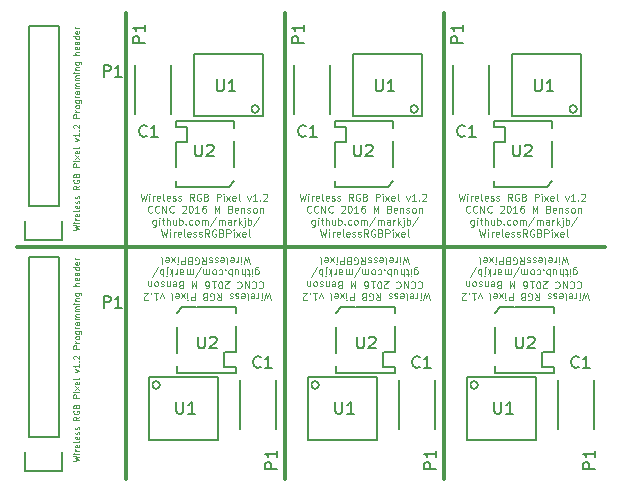
<source format=gto>
G04 #@! TF.FileFunction,Legend,Top*
%FSLAX46Y46*%
G04 Gerber Fmt 4.6, Leading zero omitted, Abs format (unit mm)*
G04 Created by KiCad (PCBNEW 4.0.4+e1-6308~48~ubuntu16.04.1-stable) date Mon Nov 28 22:29:59 2016*
%MOMM*%
%LPD*%
G01*
G04 APERTURE LIST*
%ADD10C,0.100000*%
%ADD11C,0.300000*%
%ADD12C,0.150000*%
G04 APERTURE END LIST*
D10*
X145960429Y-131138571D02*
X145817572Y-130538571D01*
X145703286Y-130967143D01*
X145589000Y-130538571D01*
X145446143Y-131138571D01*
X145217572Y-130538571D02*
X145217572Y-130938571D01*
X145217572Y-131138571D02*
X145246143Y-131110000D01*
X145217572Y-131081429D01*
X145189000Y-131110000D01*
X145217572Y-131138571D01*
X145217572Y-131081429D01*
X144931858Y-130538571D02*
X144931858Y-130938571D01*
X144931858Y-130824286D02*
X144903286Y-130881429D01*
X144874715Y-130910000D01*
X144817572Y-130938571D01*
X144760429Y-130938571D01*
X144331857Y-130567143D02*
X144389000Y-130538571D01*
X144503286Y-130538571D01*
X144560429Y-130567143D01*
X144589000Y-130624286D01*
X144589000Y-130852857D01*
X144560429Y-130910000D01*
X144503286Y-130938571D01*
X144389000Y-130938571D01*
X144331857Y-130910000D01*
X144303286Y-130852857D01*
X144303286Y-130795714D01*
X144589000Y-130738571D01*
X143960429Y-130538571D02*
X144017571Y-130567143D01*
X144046143Y-130624286D01*
X144046143Y-131138571D01*
X143503285Y-130567143D02*
X143560428Y-130538571D01*
X143674714Y-130538571D01*
X143731857Y-130567143D01*
X143760428Y-130624286D01*
X143760428Y-130852857D01*
X143731857Y-130910000D01*
X143674714Y-130938571D01*
X143560428Y-130938571D01*
X143503285Y-130910000D01*
X143474714Y-130852857D01*
X143474714Y-130795714D01*
X143760428Y-130738571D01*
X143246142Y-130567143D02*
X143188999Y-130538571D01*
X143074714Y-130538571D01*
X143017571Y-130567143D01*
X142988999Y-130624286D01*
X142988999Y-130652857D01*
X143017571Y-130710000D01*
X143074714Y-130738571D01*
X143160428Y-130738571D01*
X143217571Y-130767143D01*
X143246142Y-130824286D01*
X143246142Y-130852857D01*
X143217571Y-130910000D01*
X143160428Y-130938571D01*
X143074714Y-130938571D01*
X143017571Y-130910000D01*
X142760428Y-130567143D02*
X142703285Y-130538571D01*
X142589000Y-130538571D01*
X142531857Y-130567143D01*
X142503285Y-130624286D01*
X142503285Y-130652857D01*
X142531857Y-130710000D01*
X142589000Y-130738571D01*
X142674714Y-130738571D01*
X142731857Y-130767143D01*
X142760428Y-130824286D01*
X142760428Y-130852857D01*
X142731857Y-130910000D01*
X142674714Y-130938571D01*
X142589000Y-130938571D01*
X142531857Y-130910000D01*
X141446143Y-130538571D02*
X141646143Y-130824286D01*
X141789000Y-130538571D02*
X141789000Y-131138571D01*
X141560428Y-131138571D01*
X141503286Y-131110000D01*
X141474714Y-131081429D01*
X141446143Y-131024286D01*
X141446143Y-130938571D01*
X141474714Y-130881429D01*
X141503286Y-130852857D01*
X141560428Y-130824286D01*
X141789000Y-130824286D01*
X140874714Y-131110000D02*
X140931857Y-131138571D01*
X141017571Y-131138571D01*
X141103286Y-131110000D01*
X141160428Y-131052857D01*
X141189000Y-130995714D01*
X141217571Y-130881429D01*
X141217571Y-130795714D01*
X141189000Y-130681429D01*
X141160428Y-130624286D01*
X141103286Y-130567143D01*
X141017571Y-130538571D01*
X140960428Y-130538571D01*
X140874714Y-130567143D01*
X140846143Y-130595714D01*
X140846143Y-130795714D01*
X140960428Y-130795714D01*
X140389000Y-130852857D02*
X140303286Y-130824286D01*
X140274714Y-130795714D01*
X140246143Y-130738571D01*
X140246143Y-130652857D01*
X140274714Y-130595714D01*
X140303286Y-130567143D01*
X140360428Y-130538571D01*
X140589000Y-130538571D01*
X140589000Y-131138571D01*
X140389000Y-131138571D01*
X140331857Y-131110000D01*
X140303286Y-131081429D01*
X140274714Y-131024286D01*
X140274714Y-130967143D01*
X140303286Y-130910000D01*
X140331857Y-130881429D01*
X140389000Y-130852857D01*
X140589000Y-130852857D01*
X139531857Y-130538571D02*
X139531857Y-131138571D01*
X139303285Y-131138571D01*
X139246143Y-131110000D01*
X139217571Y-131081429D01*
X139189000Y-131024286D01*
X139189000Y-130938571D01*
X139217571Y-130881429D01*
X139246143Y-130852857D01*
X139303285Y-130824286D01*
X139531857Y-130824286D01*
X138931857Y-130538571D02*
X138931857Y-130938571D01*
X138931857Y-131138571D02*
X138960428Y-131110000D01*
X138931857Y-131081429D01*
X138903285Y-131110000D01*
X138931857Y-131138571D01*
X138931857Y-131081429D01*
X138703286Y-130538571D02*
X138389000Y-130938571D01*
X138703286Y-130938571D02*
X138389000Y-130538571D01*
X137931857Y-130567143D02*
X137989000Y-130538571D01*
X138103286Y-130538571D01*
X138160429Y-130567143D01*
X138189000Y-130624286D01*
X138189000Y-130852857D01*
X138160429Y-130910000D01*
X138103286Y-130938571D01*
X137989000Y-130938571D01*
X137931857Y-130910000D01*
X137903286Y-130852857D01*
X137903286Y-130795714D01*
X138189000Y-130738571D01*
X137560429Y-130538571D02*
X137617571Y-130567143D01*
X137646143Y-130624286D01*
X137646143Y-131138571D01*
X136931857Y-130938571D02*
X136789000Y-130538571D01*
X136646142Y-130938571D01*
X136103285Y-130538571D02*
X136446142Y-130538571D01*
X136274714Y-130538571D02*
X136274714Y-131138571D01*
X136331857Y-131052857D01*
X136388999Y-130995714D01*
X136446142Y-130967143D01*
X135846142Y-130595714D02*
X135817570Y-130567143D01*
X135846142Y-130538571D01*
X135874713Y-130567143D01*
X135846142Y-130595714D01*
X135846142Y-130538571D01*
X135588999Y-131081429D02*
X135560428Y-131110000D01*
X135503285Y-131138571D01*
X135360428Y-131138571D01*
X135303285Y-131110000D01*
X135274714Y-131081429D01*
X135246142Y-131024286D01*
X135246142Y-130967143D01*
X135274714Y-130881429D01*
X135617571Y-130538571D01*
X135246142Y-130538571D01*
X144976286Y-129579714D02*
X145004857Y-129551143D01*
X145090571Y-129522571D01*
X145147714Y-129522571D01*
X145233429Y-129551143D01*
X145290571Y-129608286D01*
X145319143Y-129665429D01*
X145347714Y-129779714D01*
X145347714Y-129865429D01*
X145319143Y-129979714D01*
X145290571Y-130036857D01*
X145233429Y-130094000D01*
X145147714Y-130122571D01*
X145090571Y-130122571D01*
X145004857Y-130094000D01*
X144976286Y-130065429D01*
X144376286Y-129579714D02*
X144404857Y-129551143D01*
X144490571Y-129522571D01*
X144547714Y-129522571D01*
X144633429Y-129551143D01*
X144690571Y-129608286D01*
X144719143Y-129665429D01*
X144747714Y-129779714D01*
X144747714Y-129865429D01*
X144719143Y-129979714D01*
X144690571Y-130036857D01*
X144633429Y-130094000D01*
X144547714Y-130122571D01*
X144490571Y-130122571D01*
X144404857Y-130094000D01*
X144376286Y-130065429D01*
X144119143Y-129522571D02*
X144119143Y-130122571D01*
X143776286Y-129522571D01*
X143776286Y-130122571D01*
X143147715Y-129579714D02*
X143176286Y-129551143D01*
X143262000Y-129522571D01*
X143319143Y-129522571D01*
X143404858Y-129551143D01*
X143462000Y-129608286D01*
X143490572Y-129665429D01*
X143519143Y-129779714D01*
X143519143Y-129865429D01*
X143490572Y-129979714D01*
X143462000Y-130036857D01*
X143404858Y-130094000D01*
X143319143Y-130122571D01*
X143262000Y-130122571D01*
X143176286Y-130094000D01*
X143147715Y-130065429D01*
X142462000Y-130065429D02*
X142433429Y-130094000D01*
X142376286Y-130122571D01*
X142233429Y-130122571D01*
X142176286Y-130094000D01*
X142147715Y-130065429D01*
X142119143Y-130008286D01*
X142119143Y-129951143D01*
X142147715Y-129865429D01*
X142490572Y-129522571D01*
X142119143Y-129522571D01*
X141747714Y-130122571D02*
X141690571Y-130122571D01*
X141633428Y-130094000D01*
X141604857Y-130065429D01*
X141576286Y-130008286D01*
X141547714Y-129894000D01*
X141547714Y-129751143D01*
X141576286Y-129636857D01*
X141604857Y-129579714D01*
X141633428Y-129551143D01*
X141690571Y-129522571D01*
X141747714Y-129522571D01*
X141804857Y-129551143D01*
X141833428Y-129579714D01*
X141862000Y-129636857D01*
X141890571Y-129751143D01*
X141890571Y-129894000D01*
X141862000Y-130008286D01*
X141833428Y-130065429D01*
X141804857Y-130094000D01*
X141747714Y-130122571D01*
X140976285Y-129522571D02*
X141319142Y-129522571D01*
X141147714Y-129522571D02*
X141147714Y-130122571D01*
X141204857Y-130036857D01*
X141261999Y-129979714D01*
X141319142Y-129951143D01*
X140461999Y-130122571D02*
X140576285Y-130122571D01*
X140633428Y-130094000D01*
X140661999Y-130065429D01*
X140719142Y-129979714D01*
X140747713Y-129865429D01*
X140747713Y-129636857D01*
X140719142Y-129579714D01*
X140690570Y-129551143D01*
X140633428Y-129522571D01*
X140519142Y-129522571D01*
X140461999Y-129551143D01*
X140433428Y-129579714D01*
X140404856Y-129636857D01*
X140404856Y-129779714D01*
X140433428Y-129836857D01*
X140461999Y-129865429D01*
X140519142Y-129894000D01*
X140633428Y-129894000D01*
X140690570Y-129865429D01*
X140719142Y-129836857D01*
X140747713Y-129779714D01*
X139690570Y-129522571D02*
X139690570Y-130122571D01*
X139490570Y-129694000D01*
X139290570Y-130122571D01*
X139290570Y-129522571D01*
X138347713Y-129836857D02*
X138261999Y-129808286D01*
X138233427Y-129779714D01*
X138204856Y-129722571D01*
X138204856Y-129636857D01*
X138233427Y-129579714D01*
X138261999Y-129551143D01*
X138319141Y-129522571D01*
X138547713Y-129522571D01*
X138547713Y-130122571D01*
X138347713Y-130122571D01*
X138290570Y-130094000D01*
X138261999Y-130065429D01*
X138233427Y-130008286D01*
X138233427Y-129951143D01*
X138261999Y-129894000D01*
X138290570Y-129865429D01*
X138347713Y-129836857D01*
X138547713Y-129836857D01*
X137719141Y-129551143D02*
X137776284Y-129522571D01*
X137890570Y-129522571D01*
X137947713Y-129551143D01*
X137976284Y-129608286D01*
X137976284Y-129836857D01*
X137947713Y-129894000D01*
X137890570Y-129922571D01*
X137776284Y-129922571D01*
X137719141Y-129894000D01*
X137690570Y-129836857D01*
X137690570Y-129779714D01*
X137976284Y-129722571D01*
X137433427Y-129922571D02*
X137433427Y-129522571D01*
X137433427Y-129865429D02*
X137404855Y-129894000D01*
X137347713Y-129922571D01*
X137261998Y-129922571D01*
X137204855Y-129894000D01*
X137176284Y-129836857D01*
X137176284Y-129522571D01*
X136919141Y-129551143D02*
X136861998Y-129522571D01*
X136747713Y-129522571D01*
X136690570Y-129551143D01*
X136661998Y-129608286D01*
X136661998Y-129636857D01*
X136690570Y-129694000D01*
X136747713Y-129722571D01*
X136833427Y-129722571D01*
X136890570Y-129751143D01*
X136919141Y-129808286D01*
X136919141Y-129836857D01*
X136890570Y-129894000D01*
X136833427Y-129922571D01*
X136747713Y-129922571D01*
X136690570Y-129894000D01*
X136319142Y-129522571D02*
X136376284Y-129551143D01*
X136404856Y-129579714D01*
X136433427Y-129636857D01*
X136433427Y-129808286D01*
X136404856Y-129865429D01*
X136376284Y-129894000D01*
X136319142Y-129922571D01*
X136233427Y-129922571D01*
X136176284Y-129894000D01*
X136147713Y-129865429D01*
X136119142Y-129808286D01*
X136119142Y-129636857D01*
X136147713Y-129579714D01*
X136176284Y-129551143D01*
X136233427Y-129522571D01*
X136319142Y-129522571D01*
X135861999Y-129922571D02*
X135861999Y-129522571D01*
X135861999Y-129865429D02*
X135833427Y-129894000D01*
X135776285Y-129922571D01*
X135690570Y-129922571D01*
X135633427Y-129894000D01*
X135604856Y-129836857D01*
X135604856Y-129522571D01*
X144676284Y-128898571D02*
X144676284Y-128412857D01*
X144704855Y-128355714D01*
X144733427Y-128327143D01*
X144790570Y-128298571D01*
X144876284Y-128298571D01*
X144933427Y-128327143D01*
X144676284Y-128527143D02*
X144733427Y-128498571D01*
X144847713Y-128498571D01*
X144904855Y-128527143D01*
X144933427Y-128555714D01*
X144961998Y-128612857D01*
X144961998Y-128784286D01*
X144933427Y-128841429D01*
X144904855Y-128870000D01*
X144847713Y-128898571D01*
X144733427Y-128898571D01*
X144676284Y-128870000D01*
X144390570Y-128498571D02*
X144390570Y-128898571D01*
X144390570Y-129098571D02*
X144419141Y-129070000D01*
X144390570Y-129041429D01*
X144361998Y-129070000D01*
X144390570Y-129098571D01*
X144390570Y-129041429D01*
X144190570Y-128898571D02*
X143961999Y-128898571D01*
X144104856Y-129098571D02*
X144104856Y-128584286D01*
X144076284Y-128527143D01*
X144019142Y-128498571D01*
X143961999Y-128498571D01*
X143761999Y-128498571D02*
X143761999Y-129098571D01*
X143504856Y-128498571D02*
X143504856Y-128812857D01*
X143533427Y-128870000D01*
X143590570Y-128898571D01*
X143676285Y-128898571D01*
X143733427Y-128870000D01*
X143761999Y-128841429D01*
X142961999Y-128898571D02*
X142961999Y-128498571D01*
X143219142Y-128898571D02*
X143219142Y-128584286D01*
X143190570Y-128527143D01*
X143133428Y-128498571D01*
X143047713Y-128498571D01*
X142990570Y-128527143D01*
X142961999Y-128555714D01*
X142676285Y-128498571D02*
X142676285Y-129098571D01*
X142676285Y-128870000D02*
X142619142Y-128898571D01*
X142504856Y-128898571D01*
X142447713Y-128870000D01*
X142419142Y-128841429D01*
X142390571Y-128784286D01*
X142390571Y-128612857D01*
X142419142Y-128555714D01*
X142447713Y-128527143D01*
X142504856Y-128498571D01*
X142619142Y-128498571D01*
X142676285Y-128527143D01*
X142133428Y-128555714D02*
X142104856Y-128527143D01*
X142133428Y-128498571D01*
X142161999Y-128527143D01*
X142133428Y-128555714D01*
X142133428Y-128498571D01*
X141590571Y-128527143D02*
X141647714Y-128498571D01*
X141762000Y-128498571D01*
X141819142Y-128527143D01*
X141847714Y-128555714D01*
X141876285Y-128612857D01*
X141876285Y-128784286D01*
X141847714Y-128841429D01*
X141819142Y-128870000D01*
X141762000Y-128898571D01*
X141647714Y-128898571D01*
X141590571Y-128870000D01*
X141247714Y-128498571D02*
X141304856Y-128527143D01*
X141333428Y-128555714D01*
X141361999Y-128612857D01*
X141361999Y-128784286D01*
X141333428Y-128841429D01*
X141304856Y-128870000D01*
X141247714Y-128898571D01*
X141161999Y-128898571D01*
X141104856Y-128870000D01*
X141076285Y-128841429D01*
X141047714Y-128784286D01*
X141047714Y-128612857D01*
X141076285Y-128555714D01*
X141104856Y-128527143D01*
X141161999Y-128498571D01*
X141247714Y-128498571D01*
X140790571Y-128498571D02*
X140790571Y-128898571D01*
X140790571Y-128841429D02*
X140761999Y-128870000D01*
X140704857Y-128898571D01*
X140619142Y-128898571D01*
X140561999Y-128870000D01*
X140533428Y-128812857D01*
X140533428Y-128498571D01*
X140533428Y-128812857D02*
X140504857Y-128870000D01*
X140447714Y-128898571D01*
X140361999Y-128898571D01*
X140304857Y-128870000D01*
X140276285Y-128812857D01*
X140276285Y-128498571D01*
X139561999Y-129127143D02*
X140076285Y-128355714D01*
X139362000Y-128498571D02*
X139362000Y-128898571D01*
X139362000Y-128841429D02*
X139333428Y-128870000D01*
X139276286Y-128898571D01*
X139190571Y-128898571D01*
X139133428Y-128870000D01*
X139104857Y-128812857D01*
X139104857Y-128498571D01*
X139104857Y-128812857D02*
X139076286Y-128870000D01*
X139019143Y-128898571D01*
X138933428Y-128898571D01*
X138876286Y-128870000D01*
X138847714Y-128812857D01*
X138847714Y-128498571D01*
X138304857Y-128498571D02*
X138304857Y-128812857D01*
X138333428Y-128870000D01*
X138390571Y-128898571D01*
X138504857Y-128898571D01*
X138562000Y-128870000D01*
X138304857Y-128527143D02*
X138362000Y-128498571D01*
X138504857Y-128498571D01*
X138562000Y-128527143D01*
X138590571Y-128584286D01*
X138590571Y-128641429D01*
X138562000Y-128698571D01*
X138504857Y-128727143D01*
X138362000Y-128727143D01*
X138304857Y-128755714D01*
X138019143Y-128498571D02*
X138019143Y-128898571D01*
X138019143Y-128784286D02*
X137990571Y-128841429D01*
X137962000Y-128870000D01*
X137904857Y-128898571D01*
X137847714Y-128898571D01*
X137647714Y-128498571D02*
X137647714Y-129098571D01*
X137590571Y-128727143D02*
X137419142Y-128498571D01*
X137419142Y-128898571D02*
X137647714Y-128670000D01*
X137162000Y-128898571D02*
X137162000Y-128384286D01*
X137190571Y-128327143D01*
X137247714Y-128298571D01*
X137276286Y-128298571D01*
X137162000Y-129098571D02*
X137190571Y-129070000D01*
X137162000Y-129041429D01*
X137133428Y-129070000D01*
X137162000Y-129098571D01*
X137162000Y-129041429D01*
X136876286Y-128498571D02*
X136876286Y-129098571D01*
X136876286Y-128870000D02*
X136819143Y-128898571D01*
X136704857Y-128898571D01*
X136647714Y-128870000D01*
X136619143Y-128841429D01*
X136590572Y-128784286D01*
X136590572Y-128612857D01*
X136619143Y-128555714D01*
X136647714Y-128527143D01*
X136704857Y-128498571D01*
X136819143Y-128498571D01*
X136876286Y-128527143D01*
X135904857Y-129127143D02*
X136419143Y-128355714D01*
X144204857Y-128098571D02*
X144062000Y-127498571D01*
X143947714Y-127927143D01*
X143833428Y-127498571D01*
X143690571Y-128098571D01*
X143462000Y-127498571D02*
X143462000Y-127898571D01*
X143462000Y-128098571D02*
X143490571Y-128070000D01*
X143462000Y-128041429D01*
X143433428Y-128070000D01*
X143462000Y-128098571D01*
X143462000Y-128041429D01*
X143176286Y-127498571D02*
X143176286Y-127898571D01*
X143176286Y-127784286D02*
X143147714Y-127841429D01*
X143119143Y-127870000D01*
X143062000Y-127898571D01*
X143004857Y-127898571D01*
X142576285Y-127527143D02*
X142633428Y-127498571D01*
X142747714Y-127498571D01*
X142804857Y-127527143D01*
X142833428Y-127584286D01*
X142833428Y-127812857D01*
X142804857Y-127870000D01*
X142747714Y-127898571D01*
X142633428Y-127898571D01*
X142576285Y-127870000D01*
X142547714Y-127812857D01*
X142547714Y-127755714D01*
X142833428Y-127698571D01*
X142204857Y-127498571D02*
X142261999Y-127527143D01*
X142290571Y-127584286D01*
X142290571Y-128098571D01*
X141747713Y-127527143D02*
X141804856Y-127498571D01*
X141919142Y-127498571D01*
X141976285Y-127527143D01*
X142004856Y-127584286D01*
X142004856Y-127812857D01*
X141976285Y-127870000D01*
X141919142Y-127898571D01*
X141804856Y-127898571D01*
X141747713Y-127870000D01*
X141719142Y-127812857D01*
X141719142Y-127755714D01*
X142004856Y-127698571D01*
X141490570Y-127527143D02*
X141433427Y-127498571D01*
X141319142Y-127498571D01*
X141261999Y-127527143D01*
X141233427Y-127584286D01*
X141233427Y-127612857D01*
X141261999Y-127670000D01*
X141319142Y-127698571D01*
X141404856Y-127698571D01*
X141461999Y-127727143D01*
X141490570Y-127784286D01*
X141490570Y-127812857D01*
X141461999Y-127870000D01*
X141404856Y-127898571D01*
X141319142Y-127898571D01*
X141261999Y-127870000D01*
X141004856Y-127527143D02*
X140947713Y-127498571D01*
X140833428Y-127498571D01*
X140776285Y-127527143D01*
X140747713Y-127584286D01*
X140747713Y-127612857D01*
X140776285Y-127670000D01*
X140833428Y-127698571D01*
X140919142Y-127698571D01*
X140976285Y-127727143D01*
X141004856Y-127784286D01*
X141004856Y-127812857D01*
X140976285Y-127870000D01*
X140919142Y-127898571D01*
X140833428Y-127898571D01*
X140776285Y-127870000D01*
X140147714Y-127498571D02*
X140347714Y-127784286D01*
X140490571Y-127498571D02*
X140490571Y-128098571D01*
X140261999Y-128098571D01*
X140204857Y-128070000D01*
X140176285Y-128041429D01*
X140147714Y-127984286D01*
X140147714Y-127898571D01*
X140176285Y-127841429D01*
X140204857Y-127812857D01*
X140261999Y-127784286D01*
X140490571Y-127784286D01*
X139576285Y-128070000D02*
X139633428Y-128098571D01*
X139719142Y-128098571D01*
X139804857Y-128070000D01*
X139861999Y-128012857D01*
X139890571Y-127955714D01*
X139919142Y-127841429D01*
X139919142Y-127755714D01*
X139890571Y-127641429D01*
X139861999Y-127584286D01*
X139804857Y-127527143D01*
X139719142Y-127498571D01*
X139661999Y-127498571D01*
X139576285Y-127527143D01*
X139547714Y-127555714D01*
X139547714Y-127755714D01*
X139661999Y-127755714D01*
X139090571Y-127812857D02*
X139004857Y-127784286D01*
X138976285Y-127755714D01*
X138947714Y-127698571D01*
X138947714Y-127612857D01*
X138976285Y-127555714D01*
X139004857Y-127527143D01*
X139061999Y-127498571D01*
X139290571Y-127498571D01*
X139290571Y-128098571D01*
X139090571Y-128098571D01*
X139033428Y-128070000D01*
X139004857Y-128041429D01*
X138976285Y-127984286D01*
X138976285Y-127927143D01*
X139004857Y-127870000D01*
X139033428Y-127841429D01*
X139090571Y-127812857D01*
X139290571Y-127812857D01*
X138690571Y-127498571D02*
X138690571Y-128098571D01*
X138461999Y-128098571D01*
X138404857Y-128070000D01*
X138376285Y-128041429D01*
X138347714Y-127984286D01*
X138347714Y-127898571D01*
X138376285Y-127841429D01*
X138404857Y-127812857D01*
X138461999Y-127784286D01*
X138690571Y-127784286D01*
X138090571Y-127498571D02*
X138090571Y-127898571D01*
X138090571Y-128098571D02*
X138119142Y-128070000D01*
X138090571Y-128041429D01*
X138061999Y-128070000D01*
X138090571Y-128098571D01*
X138090571Y-128041429D01*
X137862000Y-127498571D02*
X137547714Y-127898571D01*
X137862000Y-127898571D02*
X137547714Y-127498571D01*
X137090571Y-127527143D02*
X137147714Y-127498571D01*
X137262000Y-127498571D01*
X137319143Y-127527143D01*
X137347714Y-127584286D01*
X137347714Y-127812857D01*
X137319143Y-127870000D01*
X137262000Y-127898571D01*
X137147714Y-127898571D01*
X137090571Y-127870000D01*
X137062000Y-127812857D01*
X137062000Y-127755714D01*
X137347714Y-127698571D01*
X136719143Y-127498571D02*
X136776285Y-127527143D01*
X136804857Y-127584286D01*
X136804857Y-128098571D01*
X172884429Y-131138571D02*
X172741572Y-130538571D01*
X172627286Y-130967143D01*
X172513000Y-130538571D01*
X172370143Y-131138571D01*
X172141572Y-130538571D02*
X172141572Y-130938571D01*
X172141572Y-131138571D02*
X172170143Y-131110000D01*
X172141572Y-131081429D01*
X172113000Y-131110000D01*
X172141572Y-131138571D01*
X172141572Y-131081429D01*
X171855858Y-130538571D02*
X171855858Y-130938571D01*
X171855858Y-130824286D02*
X171827286Y-130881429D01*
X171798715Y-130910000D01*
X171741572Y-130938571D01*
X171684429Y-130938571D01*
X171255857Y-130567143D02*
X171313000Y-130538571D01*
X171427286Y-130538571D01*
X171484429Y-130567143D01*
X171513000Y-130624286D01*
X171513000Y-130852857D01*
X171484429Y-130910000D01*
X171427286Y-130938571D01*
X171313000Y-130938571D01*
X171255857Y-130910000D01*
X171227286Y-130852857D01*
X171227286Y-130795714D01*
X171513000Y-130738571D01*
X170884429Y-130538571D02*
X170941571Y-130567143D01*
X170970143Y-130624286D01*
X170970143Y-131138571D01*
X170427285Y-130567143D02*
X170484428Y-130538571D01*
X170598714Y-130538571D01*
X170655857Y-130567143D01*
X170684428Y-130624286D01*
X170684428Y-130852857D01*
X170655857Y-130910000D01*
X170598714Y-130938571D01*
X170484428Y-130938571D01*
X170427285Y-130910000D01*
X170398714Y-130852857D01*
X170398714Y-130795714D01*
X170684428Y-130738571D01*
X170170142Y-130567143D02*
X170112999Y-130538571D01*
X169998714Y-130538571D01*
X169941571Y-130567143D01*
X169912999Y-130624286D01*
X169912999Y-130652857D01*
X169941571Y-130710000D01*
X169998714Y-130738571D01*
X170084428Y-130738571D01*
X170141571Y-130767143D01*
X170170142Y-130824286D01*
X170170142Y-130852857D01*
X170141571Y-130910000D01*
X170084428Y-130938571D01*
X169998714Y-130938571D01*
X169941571Y-130910000D01*
X169684428Y-130567143D02*
X169627285Y-130538571D01*
X169513000Y-130538571D01*
X169455857Y-130567143D01*
X169427285Y-130624286D01*
X169427285Y-130652857D01*
X169455857Y-130710000D01*
X169513000Y-130738571D01*
X169598714Y-130738571D01*
X169655857Y-130767143D01*
X169684428Y-130824286D01*
X169684428Y-130852857D01*
X169655857Y-130910000D01*
X169598714Y-130938571D01*
X169513000Y-130938571D01*
X169455857Y-130910000D01*
X168370143Y-130538571D02*
X168570143Y-130824286D01*
X168713000Y-130538571D02*
X168713000Y-131138571D01*
X168484428Y-131138571D01*
X168427286Y-131110000D01*
X168398714Y-131081429D01*
X168370143Y-131024286D01*
X168370143Y-130938571D01*
X168398714Y-130881429D01*
X168427286Y-130852857D01*
X168484428Y-130824286D01*
X168713000Y-130824286D01*
X167798714Y-131110000D02*
X167855857Y-131138571D01*
X167941571Y-131138571D01*
X168027286Y-131110000D01*
X168084428Y-131052857D01*
X168113000Y-130995714D01*
X168141571Y-130881429D01*
X168141571Y-130795714D01*
X168113000Y-130681429D01*
X168084428Y-130624286D01*
X168027286Y-130567143D01*
X167941571Y-130538571D01*
X167884428Y-130538571D01*
X167798714Y-130567143D01*
X167770143Y-130595714D01*
X167770143Y-130795714D01*
X167884428Y-130795714D01*
X167313000Y-130852857D02*
X167227286Y-130824286D01*
X167198714Y-130795714D01*
X167170143Y-130738571D01*
X167170143Y-130652857D01*
X167198714Y-130595714D01*
X167227286Y-130567143D01*
X167284428Y-130538571D01*
X167513000Y-130538571D01*
X167513000Y-131138571D01*
X167313000Y-131138571D01*
X167255857Y-131110000D01*
X167227286Y-131081429D01*
X167198714Y-131024286D01*
X167198714Y-130967143D01*
X167227286Y-130910000D01*
X167255857Y-130881429D01*
X167313000Y-130852857D01*
X167513000Y-130852857D01*
X166455857Y-130538571D02*
X166455857Y-131138571D01*
X166227285Y-131138571D01*
X166170143Y-131110000D01*
X166141571Y-131081429D01*
X166113000Y-131024286D01*
X166113000Y-130938571D01*
X166141571Y-130881429D01*
X166170143Y-130852857D01*
X166227285Y-130824286D01*
X166455857Y-130824286D01*
X165855857Y-130538571D02*
X165855857Y-130938571D01*
X165855857Y-131138571D02*
X165884428Y-131110000D01*
X165855857Y-131081429D01*
X165827285Y-131110000D01*
X165855857Y-131138571D01*
X165855857Y-131081429D01*
X165627286Y-130538571D02*
X165313000Y-130938571D01*
X165627286Y-130938571D02*
X165313000Y-130538571D01*
X164855857Y-130567143D02*
X164913000Y-130538571D01*
X165027286Y-130538571D01*
X165084429Y-130567143D01*
X165113000Y-130624286D01*
X165113000Y-130852857D01*
X165084429Y-130910000D01*
X165027286Y-130938571D01*
X164913000Y-130938571D01*
X164855857Y-130910000D01*
X164827286Y-130852857D01*
X164827286Y-130795714D01*
X165113000Y-130738571D01*
X164484429Y-130538571D02*
X164541571Y-130567143D01*
X164570143Y-130624286D01*
X164570143Y-131138571D01*
X163855857Y-130938571D02*
X163713000Y-130538571D01*
X163570142Y-130938571D01*
X163027285Y-130538571D02*
X163370142Y-130538571D01*
X163198714Y-130538571D02*
X163198714Y-131138571D01*
X163255857Y-131052857D01*
X163312999Y-130995714D01*
X163370142Y-130967143D01*
X162770142Y-130595714D02*
X162741570Y-130567143D01*
X162770142Y-130538571D01*
X162798713Y-130567143D01*
X162770142Y-130595714D01*
X162770142Y-130538571D01*
X162512999Y-131081429D02*
X162484428Y-131110000D01*
X162427285Y-131138571D01*
X162284428Y-131138571D01*
X162227285Y-131110000D01*
X162198714Y-131081429D01*
X162170142Y-131024286D01*
X162170142Y-130967143D01*
X162198714Y-130881429D01*
X162541571Y-130538571D01*
X162170142Y-130538571D01*
X171900286Y-129579714D02*
X171928857Y-129551143D01*
X172014571Y-129522571D01*
X172071714Y-129522571D01*
X172157429Y-129551143D01*
X172214571Y-129608286D01*
X172243143Y-129665429D01*
X172271714Y-129779714D01*
X172271714Y-129865429D01*
X172243143Y-129979714D01*
X172214571Y-130036857D01*
X172157429Y-130094000D01*
X172071714Y-130122571D01*
X172014571Y-130122571D01*
X171928857Y-130094000D01*
X171900286Y-130065429D01*
X171300286Y-129579714D02*
X171328857Y-129551143D01*
X171414571Y-129522571D01*
X171471714Y-129522571D01*
X171557429Y-129551143D01*
X171614571Y-129608286D01*
X171643143Y-129665429D01*
X171671714Y-129779714D01*
X171671714Y-129865429D01*
X171643143Y-129979714D01*
X171614571Y-130036857D01*
X171557429Y-130094000D01*
X171471714Y-130122571D01*
X171414571Y-130122571D01*
X171328857Y-130094000D01*
X171300286Y-130065429D01*
X171043143Y-129522571D02*
X171043143Y-130122571D01*
X170700286Y-129522571D01*
X170700286Y-130122571D01*
X170071715Y-129579714D02*
X170100286Y-129551143D01*
X170186000Y-129522571D01*
X170243143Y-129522571D01*
X170328858Y-129551143D01*
X170386000Y-129608286D01*
X170414572Y-129665429D01*
X170443143Y-129779714D01*
X170443143Y-129865429D01*
X170414572Y-129979714D01*
X170386000Y-130036857D01*
X170328858Y-130094000D01*
X170243143Y-130122571D01*
X170186000Y-130122571D01*
X170100286Y-130094000D01*
X170071715Y-130065429D01*
X169386000Y-130065429D02*
X169357429Y-130094000D01*
X169300286Y-130122571D01*
X169157429Y-130122571D01*
X169100286Y-130094000D01*
X169071715Y-130065429D01*
X169043143Y-130008286D01*
X169043143Y-129951143D01*
X169071715Y-129865429D01*
X169414572Y-129522571D01*
X169043143Y-129522571D01*
X168671714Y-130122571D02*
X168614571Y-130122571D01*
X168557428Y-130094000D01*
X168528857Y-130065429D01*
X168500286Y-130008286D01*
X168471714Y-129894000D01*
X168471714Y-129751143D01*
X168500286Y-129636857D01*
X168528857Y-129579714D01*
X168557428Y-129551143D01*
X168614571Y-129522571D01*
X168671714Y-129522571D01*
X168728857Y-129551143D01*
X168757428Y-129579714D01*
X168786000Y-129636857D01*
X168814571Y-129751143D01*
X168814571Y-129894000D01*
X168786000Y-130008286D01*
X168757428Y-130065429D01*
X168728857Y-130094000D01*
X168671714Y-130122571D01*
X167900285Y-129522571D02*
X168243142Y-129522571D01*
X168071714Y-129522571D02*
X168071714Y-130122571D01*
X168128857Y-130036857D01*
X168185999Y-129979714D01*
X168243142Y-129951143D01*
X167385999Y-130122571D02*
X167500285Y-130122571D01*
X167557428Y-130094000D01*
X167585999Y-130065429D01*
X167643142Y-129979714D01*
X167671713Y-129865429D01*
X167671713Y-129636857D01*
X167643142Y-129579714D01*
X167614570Y-129551143D01*
X167557428Y-129522571D01*
X167443142Y-129522571D01*
X167385999Y-129551143D01*
X167357428Y-129579714D01*
X167328856Y-129636857D01*
X167328856Y-129779714D01*
X167357428Y-129836857D01*
X167385999Y-129865429D01*
X167443142Y-129894000D01*
X167557428Y-129894000D01*
X167614570Y-129865429D01*
X167643142Y-129836857D01*
X167671713Y-129779714D01*
X166614570Y-129522571D02*
X166614570Y-130122571D01*
X166414570Y-129694000D01*
X166214570Y-130122571D01*
X166214570Y-129522571D01*
X165271713Y-129836857D02*
X165185999Y-129808286D01*
X165157427Y-129779714D01*
X165128856Y-129722571D01*
X165128856Y-129636857D01*
X165157427Y-129579714D01*
X165185999Y-129551143D01*
X165243141Y-129522571D01*
X165471713Y-129522571D01*
X165471713Y-130122571D01*
X165271713Y-130122571D01*
X165214570Y-130094000D01*
X165185999Y-130065429D01*
X165157427Y-130008286D01*
X165157427Y-129951143D01*
X165185999Y-129894000D01*
X165214570Y-129865429D01*
X165271713Y-129836857D01*
X165471713Y-129836857D01*
X164643141Y-129551143D02*
X164700284Y-129522571D01*
X164814570Y-129522571D01*
X164871713Y-129551143D01*
X164900284Y-129608286D01*
X164900284Y-129836857D01*
X164871713Y-129894000D01*
X164814570Y-129922571D01*
X164700284Y-129922571D01*
X164643141Y-129894000D01*
X164614570Y-129836857D01*
X164614570Y-129779714D01*
X164900284Y-129722571D01*
X164357427Y-129922571D02*
X164357427Y-129522571D01*
X164357427Y-129865429D02*
X164328855Y-129894000D01*
X164271713Y-129922571D01*
X164185998Y-129922571D01*
X164128855Y-129894000D01*
X164100284Y-129836857D01*
X164100284Y-129522571D01*
X163843141Y-129551143D02*
X163785998Y-129522571D01*
X163671713Y-129522571D01*
X163614570Y-129551143D01*
X163585998Y-129608286D01*
X163585998Y-129636857D01*
X163614570Y-129694000D01*
X163671713Y-129722571D01*
X163757427Y-129722571D01*
X163814570Y-129751143D01*
X163843141Y-129808286D01*
X163843141Y-129836857D01*
X163814570Y-129894000D01*
X163757427Y-129922571D01*
X163671713Y-129922571D01*
X163614570Y-129894000D01*
X163243142Y-129522571D02*
X163300284Y-129551143D01*
X163328856Y-129579714D01*
X163357427Y-129636857D01*
X163357427Y-129808286D01*
X163328856Y-129865429D01*
X163300284Y-129894000D01*
X163243142Y-129922571D01*
X163157427Y-129922571D01*
X163100284Y-129894000D01*
X163071713Y-129865429D01*
X163043142Y-129808286D01*
X163043142Y-129636857D01*
X163071713Y-129579714D01*
X163100284Y-129551143D01*
X163157427Y-129522571D01*
X163243142Y-129522571D01*
X162785999Y-129922571D02*
X162785999Y-129522571D01*
X162785999Y-129865429D02*
X162757427Y-129894000D01*
X162700285Y-129922571D01*
X162614570Y-129922571D01*
X162557427Y-129894000D01*
X162528856Y-129836857D01*
X162528856Y-129522571D01*
X171600284Y-128898571D02*
X171600284Y-128412857D01*
X171628855Y-128355714D01*
X171657427Y-128327143D01*
X171714570Y-128298571D01*
X171800284Y-128298571D01*
X171857427Y-128327143D01*
X171600284Y-128527143D02*
X171657427Y-128498571D01*
X171771713Y-128498571D01*
X171828855Y-128527143D01*
X171857427Y-128555714D01*
X171885998Y-128612857D01*
X171885998Y-128784286D01*
X171857427Y-128841429D01*
X171828855Y-128870000D01*
X171771713Y-128898571D01*
X171657427Y-128898571D01*
X171600284Y-128870000D01*
X171314570Y-128498571D02*
X171314570Y-128898571D01*
X171314570Y-129098571D02*
X171343141Y-129070000D01*
X171314570Y-129041429D01*
X171285998Y-129070000D01*
X171314570Y-129098571D01*
X171314570Y-129041429D01*
X171114570Y-128898571D02*
X170885999Y-128898571D01*
X171028856Y-129098571D02*
X171028856Y-128584286D01*
X171000284Y-128527143D01*
X170943142Y-128498571D01*
X170885999Y-128498571D01*
X170685999Y-128498571D02*
X170685999Y-129098571D01*
X170428856Y-128498571D02*
X170428856Y-128812857D01*
X170457427Y-128870000D01*
X170514570Y-128898571D01*
X170600285Y-128898571D01*
X170657427Y-128870000D01*
X170685999Y-128841429D01*
X169885999Y-128898571D02*
X169885999Y-128498571D01*
X170143142Y-128898571D02*
X170143142Y-128584286D01*
X170114570Y-128527143D01*
X170057428Y-128498571D01*
X169971713Y-128498571D01*
X169914570Y-128527143D01*
X169885999Y-128555714D01*
X169600285Y-128498571D02*
X169600285Y-129098571D01*
X169600285Y-128870000D02*
X169543142Y-128898571D01*
X169428856Y-128898571D01*
X169371713Y-128870000D01*
X169343142Y-128841429D01*
X169314571Y-128784286D01*
X169314571Y-128612857D01*
X169343142Y-128555714D01*
X169371713Y-128527143D01*
X169428856Y-128498571D01*
X169543142Y-128498571D01*
X169600285Y-128527143D01*
X169057428Y-128555714D02*
X169028856Y-128527143D01*
X169057428Y-128498571D01*
X169085999Y-128527143D01*
X169057428Y-128555714D01*
X169057428Y-128498571D01*
X168514571Y-128527143D02*
X168571714Y-128498571D01*
X168686000Y-128498571D01*
X168743142Y-128527143D01*
X168771714Y-128555714D01*
X168800285Y-128612857D01*
X168800285Y-128784286D01*
X168771714Y-128841429D01*
X168743142Y-128870000D01*
X168686000Y-128898571D01*
X168571714Y-128898571D01*
X168514571Y-128870000D01*
X168171714Y-128498571D02*
X168228856Y-128527143D01*
X168257428Y-128555714D01*
X168285999Y-128612857D01*
X168285999Y-128784286D01*
X168257428Y-128841429D01*
X168228856Y-128870000D01*
X168171714Y-128898571D01*
X168085999Y-128898571D01*
X168028856Y-128870000D01*
X168000285Y-128841429D01*
X167971714Y-128784286D01*
X167971714Y-128612857D01*
X168000285Y-128555714D01*
X168028856Y-128527143D01*
X168085999Y-128498571D01*
X168171714Y-128498571D01*
X167714571Y-128498571D02*
X167714571Y-128898571D01*
X167714571Y-128841429D02*
X167685999Y-128870000D01*
X167628857Y-128898571D01*
X167543142Y-128898571D01*
X167485999Y-128870000D01*
X167457428Y-128812857D01*
X167457428Y-128498571D01*
X167457428Y-128812857D02*
X167428857Y-128870000D01*
X167371714Y-128898571D01*
X167285999Y-128898571D01*
X167228857Y-128870000D01*
X167200285Y-128812857D01*
X167200285Y-128498571D01*
X166485999Y-129127143D02*
X167000285Y-128355714D01*
X166286000Y-128498571D02*
X166286000Y-128898571D01*
X166286000Y-128841429D02*
X166257428Y-128870000D01*
X166200286Y-128898571D01*
X166114571Y-128898571D01*
X166057428Y-128870000D01*
X166028857Y-128812857D01*
X166028857Y-128498571D01*
X166028857Y-128812857D02*
X166000286Y-128870000D01*
X165943143Y-128898571D01*
X165857428Y-128898571D01*
X165800286Y-128870000D01*
X165771714Y-128812857D01*
X165771714Y-128498571D01*
X165228857Y-128498571D02*
X165228857Y-128812857D01*
X165257428Y-128870000D01*
X165314571Y-128898571D01*
X165428857Y-128898571D01*
X165486000Y-128870000D01*
X165228857Y-128527143D02*
X165286000Y-128498571D01*
X165428857Y-128498571D01*
X165486000Y-128527143D01*
X165514571Y-128584286D01*
X165514571Y-128641429D01*
X165486000Y-128698571D01*
X165428857Y-128727143D01*
X165286000Y-128727143D01*
X165228857Y-128755714D01*
X164943143Y-128498571D02*
X164943143Y-128898571D01*
X164943143Y-128784286D02*
X164914571Y-128841429D01*
X164886000Y-128870000D01*
X164828857Y-128898571D01*
X164771714Y-128898571D01*
X164571714Y-128498571D02*
X164571714Y-129098571D01*
X164514571Y-128727143D02*
X164343142Y-128498571D01*
X164343142Y-128898571D02*
X164571714Y-128670000D01*
X164086000Y-128898571D02*
X164086000Y-128384286D01*
X164114571Y-128327143D01*
X164171714Y-128298571D01*
X164200286Y-128298571D01*
X164086000Y-129098571D02*
X164114571Y-129070000D01*
X164086000Y-129041429D01*
X164057428Y-129070000D01*
X164086000Y-129098571D01*
X164086000Y-129041429D01*
X163800286Y-128498571D02*
X163800286Y-129098571D01*
X163800286Y-128870000D02*
X163743143Y-128898571D01*
X163628857Y-128898571D01*
X163571714Y-128870000D01*
X163543143Y-128841429D01*
X163514572Y-128784286D01*
X163514572Y-128612857D01*
X163543143Y-128555714D01*
X163571714Y-128527143D01*
X163628857Y-128498571D01*
X163743143Y-128498571D01*
X163800286Y-128527143D01*
X162828857Y-129127143D02*
X163343143Y-128355714D01*
X171128857Y-128098571D02*
X170986000Y-127498571D01*
X170871714Y-127927143D01*
X170757428Y-127498571D01*
X170614571Y-128098571D01*
X170386000Y-127498571D02*
X170386000Y-127898571D01*
X170386000Y-128098571D02*
X170414571Y-128070000D01*
X170386000Y-128041429D01*
X170357428Y-128070000D01*
X170386000Y-128098571D01*
X170386000Y-128041429D01*
X170100286Y-127498571D02*
X170100286Y-127898571D01*
X170100286Y-127784286D02*
X170071714Y-127841429D01*
X170043143Y-127870000D01*
X169986000Y-127898571D01*
X169928857Y-127898571D01*
X169500285Y-127527143D02*
X169557428Y-127498571D01*
X169671714Y-127498571D01*
X169728857Y-127527143D01*
X169757428Y-127584286D01*
X169757428Y-127812857D01*
X169728857Y-127870000D01*
X169671714Y-127898571D01*
X169557428Y-127898571D01*
X169500285Y-127870000D01*
X169471714Y-127812857D01*
X169471714Y-127755714D01*
X169757428Y-127698571D01*
X169128857Y-127498571D02*
X169185999Y-127527143D01*
X169214571Y-127584286D01*
X169214571Y-128098571D01*
X168671713Y-127527143D02*
X168728856Y-127498571D01*
X168843142Y-127498571D01*
X168900285Y-127527143D01*
X168928856Y-127584286D01*
X168928856Y-127812857D01*
X168900285Y-127870000D01*
X168843142Y-127898571D01*
X168728856Y-127898571D01*
X168671713Y-127870000D01*
X168643142Y-127812857D01*
X168643142Y-127755714D01*
X168928856Y-127698571D01*
X168414570Y-127527143D02*
X168357427Y-127498571D01*
X168243142Y-127498571D01*
X168185999Y-127527143D01*
X168157427Y-127584286D01*
X168157427Y-127612857D01*
X168185999Y-127670000D01*
X168243142Y-127698571D01*
X168328856Y-127698571D01*
X168385999Y-127727143D01*
X168414570Y-127784286D01*
X168414570Y-127812857D01*
X168385999Y-127870000D01*
X168328856Y-127898571D01*
X168243142Y-127898571D01*
X168185999Y-127870000D01*
X167928856Y-127527143D02*
X167871713Y-127498571D01*
X167757428Y-127498571D01*
X167700285Y-127527143D01*
X167671713Y-127584286D01*
X167671713Y-127612857D01*
X167700285Y-127670000D01*
X167757428Y-127698571D01*
X167843142Y-127698571D01*
X167900285Y-127727143D01*
X167928856Y-127784286D01*
X167928856Y-127812857D01*
X167900285Y-127870000D01*
X167843142Y-127898571D01*
X167757428Y-127898571D01*
X167700285Y-127870000D01*
X167071714Y-127498571D02*
X167271714Y-127784286D01*
X167414571Y-127498571D02*
X167414571Y-128098571D01*
X167185999Y-128098571D01*
X167128857Y-128070000D01*
X167100285Y-128041429D01*
X167071714Y-127984286D01*
X167071714Y-127898571D01*
X167100285Y-127841429D01*
X167128857Y-127812857D01*
X167185999Y-127784286D01*
X167414571Y-127784286D01*
X166500285Y-128070000D02*
X166557428Y-128098571D01*
X166643142Y-128098571D01*
X166728857Y-128070000D01*
X166785999Y-128012857D01*
X166814571Y-127955714D01*
X166843142Y-127841429D01*
X166843142Y-127755714D01*
X166814571Y-127641429D01*
X166785999Y-127584286D01*
X166728857Y-127527143D01*
X166643142Y-127498571D01*
X166585999Y-127498571D01*
X166500285Y-127527143D01*
X166471714Y-127555714D01*
X166471714Y-127755714D01*
X166585999Y-127755714D01*
X166014571Y-127812857D02*
X165928857Y-127784286D01*
X165900285Y-127755714D01*
X165871714Y-127698571D01*
X165871714Y-127612857D01*
X165900285Y-127555714D01*
X165928857Y-127527143D01*
X165985999Y-127498571D01*
X166214571Y-127498571D01*
X166214571Y-128098571D01*
X166014571Y-128098571D01*
X165957428Y-128070000D01*
X165928857Y-128041429D01*
X165900285Y-127984286D01*
X165900285Y-127927143D01*
X165928857Y-127870000D01*
X165957428Y-127841429D01*
X166014571Y-127812857D01*
X166214571Y-127812857D01*
X165614571Y-127498571D02*
X165614571Y-128098571D01*
X165385999Y-128098571D01*
X165328857Y-128070000D01*
X165300285Y-128041429D01*
X165271714Y-127984286D01*
X165271714Y-127898571D01*
X165300285Y-127841429D01*
X165328857Y-127812857D01*
X165385999Y-127784286D01*
X165614571Y-127784286D01*
X165014571Y-127498571D02*
X165014571Y-127898571D01*
X165014571Y-128098571D02*
X165043142Y-128070000D01*
X165014571Y-128041429D01*
X164985999Y-128070000D01*
X165014571Y-128098571D01*
X165014571Y-128041429D01*
X164786000Y-127498571D02*
X164471714Y-127898571D01*
X164786000Y-127898571D02*
X164471714Y-127498571D01*
X164014571Y-127527143D02*
X164071714Y-127498571D01*
X164186000Y-127498571D01*
X164243143Y-127527143D01*
X164271714Y-127584286D01*
X164271714Y-127812857D01*
X164243143Y-127870000D01*
X164186000Y-127898571D01*
X164071714Y-127898571D01*
X164014571Y-127870000D01*
X163986000Y-127812857D01*
X163986000Y-127755714D01*
X164271714Y-127698571D01*
X163643143Y-127498571D02*
X163700285Y-127527143D01*
X163728857Y-127584286D01*
X163728857Y-128098571D01*
D11*
X174244000Y-126619000D02*
X124460000Y-126619000D01*
X160655000Y-106807000D02*
X160655000Y-146304000D01*
X147193000Y-146304000D02*
X147193000Y-106807000D01*
X133731000Y-146304000D02*
X133731000Y-106807000D01*
D10*
X129266190Y-125181236D02*
X129766190Y-125062189D01*
X129409048Y-124966951D01*
X129766190Y-124871713D01*
X129266190Y-124752665D01*
X129766190Y-124562188D02*
X129432857Y-124562188D01*
X129266190Y-124562188D02*
X129290000Y-124585998D01*
X129313810Y-124562188D01*
X129290000Y-124538379D01*
X129266190Y-124562188D01*
X129313810Y-124562188D01*
X129766190Y-124324093D02*
X129432857Y-124324093D01*
X129528095Y-124324093D02*
X129480476Y-124300284D01*
X129456667Y-124276474D01*
X129432857Y-124228855D01*
X129432857Y-124181236D01*
X129742381Y-123824093D02*
X129766190Y-123871712D01*
X129766190Y-123966950D01*
X129742381Y-124014569D01*
X129694762Y-124038379D01*
X129504286Y-124038379D01*
X129456667Y-124014569D01*
X129432857Y-123966950D01*
X129432857Y-123871712D01*
X129456667Y-123824093D01*
X129504286Y-123800284D01*
X129551905Y-123800284D01*
X129599524Y-124038379D01*
X129766190Y-123514570D02*
X129742381Y-123562189D01*
X129694762Y-123585998D01*
X129266190Y-123585998D01*
X129742381Y-123133617D02*
X129766190Y-123181236D01*
X129766190Y-123276474D01*
X129742381Y-123324093D01*
X129694762Y-123347903D01*
X129504286Y-123347903D01*
X129456667Y-123324093D01*
X129432857Y-123276474D01*
X129432857Y-123181236D01*
X129456667Y-123133617D01*
X129504286Y-123109808D01*
X129551905Y-123109808D01*
X129599524Y-123347903D01*
X129742381Y-122919332D02*
X129766190Y-122871713D01*
X129766190Y-122776475D01*
X129742381Y-122728856D01*
X129694762Y-122705046D01*
X129670952Y-122705046D01*
X129623333Y-122728856D01*
X129599524Y-122776475D01*
X129599524Y-122847903D01*
X129575714Y-122895522D01*
X129528095Y-122919332D01*
X129504286Y-122919332D01*
X129456667Y-122895522D01*
X129432857Y-122847903D01*
X129432857Y-122776475D01*
X129456667Y-122728856D01*
X129742381Y-122514570D02*
X129766190Y-122466951D01*
X129766190Y-122371713D01*
X129742381Y-122324094D01*
X129694762Y-122300284D01*
X129670952Y-122300284D01*
X129623333Y-122324094D01*
X129599524Y-122371713D01*
X129599524Y-122443141D01*
X129575714Y-122490760D01*
X129528095Y-122514570D01*
X129504286Y-122514570D01*
X129456667Y-122490760D01*
X129432857Y-122443141D01*
X129432857Y-122371713D01*
X129456667Y-122324094D01*
X129766190Y-121419332D02*
X129528095Y-121585999D01*
X129766190Y-121705046D02*
X129266190Y-121705046D01*
X129266190Y-121514570D01*
X129290000Y-121466951D01*
X129313810Y-121443142D01*
X129361429Y-121419332D01*
X129432857Y-121419332D01*
X129480476Y-121443142D01*
X129504286Y-121466951D01*
X129528095Y-121514570D01*
X129528095Y-121705046D01*
X129290000Y-120943142D02*
X129266190Y-120990761D01*
X129266190Y-121062189D01*
X129290000Y-121133618D01*
X129337619Y-121181237D01*
X129385238Y-121205046D01*
X129480476Y-121228856D01*
X129551905Y-121228856D01*
X129647143Y-121205046D01*
X129694762Y-121181237D01*
X129742381Y-121133618D01*
X129766190Y-121062189D01*
X129766190Y-121014570D01*
X129742381Y-120943142D01*
X129718571Y-120919332D01*
X129551905Y-120919332D01*
X129551905Y-121014570D01*
X129504286Y-120538380D02*
X129528095Y-120466951D01*
X129551905Y-120443142D01*
X129599524Y-120419332D01*
X129670952Y-120419332D01*
X129718571Y-120443142D01*
X129742381Y-120466951D01*
X129766190Y-120514570D01*
X129766190Y-120705046D01*
X129266190Y-120705046D01*
X129266190Y-120538380D01*
X129290000Y-120490761D01*
X129313810Y-120466951D01*
X129361429Y-120443142D01*
X129409048Y-120443142D01*
X129456667Y-120466951D01*
X129480476Y-120490761D01*
X129504286Y-120538380D01*
X129504286Y-120705046D01*
X129766190Y-119824094D02*
X129266190Y-119824094D01*
X129266190Y-119633618D01*
X129290000Y-119585999D01*
X129313810Y-119562190D01*
X129361429Y-119538380D01*
X129432857Y-119538380D01*
X129480476Y-119562190D01*
X129504286Y-119585999D01*
X129528095Y-119633618D01*
X129528095Y-119824094D01*
X129766190Y-119324094D02*
X129432857Y-119324094D01*
X129266190Y-119324094D02*
X129290000Y-119347904D01*
X129313810Y-119324094D01*
X129290000Y-119300285D01*
X129266190Y-119324094D01*
X129313810Y-119324094D01*
X129766190Y-119133618D02*
X129432857Y-118871714D01*
X129432857Y-119133618D02*
X129766190Y-118871714D01*
X129742381Y-118490761D02*
X129766190Y-118538380D01*
X129766190Y-118633618D01*
X129742381Y-118681237D01*
X129694762Y-118705047D01*
X129504286Y-118705047D01*
X129456667Y-118681237D01*
X129432857Y-118633618D01*
X129432857Y-118538380D01*
X129456667Y-118490761D01*
X129504286Y-118466952D01*
X129551905Y-118466952D01*
X129599524Y-118705047D01*
X129766190Y-118181238D02*
X129742381Y-118228857D01*
X129694762Y-118252666D01*
X129266190Y-118252666D01*
X129432857Y-117657428D02*
X129766190Y-117538381D01*
X129432857Y-117419333D01*
X129766190Y-116966953D02*
X129766190Y-117252667D01*
X129766190Y-117109810D02*
X129266190Y-117109810D01*
X129337619Y-117157429D01*
X129385238Y-117205048D01*
X129409048Y-117252667D01*
X129718571Y-116752667D02*
X129742381Y-116728858D01*
X129766190Y-116752667D01*
X129742381Y-116776477D01*
X129718571Y-116752667D01*
X129766190Y-116752667D01*
X129313810Y-116538382D02*
X129290000Y-116514572D01*
X129266190Y-116466953D01*
X129266190Y-116347906D01*
X129290000Y-116300287D01*
X129313810Y-116276477D01*
X129361429Y-116252668D01*
X129409048Y-116252668D01*
X129480476Y-116276477D01*
X129766190Y-116562191D01*
X129766190Y-116252668D01*
X129766190Y-115657430D02*
X129266190Y-115657430D01*
X129266190Y-115466954D01*
X129290000Y-115419335D01*
X129313810Y-115395526D01*
X129361429Y-115371716D01*
X129432857Y-115371716D01*
X129480476Y-115395526D01*
X129504286Y-115419335D01*
X129528095Y-115466954D01*
X129528095Y-115657430D01*
X129766190Y-115157430D02*
X129432857Y-115157430D01*
X129528095Y-115157430D02*
X129480476Y-115133621D01*
X129456667Y-115109811D01*
X129432857Y-115062192D01*
X129432857Y-115014573D01*
X129766190Y-114776478D02*
X129742381Y-114824097D01*
X129718571Y-114847906D01*
X129670952Y-114871716D01*
X129528095Y-114871716D01*
X129480476Y-114847906D01*
X129456667Y-114824097D01*
X129432857Y-114776478D01*
X129432857Y-114705049D01*
X129456667Y-114657430D01*
X129480476Y-114633621D01*
X129528095Y-114609811D01*
X129670952Y-114609811D01*
X129718571Y-114633621D01*
X129742381Y-114657430D01*
X129766190Y-114705049D01*
X129766190Y-114776478D01*
X129432857Y-114181240D02*
X129837619Y-114181240D01*
X129885238Y-114205049D01*
X129909048Y-114228859D01*
X129932857Y-114276478D01*
X129932857Y-114347906D01*
X129909048Y-114395525D01*
X129742381Y-114181240D02*
X129766190Y-114228859D01*
X129766190Y-114324097D01*
X129742381Y-114371716D01*
X129718571Y-114395525D01*
X129670952Y-114419335D01*
X129528095Y-114419335D01*
X129480476Y-114395525D01*
X129456667Y-114371716D01*
X129432857Y-114324097D01*
X129432857Y-114228859D01*
X129456667Y-114181240D01*
X129766190Y-113943144D02*
X129432857Y-113943144D01*
X129528095Y-113943144D02*
X129480476Y-113919335D01*
X129456667Y-113895525D01*
X129432857Y-113847906D01*
X129432857Y-113800287D01*
X129766190Y-113419335D02*
X129504286Y-113419335D01*
X129456667Y-113443144D01*
X129432857Y-113490763D01*
X129432857Y-113586001D01*
X129456667Y-113633620D01*
X129742381Y-113419335D02*
X129766190Y-113466954D01*
X129766190Y-113586001D01*
X129742381Y-113633620D01*
X129694762Y-113657430D01*
X129647143Y-113657430D01*
X129599524Y-113633620D01*
X129575714Y-113586001D01*
X129575714Y-113466954D01*
X129551905Y-113419335D01*
X129766190Y-113181239D02*
X129432857Y-113181239D01*
X129480476Y-113181239D02*
X129456667Y-113157430D01*
X129432857Y-113109811D01*
X129432857Y-113038382D01*
X129456667Y-112990763D01*
X129504286Y-112966954D01*
X129766190Y-112966954D01*
X129504286Y-112966954D02*
X129456667Y-112943144D01*
X129432857Y-112895525D01*
X129432857Y-112824097D01*
X129456667Y-112776477D01*
X129504286Y-112752668D01*
X129766190Y-112752668D01*
X129766190Y-112514572D02*
X129432857Y-112514572D01*
X129480476Y-112514572D02*
X129456667Y-112490763D01*
X129432857Y-112443144D01*
X129432857Y-112371715D01*
X129456667Y-112324096D01*
X129504286Y-112300287D01*
X129766190Y-112300287D01*
X129504286Y-112300287D02*
X129456667Y-112276477D01*
X129432857Y-112228858D01*
X129432857Y-112157430D01*
X129456667Y-112109810D01*
X129504286Y-112086001D01*
X129766190Y-112086001D01*
X129766190Y-111847905D02*
X129432857Y-111847905D01*
X129266190Y-111847905D02*
X129290000Y-111871715D01*
X129313810Y-111847905D01*
X129290000Y-111824096D01*
X129266190Y-111847905D01*
X129313810Y-111847905D01*
X129432857Y-111609810D02*
X129766190Y-111609810D01*
X129480476Y-111609810D02*
X129456667Y-111586001D01*
X129432857Y-111538382D01*
X129432857Y-111466953D01*
X129456667Y-111419334D01*
X129504286Y-111395525D01*
X129766190Y-111395525D01*
X129432857Y-110943144D02*
X129837619Y-110943144D01*
X129885238Y-110966953D01*
X129909048Y-110990763D01*
X129932857Y-111038382D01*
X129932857Y-111109810D01*
X129909048Y-111157429D01*
X129742381Y-110943144D02*
X129766190Y-110990763D01*
X129766190Y-111086001D01*
X129742381Y-111133620D01*
X129718571Y-111157429D01*
X129670952Y-111181239D01*
X129528095Y-111181239D01*
X129480476Y-111157429D01*
X129456667Y-111133620D01*
X129432857Y-111086001D01*
X129432857Y-110990763D01*
X129456667Y-110943144D01*
X129766190Y-110324096D02*
X129266190Y-110324096D01*
X129766190Y-110109811D02*
X129504286Y-110109811D01*
X129456667Y-110133620D01*
X129432857Y-110181239D01*
X129432857Y-110252668D01*
X129456667Y-110300287D01*
X129480476Y-110324096D01*
X129742381Y-109681239D02*
X129766190Y-109728858D01*
X129766190Y-109824096D01*
X129742381Y-109871715D01*
X129694762Y-109895525D01*
X129504286Y-109895525D01*
X129456667Y-109871715D01*
X129432857Y-109824096D01*
X129432857Y-109728858D01*
X129456667Y-109681239D01*
X129504286Y-109657430D01*
X129551905Y-109657430D01*
X129599524Y-109895525D01*
X129766190Y-109228859D02*
X129504286Y-109228859D01*
X129456667Y-109252668D01*
X129432857Y-109300287D01*
X129432857Y-109395525D01*
X129456667Y-109443144D01*
X129742381Y-109228859D02*
X129766190Y-109276478D01*
X129766190Y-109395525D01*
X129742381Y-109443144D01*
X129694762Y-109466954D01*
X129647143Y-109466954D01*
X129599524Y-109443144D01*
X129575714Y-109395525D01*
X129575714Y-109276478D01*
X129551905Y-109228859D01*
X129766190Y-108776478D02*
X129266190Y-108776478D01*
X129742381Y-108776478D02*
X129766190Y-108824097D01*
X129766190Y-108919335D01*
X129742381Y-108966954D01*
X129718571Y-108990763D01*
X129670952Y-109014573D01*
X129528095Y-109014573D01*
X129480476Y-108990763D01*
X129456667Y-108966954D01*
X129432857Y-108919335D01*
X129432857Y-108824097D01*
X129456667Y-108776478D01*
X129742381Y-108347906D02*
X129766190Y-108395525D01*
X129766190Y-108490763D01*
X129742381Y-108538382D01*
X129694762Y-108562192D01*
X129504286Y-108562192D01*
X129456667Y-108538382D01*
X129432857Y-108490763D01*
X129432857Y-108395525D01*
X129456667Y-108347906D01*
X129504286Y-108324097D01*
X129551905Y-108324097D01*
X129599524Y-108562192D01*
X129766190Y-108109811D02*
X129432857Y-108109811D01*
X129528095Y-108109811D02*
X129480476Y-108086002D01*
X129456667Y-108062192D01*
X129432857Y-108014573D01*
X129432857Y-107966954D01*
X129266190Y-144739236D02*
X129766190Y-144620189D01*
X129409048Y-144524951D01*
X129766190Y-144429713D01*
X129266190Y-144310665D01*
X129766190Y-144120188D02*
X129432857Y-144120188D01*
X129266190Y-144120188D02*
X129290000Y-144143998D01*
X129313810Y-144120188D01*
X129290000Y-144096379D01*
X129266190Y-144120188D01*
X129313810Y-144120188D01*
X129766190Y-143882093D02*
X129432857Y-143882093D01*
X129528095Y-143882093D02*
X129480476Y-143858284D01*
X129456667Y-143834474D01*
X129432857Y-143786855D01*
X129432857Y-143739236D01*
X129742381Y-143382093D02*
X129766190Y-143429712D01*
X129766190Y-143524950D01*
X129742381Y-143572569D01*
X129694762Y-143596379D01*
X129504286Y-143596379D01*
X129456667Y-143572569D01*
X129432857Y-143524950D01*
X129432857Y-143429712D01*
X129456667Y-143382093D01*
X129504286Y-143358284D01*
X129551905Y-143358284D01*
X129599524Y-143596379D01*
X129766190Y-143072570D02*
X129742381Y-143120189D01*
X129694762Y-143143998D01*
X129266190Y-143143998D01*
X129742381Y-142691617D02*
X129766190Y-142739236D01*
X129766190Y-142834474D01*
X129742381Y-142882093D01*
X129694762Y-142905903D01*
X129504286Y-142905903D01*
X129456667Y-142882093D01*
X129432857Y-142834474D01*
X129432857Y-142739236D01*
X129456667Y-142691617D01*
X129504286Y-142667808D01*
X129551905Y-142667808D01*
X129599524Y-142905903D01*
X129742381Y-142477332D02*
X129766190Y-142429713D01*
X129766190Y-142334475D01*
X129742381Y-142286856D01*
X129694762Y-142263046D01*
X129670952Y-142263046D01*
X129623333Y-142286856D01*
X129599524Y-142334475D01*
X129599524Y-142405903D01*
X129575714Y-142453522D01*
X129528095Y-142477332D01*
X129504286Y-142477332D01*
X129456667Y-142453522D01*
X129432857Y-142405903D01*
X129432857Y-142334475D01*
X129456667Y-142286856D01*
X129742381Y-142072570D02*
X129766190Y-142024951D01*
X129766190Y-141929713D01*
X129742381Y-141882094D01*
X129694762Y-141858284D01*
X129670952Y-141858284D01*
X129623333Y-141882094D01*
X129599524Y-141929713D01*
X129599524Y-142001141D01*
X129575714Y-142048760D01*
X129528095Y-142072570D01*
X129504286Y-142072570D01*
X129456667Y-142048760D01*
X129432857Y-142001141D01*
X129432857Y-141929713D01*
X129456667Y-141882094D01*
X129766190Y-140977332D02*
X129528095Y-141143999D01*
X129766190Y-141263046D02*
X129266190Y-141263046D01*
X129266190Y-141072570D01*
X129290000Y-141024951D01*
X129313810Y-141001142D01*
X129361429Y-140977332D01*
X129432857Y-140977332D01*
X129480476Y-141001142D01*
X129504286Y-141024951D01*
X129528095Y-141072570D01*
X129528095Y-141263046D01*
X129290000Y-140501142D02*
X129266190Y-140548761D01*
X129266190Y-140620189D01*
X129290000Y-140691618D01*
X129337619Y-140739237D01*
X129385238Y-140763046D01*
X129480476Y-140786856D01*
X129551905Y-140786856D01*
X129647143Y-140763046D01*
X129694762Y-140739237D01*
X129742381Y-140691618D01*
X129766190Y-140620189D01*
X129766190Y-140572570D01*
X129742381Y-140501142D01*
X129718571Y-140477332D01*
X129551905Y-140477332D01*
X129551905Y-140572570D01*
X129504286Y-140096380D02*
X129528095Y-140024951D01*
X129551905Y-140001142D01*
X129599524Y-139977332D01*
X129670952Y-139977332D01*
X129718571Y-140001142D01*
X129742381Y-140024951D01*
X129766190Y-140072570D01*
X129766190Y-140263046D01*
X129266190Y-140263046D01*
X129266190Y-140096380D01*
X129290000Y-140048761D01*
X129313810Y-140024951D01*
X129361429Y-140001142D01*
X129409048Y-140001142D01*
X129456667Y-140024951D01*
X129480476Y-140048761D01*
X129504286Y-140096380D01*
X129504286Y-140263046D01*
X129766190Y-139382094D02*
X129266190Y-139382094D01*
X129266190Y-139191618D01*
X129290000Y-139143999D01*
X129313810Y-139120190D01*
X129361429Y-139096380D01*
X129432857Y-139096380D01*
X129480476Y-139120190D01*
X129504286Y-139143999D01*
X129528095Y-139191618D01*
X129528095Y-139382094D01*
X129766190Y-138882094D02*
X129432857Y-138882094D01*
X129266190Y-138882094D02*
X129290000Y-138905904D01*
X129313810Y-138882094D01*
X129290000Y-138858285D01*
X129266190Y-138882094D01*
X129313810Y-138882094D01*
X129766190Y-138691618D02*
X129432857Y-138429714D01*
X129432857Y-138691618D02*
X129766190Y-138429714D01*
X129742381Y-138048761D02*
X129766190Y-138096380D01*
X129766190Y-138191618D01*
X129742381Y-138239237D01*
X129694762Y-138263047D01*
X129504286Y-138263047D01*
X129456667Y-138239237D01*
X129432857Y-138191618D01*
X129432857Y-138096380D01*
X129456667Y-138048761D01*
X129504286Y-138024952D01*
X129551905Y-138024952D01*
X129599524Y-138263047D01*
X129766190Y-137739238D02*
X129742381Y-137786857D01*
X129694762Y-137810666D01*
X129266190Y-137810666D01*
X129432857Y-137215428D02*
X129766190Y-137096381D01*
X129432857Y-136977333D01*
X129766190Y-136524953D02*
X129766190Y-136810667D01*
X129766190Y-136667810D02*
X129266190Y-136667810D01*
X129337619Y-136715429D01*
X129385238Y-136763048D01*
X129409048Y-136810667D01*
X129718571Y-136310667D02*
X129742381Y-136286858D01*
X129766190Y-136310667D01*
X129742381Y-136334477D01*
X129718571Y-136310667D01*
X129766190Y-136310667D01*
X129313810Y-136096382D02*
X129290000Y-136072572D01*
X129266190Y-136024953D01*
X129266190Y-135905906D01*
X129290000Y-135858287D01*
X129313810Y-135834477D01*
X129361429Y-135810668D01*
X129409048Y-135810668D01*
X129480476Y-135834477D01*
X129766190Y-136120191D01*
X129766190Y-135810668D01*
X129766190Y-135215430D02*
X129266190Y-135215430D01*
X129266190Y-135024954D01*
X129290000Y-134977335D01*
X129313810Y-134953526D01*
X129361429Y-134929716D01*
X129432857Y-134929716D01*
X129480476Y-134953526D01*
X129504286Y-134977335D01*
X129528095Y-135024954D01*
X129528095Y-135215430D01*
X129766190Y-134715430D02*
X129432857Y-134715430D01*
X129528095Y-134715430D02*
X129480476Y-134691621D01*
X129456667Y-134667811D01*
X129432857Y-134620192D01*
X129432857Y-134572573D01*
X129766190Y-134334478D02*
X129742381Y-134382097D01*
X129718571Y-134405906D01*
X129670952Y-134429716D01*
X129528095Y-134429716D01*
X129480476Y-134405906D01*
X129456667Y-134382097D01*
X129432857Y-134334478D01*
X129432857Y-134263049D01*
X129456667Y-134215430D01*
X129480476Y-134191621D01*
X129528095Y-134167811D01*
X129670952Y-134167811D01*
X129718571Y-134191621D01*
X129742381Y-134215430D01*
X129766190Y-134263049D01*
X129766190Y-134334478D01*
X129432857Y-133739240D02*
X129837619Y-133739240D01*
X129885238Y-133763049D01*
X129909048Y-133786859D01*
X129932857Y-133834478D01*
X129932857Y-133905906D01*
X129909048Y-133953525D01*
X129742381Y-133739240D02*
X129766190Y-133786859D01*
X129766190Y-133882097D01*
X129742381Y-133929716D01*
X129718571Y-133953525D01*
X129670952Y-133977335D01*
X129528095Y-133977335D01*
X129480476Y-133953525D01*
X129456667Y-133929716D01*
X129432857Y-133882097D01*
X129432857Y-133786859D01*
X129456667Y-133739240D01*
X129766190Y-133501144D02*
X129432857Y-133501144D01*
X129528095Y-133501144D02*
X129480476Y-133477335D01*
X129456667Y-133453525D01*
X129432857Y-133405906D01*
X129432857Y-133358287D01*
X129766190Y-132977335D02*
X129504286Y-132977335D01*
X129456667Y-133001144D01*
X129432857Y-133048763D01*
X129432857Y-133144001D01*
X129456667Y-133191620D01*
X129742381Y-132977335D02*
X129766190Y-133024954D01*
X129766190Y-133144001D01*
X129742381Y-133191620D01*
X129694762Y-133215430D01*
X129647143Y-133215430D01*
X129599524Y-133191620D01*
X129575714Y-133144001D01*
X129575714Y-133024954D01*
X129551905Y-132977335D01*
X129766190Y-132739239D02*
X129432857Y-132739239D01*
X129480476Y-132739239D02*
X129456667Y-132715430D01*
X129432857Y-132667811D01*
X129432857Y-132596382D01*
X129456667Y-132548763D01*
X129504286Y-132524954D01*
X129766190Y-132524954D01*
X129504286Y-132524954D02*
X129456667Y-132501144D01*
X129432857Y-132453525D01*
X129432857Y-132382097D01*
X129456667Y-132334477D01*
X129504286Y-132310668D01*
X129766190Y-132310668D01*
X129766190Y-132072572D02*
X129432857Y-132072572D01*
X129480476Y-132072572D02*
X129456667Y-132048763D01*
X129432857Y-132001144D01*
X129432857Y-131929715D01*
X129456667Y-131882096D01*
X129504286Y-131858287D01*
X129766190Y-131858287D01*
X129504286Y-131858287D02*
X129456667Y-131834477D01*
X129432857Y-131786858D01*
X129432857Y-131715430D01*
X129456667Y-131667810D01*
X129504286Y-131644001D01*
X129766190Y-131644001D01*
X129766190Y-131405905D02*
X129432857Y-131405905D01*
X129266190Y-131405905D02*
X129290000Y-131429715D01*
X129313810Y-131405905D01*
X129290000Y-131382096D01*
X129266190Y-131405905D01*
X129313810Y-131405905D01*
X129432857Y-131167810D02*
X129766190Y-131167810D01*
X129480476Y-131167810D02*
X129456667Y-131144001D01*
X129432857Y-131096382D01*
X129432857Y-131024953D01*
X129456667Y-130977334D01*
X129504286Y-130953525D01*
X129766190Y-130953525D01*
X129432857Y-130501144D02*
X129837619Y-130501144D01*
X129885238Y-130524953D01*
X129909048Y-130548763D01*
X129932857Y-130596382D01*
X129932857Y-130667810D01*
X129909048Y-130715429D01*
X129742381Y-130501144D02*
X129766190Y-130548763D01*
X129766190Y-130644001D01*
X129742381Y-130691620D01*
X129718571Y-130715429D01*
X129670952Y-130739239D01*
X129528095Y-130739239D01*
X129480476Y-130715429D01*
X129456667Y-130691620D01*
X129432857Y-130644001D01*
X129432857Y-130548763D01*
X129456667Y-130501144D01*
X129766190Y-129882096D02*
X129266190Y-129882096D01*
X129766190Y-129667811D02*
X129504286Y-129667811D01*
X129456667Y-129691620D01*
X129432857Y-129739239D01*
X129432857Y-129810668D01*
X129456667Y-129858287D01*
X129480476Y-129882096D01*
X129742381Y-129239239D02*
X129766190Y-129286858D01*
X129766190Y-129382096D01*
X129742381Y-129429715D01*
X129694762Y-129453525D01*
X129504286Y-129453525D01*
X129456667Y-129429715D01*
X129432857Y-129382096D01*
X129432857Y-129286858D01*
X129456667Y-129239239D01*
X129504286Y-129215430D01*
X129551905Y-129215430D01*
X129599524Y-129453525D01*
X129766190Y-128786859D02*
X129504286Y-128786859D01*
X129456667Y-128810668D01*
X129432857Y-128858287D01*
X129432857Y-128953525D01*
X129456667Y-129001144D01*
X129742381Y-128786859D02*
X129766190Y-128834478D01*
X129766190Y-128953525D01*
X129742381Y-129001144D01*
X129694762Y-129024954D01*
X129647143Y-129024954D01*
X129599524Y-129001144D01*
X129575714Y-128953525D01*
X129575714Y-128834478D01*
X129551905Y-128786859D01*
X129766190Y-128334478D02*
X129266190Y-128334478D01*
X129742381Y-128334478D02*
X129766190Y-128382097D01*
X129766190Y-128477335D01*
X129742381Y-128524954D01*
X129718571Y-128548763D01*
X129670952Y-128572573D01*
X129528095Y-128572573D01*
X129480476Y-128548763D01*
X129456667Y-128524954D01*
X129432857Y-128477335D01*
X129432857Y-128382097D01*
X129456667Y-128334478D01*
X129742381Y-127905906D02*
X129766190Y-127953525D01*
X129766190Y-128048763D01*
X129742381Y-128096382D01*
X129694762Y-128120192D01*
X129504286Y-128120192D01*
X129456667Y-128096382D01*
X129432857Y-128048763D01*
X129432857Y-127953525D01*
X129456667Y-127905906D01*
X129504286Y-127882097D01*
X129551905Y-127882097D01*
X129599524Y-128120192D01*
X129766190Y-127667811D02*
X129432857Y-127667811D01*
X129528095Y-127667811D02*
X129480476Y-127644002D01*
X129456667Y-127620192D01*
X129432857Y-127572573D01*
X129432857Y-127524954D01*
X136247716Y-124339429D02*
X136247716Y-124825143D01*
X136219145Y-124882286D01*
X136190573Y-124910857D01*
X136133430Y-124939429D01*
X136047716Y-124939429D01*
X135990573Y-124910857D01*
X136247716Y-124710857D02*
X136190573Y-124739429D01*
X136076287Y-124739429D01*
X136019145Y-124710857D01*
X135990573Y-124682286D01*
X135962002Y-124625143D01*
X135962002Y-124453714D01*
X135990573Y-124396571D01*
X136019145Y-124368000D01*
X136076287Y-124339429D01*
X136190573Y-124339429D01*
X136247716Y-124368000D01*
X136533430Y-124739429D02*
X136533430Y-124339429D01*
X136533430Y-124139429D02*
X136504859Y-124168000D01*
X136533430Y-124196571D01*
X136562002Y-124168000D01*
X136533430Y-124139429D01*
X136533430Y-124196571D01*
X136733430Y-124339429D02*
X136962001Y-124339429D01*
X136819144Y-124139429D02*
X136819144Y-124653714D01*
X136847716Y-124710857D01*
X136904858Y-124739429D01*
X136962001Y-124739429D01*
X137162001Y-124739429D02*
X137162001Y-124139429D01*
X137419144Y-124739429D02*
X137419144Y-124425143D01*
X137390573Y-124368000D01*
X137333430Y-124339429D01*
X137247715Y-124339429D01*
X137190573Y-124368000D01*
X137162001Y-124396571D01*
X137962001Y-124339429D02*
X137962001Y-124739429D01*
X137704858Y-124339429D02*
X137704858Y-124653714D01*
X137733430Y-124710857D01*
X137790572Y-124739429D01*
X137876287Y-124739429D01*
X137933430Y-124710857D01*
X137962001Y-124682286D01*
X138247715Y-124739429D02*
X138247715Y-124139429D01*
X138247715Y-124368000D02*
X138304858Y-124339429D01*
X138419144Y-124339429D01*
X138476287Y-124368000D01*
X138504858Y-124396571D01*
X138533429Y-124453714D01*
X138533429Y-124625143D01*
X138504858Y-124682286D01*
X138476287Y-124710857D01*
X138419144Y-124739429D01*
X138304858Y-124739429D01*
X138247715Y-124710857D01*
X138790572Y-124682286D02*
X138819144Y-124710857D01*
X138790572Y-124739429D01*
X138762001Y-124710857D01*
X138790572Y-124682286D01*
X138790572Y-124739429D01*
X139333429Y-124710857D02*
X139276286Y-124739429D01*
X139162000Y-124739429D01*
X139104858Y-124710857D01*
X139076286Y-124682286D01*
X139047715Y-124625143D01*
X139047715Y-124453714D01*
X139076286Y-124396571D01*
X139104858Y-124368000D01*
X139162000Y-124339429D01*
X139276286Y-124339429D01*
X139333429Y-124368000D01*
X139676286Y-124739429D02*
X139619144Y-124710857D01*
X139590572Y-124682286D01*
X139562001Y-124625143D01*
X139562001Y-124453714D01*
X139590572Y-124396571D01*
X139619144Y-124368000D01*
X139676286Y-124339429D01*
X139762001Y-124339429D01*
X139819144Y-124368000D01*
X139847715Y-124396571D01*
X139876286Y-124453714D01*
X139876286Y-124625143D01*
X139847715Y-124682286D01*
X139819144Y-124710857D01*
X139762001Y-124739429D01*
X139676286Y-124739429D01*
X140133429Y-124739429D02*
X140133429Y-124339429D01*
X140133429Y-124396571D02*
X140162001Y-124368000D01*
X140219143Y-124339429D01*
X140304858Y-124339429D01*
X140362001Y-124368000D01*
X140390572Y-124425143D01*
X140390572Y-124739429D01*
X140390572Y-124425143D02*
X140419143Y-124368000D01*
X140476286Y-124339429D01*
X140562001Y-124339429D01*
X140619143Y-124368000D01*
X140647715Y-124425143D01*
X140647715Y-124739429D01*
X141362001Y-124110857D02*
X140847715Y-124882286D01*
X141562000Y-124739429D02*
X141562000Y-124339429D01*
X141562000Y-124396571D02*
X141590572Y-124368000D01*
X141647714Y-124339429D01*
X141733429Y-124339429D01*
X141790572Y-124368000D01*
X141819143Y-124425143D01*
X141819143Y-124739429D01*
X141819143Y-124425143D02*
X141847714Y-124368000D01*
X141904857Y-124339429D01*
X141990572Y-124339429D01*
X142047714Y-124368000D01*
X142076286Y-124425143D01*
X142076286Y-124739429D01*
X142619143Y-124739429D02*
X142619143Y-124425143D01*
X142590572Y-124368000D01*
X142533429Y-124339429D01*
X142419143Y-124339429D01*
X142362000Y-124368000D01*
X142619143Y-124710857D02*
X142562000Y-124739429D01*
X142419143Y-124739429D01*
X142362000Y-124710857D01*
X142333429Y-124653714D01*
X142333429Y-124596571D01*
X142362000Y-124539429D01*
X142419143Y-124510857D01*
X142562000Y-124510857D01*
X142619143Y-124482286D01*
X142904857Y-124739429D02*
X142904857Y-124339429D01*
X142904857Y-124453714D02*
X142933429Y-124396571D01*
X142962000Y-124368000D01*
X143019143Y-124339429D01*
X143076286Y-124339429D01*
X143276286Y-124739429D02*
X143276286Y-124139429D01*
X143333429Y-124510857D02*
X143504858Y-124739429D01*
X143504858Y-124339429D02*
X143276286Y-124568000D01*
X143762000Y-124339429D02*
X143762000Y-124853714D01*
X143733429Y-124910857D01*
X143676286Y-124939429D01*
X143647714Y-124939429D01*
X143762000Y-124139429D02*
X143733429Y-124168000D01*
X143762000Y-124196571D01*
X143790572Y-124168000D01*
X143762000Y-124139429D01*
X143762000Y-124196571D01*
X144047714Y-124739429D02*
X144047714Y-124139429D01*
X144047714Y-124368000D02*
X144104857Y-124339429D01*
X144219143Y-124339429D01*
X144276286Y-124368000D01*
X144304857Y-124396571D01*
X144333428Y-124453714D01*
X144333428Y-124625143D01*
X144304857Y-124682286D01*
X144276286Y-124710857D01*
X144219143Y-124739429D01*
X144104857Y-124739429D01*
X144047714Y-124710857D01*
X145019143Y-124110857D02*
X144504857Y-124882286D01*
X136719143Y-125139429D02*
X136862000Y-125739429D01*
X136976286Y-125310857D01*
X137090572Y-125739429D01*
X137233429Y-125139429D01*
X137462000Y-125739429D02*
X137462000Y-125339429D01*
X137462000Y-125139429D02*
X137433429Y-125168000D01*
X137462000Y-125196571D01*
X137490572Y-125168000D01*
X137462000Y-125139429D01*
X137462000Y-125196571D01*
X137747714Y-125739429D02*
X137747714Y-125339429D01*
X137747714Y-125453714D02*
X137776286Y-125396571D01*
X137804857Y-125368000D01*
X137862000Y-125339429D01*
X137919143Y-125339429D01*
X138347715Y-125710857D02*
X138290572Y-125739429D01*
X138176286Y-125739429D01*
X138119143Y-125710857D01*
X138090572Y-125653714D01*
X138090572Y-125425143D01*
X138119143Y-125368000D01*
X138176286Y-125339429D01*
X138290572Y-125339429D01*
X138347715Y-125368000D01*
X138376286Y-125425143D01*
X138376286Y-125482286D01*
X138090572Y-125539429D01*
X138719143Y-125739429D02*
X138662001Y-125710857D01*
X138633429Y-125653714D01*
X138633429Y-125139429D01*
X139176287Y-125710857D02*
X139119144Y-125739429D01*
X139004858Y-125739429D01*
X138947715Y-125710857D01*
X138919144Y-125653714D01*
X138919144Y-125425143D01*
X138947715Y-125368000D01*
X139004858Y-125339429D01*
X139119144Y-125339429D01*
X139176287Y-125368000D01*
X139204858Y-125425143D01*
X139204858Y-125482286D01*
X138919144Y-125539429D01*
X139433430Y-125710857D02*
X139490573Y-125739429D01*
X139604858Y-125739429D01*
X139662001Y-125710857D01*
X139690573Y-125653714D01*
X139690573Y-125625143D01*
X139662001Y-125568000D01*
X139604858Y-125539429D01*
X139519144Y-125539429D01*
X139462001Y-125510857D01*
X139433430Y-125453714D01*
X139433430Y-125425143D01*
X139462001Y-125368000D01*
X139519144Y-125339429D01*
X139604858Y-125339429D01*
X139662001Y-125368000D01*
X139919144Y-125710857D02*
X139976287Y-125739429D01*
X140090572Y-125739429D01*
X140147715Y-125710857D01*
X140176287Y-125653714D01*
X140176287Y-125625143D01*
X140147715Y-125568000D01*
X140090572Y-125539429D01*
X140004858Y-125539429D01*
X139947715Y-125510857D01*
X139919144Y-125453714D01*
X139919144Y-125425143D01*
X139947715Y-125368000D01*
X140004858Y-125339429D01*
X140090572Y-125339429D01*
X140147715Y-125368000D01*
X140776286Y-125739429D02*
X140576286Y-125453714D01*
X140433429Y-125739429D02*
X140433429Y-125139429D01*
X140662001Y-125139429D01*
X140719143Y-125168000D01*
X140747715Y-125196571D01*
X140776286Y-125253714D01*
X140776286Y-125339429D01*
X140747715Y-125396571D01*
X140719143Y-125425143D01*
X140662001Y-125453714D01*
X140433429Y-125453714D01*
X141347715Y-125168000D02*
X141290572Y-125139429D01*
X141204858Y-125139429D01*
X141119143Y-125168000D01*
X141062001Y-125225143D01*
X141033429Y-125282286D01*
X141004858Y-125396571D01*
X141004858Y-125482286D01*
X141033429Y-125596571D01*
X141062001Y-125653714D01*
X141119143Y-125710857D01*
X141204858Y-125739429D01*
X141262001Y-125739429D01*
X141347715Y-125710857D01*
X141376286Y-125682286D01*
X141376286Y-125482286D01*
X141262001Y-125482286D01*
X141833429Y-125425143D02*
X141919143Y-125453714D01*
X141947715Y-125482286D01*
X141976286Y-125539429D01*
X141976286Y-125625143D01*
X141947715Y-125682286D01*
X141919143Y-125710857D01*
X141862001Y-125739429D01*
X141633429Y-125739429D01*
X141633429Y-125139429D01*
X141833429Y-125139429D01*
X141890572Y-125168000D01*
X141919143Y-125196571D01*
X141947715Y-125253714D01*
X141947715Y-125310857D01*
X141919143Y-125368000D01*
X141890572Y-125396571D01*
X141833429Y-125425143D01*
X141633429Y-125425143D01*
X142233429Y-125739429D02*
X142233429Y-125139429D01*
X142462001Y-125139429D01*
X142519143Y-125168000D01*
X142547715Y-125196571D01*
X142576286Y-125253714D01*
X142576286Y-125339429D01*
X142547715Y-125396571D01*
X142519143Y-125425143D01*
X142462001Y-125453714D01*
X142233429Y-125453714D01*
X142833429Y-125739429D02*
X142833429Y-125339429D01*
X142833429Y-125139429D02*
X142804858Y-125168000D01*
X142833429Y-125196571D01*
X142862001Y-125168000D01*
X142833429Y-125139429D01*
X142833429Y-125196571D01*
X143062000Y-125739429D02*
X143376286Y-125339429D01*
X143062000Y-125339429D02*
X143376286Y-125739429D01*
X143833429Y-125710857D02*
X143776286Y-125739429D01*
X143662000Y-125739429D01*
X143604857Y-125710857D01*
X143576286Y-125653714D01*
X143576286Y-125425143D01*
X143604857Y-125368000D01*
X143662000Y-125339429D01*
X143776286Y-125339429D01*
X143833429Y-125368000D01*
X143862000Y-125425143D01*
X143862000Y-125482286D01*
X143576286Y-125539429D01*
X144204857Y-125739429D02*
X144147715Y-125710857D01*
X144119143Y-125653714D01*
X144119143Y-125139429D01*
X135947714Y-123658286D02*
X135919143Y-123686857D01*
X135833429Y-123715429D01*
X135776286Y-123715429D01*
X135690571Y-123686857D01*
X135633429Y-123629714D01*
X135604857Y-123572571D01*
X135576286Y-123458286D01*
X135576286Y-123372571D01*
X135604857Y-123258286D01*
X135633429Y-123201143D01*
X135690571Y-123144000D01*
X135776286Y-123115429D01*
X135833429Y-123115429D01*
X135919143Y-123144000D01*
X135947714Y-123172571D01*
X136547714Y-123658286D02*
X136519143Y-123686857D01*
X136433429Y-123715429D01*
X136376286Y-123715429D01*
X136290571Y-123686857D01*
X136233429Y-123629714D01*
X136204857Y-123572571D01*
X136176286Y-123458286D01*
X136176286Y-123372571D01*
X136204857Y-123258286D01*
X136233429Y-123201143D01*
X136290571Y-123144000D01*
X136376286Y-123115429D01*
X136433429Y-123115429D01*
X136519143Y-123144000D01*
X136547714Y-123172571D01*
X136804857Y-123715429D02*
X136804857Y-123115429D01*
X137147714Y-123715429D01*
X137147714Y-123115429D01*
X137776285Y-123658286D02*
X137747714Y-123686857D01*
X137662000Y-123715429D01*
X137604857Y-123715429D01*
X137519142Y-123686857D01*
X137462000Y-123629714D01*
X137433428Y-123572571D01*
X137404857Y-123458286D01*
X137404857Y-123372571D01*
X137433428Y-123258286D01*
X137462000Y-123201143D01*
X137519142Y-123144000D01*
X137604857Y-123115429D01*
X137662000Y-123115429D01*
X137747714Y-123144000D01*
X137776285Y-123172571D01*
X138462000Y-123172571D02*
X138490571Y-123144000D01*
X138547714Y-123115429D01*
X138690571Y-123115429D01*
X138747714Y-123144000D01*
X138776285Y-123172571D01*
X138804857Y-123229714D01*
X138804857Y-123286857D01*
X138776285Y-123372571D01*
X138433428Y-123715429D01*
X138804857Y-123715429D01*
X139176286Y-123115429D02*
X139233429Y-123115429D01*
X139290572Y-123144000D01*
X139319143Y-123172571D01*
X139347714Y-123229714D01*
X139376286Y-123344000D01*
X139376286Y-123486857D01*
X139347714Y-123601143D01*
X139319143Y-123658286D01*
X139290572Y-123686857D01*
X139233429Y-123715429D01*
X139176286Y-123715429D01*
X139119143Y-123686857D01*
X139090572Y-123658286D01*
X139062000Y-123601143D01*
X139033429Y-123486857D01*
X139033429Y-123344000D01*
X139062000Y-123229714D01*
X139090572Y-123172571D01*
X139119143Y-123144000D01*
X139176286Y-123115429D01*
X139947715Y-123715429D02*
X139604858Y-123715429D01*
X139776286Y-123715429D02*
X139776286Y-123115429D01*
X139719143Y-123201143D01*
X139662001Y-123258286D01*
X139604858Y-123286857D01*
X140462001Y-123115429D02*
X140347715Y-123115429D01*
X140290572Y-123144000D01*
X140262001Y-123172571D01*
X140204858Y-123258286D01*
X140176287Y-123372571D01*
X140176287Y-123601143D01*
X140204858Y-123658286D01*
X140233430Y-123686857D01*
X140290572Y-123715429D01*
X140404858Y-123715429D01*
X140462001Y-123686857D01*
X140490572Y-123658286D01*
X140519144Y-123601143D01*
X140519144Y-123458286D01*
X140490572Y-123401143D01*
X140462001Y-123372571D01*
X140404858Y-123344000D01*
X140290572Y-123344000D01*
X140233430Y-123372571D01*
X140204858Y-123401143D01*
X140176287Y-123458286D01*
X141233430Y-123715429D02*
X141233430Y-123115429D01*
X141433430Y-123544000D01*
X141633430Y-123115429D01*
X141633430Y-123715429D01*
X142576287Y-123401143D02*
X142662001Y-123429714D01*
X142690573Y-123458286D01*
X142719144Y-123515429D01*
X142719144Y-123601143D01*
X142690573Y-123658286D01*
X142662001Y-123686857D01*
X142604859Y-123715429D01*
X142376287Y-123715429D01*
X142376287Y-123115429D01*
X142576287Y-123115429D01*
X142633430Y-123144000D01*
X142662001Y-123172571D01*
X142690573Y-123229714D01*
X142690573Y-123286857D01*
X142662001Y-123344000D01*
X142633430Y-123372571D01*
X142576287Y-123401143D01*
X142376287Y-123401143D01*
X143204859Y-123686857D02*
X143147716Y-123715429D01*
X143033430Y-123715429D01*
X142976287Y-123686857D01*
X142947716Y-123629714D01*
X142947716Y-123401143D01*
X142976287Y-123344000D01*
X143033430Y-123315429D01*
X143147716Y-123315429D01*
X143204859Y-123344000D01*
X143233430Y-123401143D01*
X143233430Y-123458286D01*
X142947716Y-123515429D01*
X143490573Y-123315429D02*
X143490573Y-123715429D01*
X143490573Y-123372571D02*
X143519145Y-123344000D01*
X143576287Y-123315429D01*
X143662002Y-123315429D01*
X143719145Y-123344000D01*
X143747716Y-123401143D01*
X143747716Y-123715429D01*
X144004859Y-123686857D02*
X144062002Y-123715429D01*
X144176287Y-123715429D01*
X144233430Y-123686857D01*
X144262002Y-123629714D01*
X144262002Y-123601143D01*
X144233430Y-123544000D01*
X144176287Y-123515429D01*
X144090573Y-123515429D01*
X144033430Y-123486857D01*
X144004859Y-123429714D01*
X144004859Y-123401143D01*
X144033430Y-123344000D01*
X144090573Y-123315429D01*
X144176287Y-123315429D01*
X144233430Y-123344000D01*
X144604858Y-123715429D02*
X144547716Y-123686857D01*
X144519144Y-123658286D01*
X144490573Y-123601143D01*
X144490573Y-123429714D01*
X144519144Y-123372571D01*
X144547716Y-123344000D01*
X144604858Y-123315429D01*
X144690573Y-123315429D01*
X144747716Y-123344000D01*
X144776287Y-123372571D01*
X144804858Y-123429714D01*
X144804858Y-123601143D01*
X144776287Y-123658286D01*
X144747716Y-123686857D01*
X144690573Y-123715429D01*
X144604858Y-123715429D01*
X145062001Y-123315429D02*
X145062001Y-123715429D01*
X145062001Y-123372571D02*
X145090573Y-123344000D01*
X145147715Y-123315429D01*
X145233430Y-123315429D01*
X145290573Y-123344000D01*
X145319144Y-123401143D01*
X145319144Y-123715429D01*
X134963571Y-122099429D02*
X135106428Y-122699429D01*
X135220714Y-122270857D01*
X135335000Y-122699429D01*
X135477857Y-122099429D01*
X135706428Y-122699429D02*
X135706428Y-122299429D01*
X135706428Y-122099429D02*
X135677857Y-122128000D01*
X135706428Y-122156571D01*
X135735000Y-122128000D01*
X135706428Y-122099429D01*
X135706428Y-122156571D01*
X135992142Y-122699429D02*
X135992142Y-122299429D01*
X135992142Y-122413714D02*
X136020714Y-122356571D01*
X136049285Y-122328000D01*
X136106428Y-122299429D01*
X136163571Y-122299429D01*
X136592143Y-122670857D02*
X136535000Y-122699429D01*
X136420714Y-122699429D01*
X136363571Y-122670857D01*
X136335000Y-122613714D01*
X136335000Y-122385143D01*
X136363571Y-122328000D01*
X136420714Y-122299429D01*
X136535000Y-122299429D01*
X136592143Y-122328000D01*
X136620714Y-122385143D01*
X136620714Y-122442286D01*
X136335000Y-122499429D01*
X136963571Y-122699429D02*
X136906429Y-122670857D01*
X136877857Y-122613714D01*
X136877857Y-122099429D01*
X137420715Y-122670857D02*
X137363572Y-122699429D01*
X137249286Y-122699429D01*
X137192143Y-122670857D01*
X137163572Y-122613714D01*
X137163572Y-122385143D01*
X137192143Y-122328000D01*
X137249286Y-122299429D01*
X137363572Y-122299429D01*
X137420715Y-122328000D01*
X137449286Y-122385143D01*
X137449286Y-122442286D01*
X137163572Y-122499429D01*
X137677858Y-122670857D02*
X137735001Y-122699429D01*
X137849286Y-122699429D01*
X137906429Y-122670857D01*
X137935001Y-122613714D01*
X137935001Y-122585143D01*
X137906429Y-122528000D01*
X137849286Y-122499429D01*
X137763572Y-122499429D01*
X137706429Y-122470857D01*
X137677858Y-122413714D01*
X137677858Y-122385143D01*
X137706429Y-122328000D01*
X137763572Y-122299429D01*
X137849286Y-122299429D01*
X137906429Y-122328000D01*
X138163572Y-122670857D02*
X138220715Y-122699429D01*
X138335000Y-122699429D01*
X138392143Y-122670857D01*
X138420715Y-122613714D01*
X138420715Y-122585143D01*
X138392143Y-122528000D01*
X138335000Y-122499429D01*
X138249286Y-122499429D01*
X138192143Y-122470857D01*
X138163572Y-122413714D01*
X138163572Y-122385143D01*
X138192143Y-122328000D01*
X138249286Y-122299429D01*
X138335000Y-122299429D01*
X138392143Y-122328000D01*
X139477857Y-122699429D02*
X139277857Y-122413714D01*
X139135000Y-122699429D02*
X139135000Y-122099429D01*
X139363572Y-122099429D01*
X139420714Y-122128000D01*
X139449286Y-122156571D01*
X139477857Y-122213714D01*
X139477857Y-122299429D01*
X139449286Y-122356571D01*
X139420714Y-122385143D01*
X139363572Y-122413714D01*
X139135000Y-122413714D01*
X140049286Y-122128000D02*
X139992143Y-122099429D01*
X139906429Y-122099429D01*
X139820714Y-122128000D01*
X139763572Y-122185143D01*
X139735000Y-122242286D01*
X139706429Y-122356571D01*
X139706429Y-122442286D01*
X139735000Y-122556571D01*
X139763572Y-122613714D01*
X139820714Y-122670857D01*
X139906429Y-122699429D01*
X139963572Y-122699429D01*
X140049286Y-122670857D01*
X140077857Y-122642286D01*
X140077857Y-122442286D01*
X139963572Y-122442286D01*
X140535000Y-122385143D02*
X140620714Y-122413714D01*
X140649286Y-122442286D01*
X140677857Y-122499429D01*
X140677857Y-122585143D01*
X140649286Y-122642286D01*
X140620714Y-122670857D01*
X140563572Y-122699429D01*
X140335000Y-122699429D01*
X140335000Y-122099429D01*
X140535000Y-122099429D01*
X140592143Y-122128000D01*
X140620714Y-122156571D01*
X140649286Y-122213714D01*
X140649286Y-122270857D01*
X140620714Y-122328000D01*
X140592143Y-122356571D01*
X140535000Y-122385143D01*
X140335000Y-122385143D01*
X141392143Y-122699429D02*
X141392143Y-122099429D01*
X141620715Y-122099429D01*
X141677857Y-122128000D01*
X141706429Y-122156571D01*
X141735000Y-122213714D01*
X141735000Y-122299429D01*
X141706429Y-122356571D01*
X141677857Y-122385143D01*
X141620715Y-122413714D01*
X141392143Y-122413714D01*
X141992143Y-122699429D02*
X141992143Y-122299429D01*
X141992143Y-122099429D02*
X141963572Y-122128000D01*
X141992143Y-122156571D01*
X142020715Y-122128000D01*
X141992143Y-122099429D01*
X141992143Y-122156571D01*
X142220714Y-122699429D02*
X142535000Y-122299429D01*
X142220714Y-122299429D02*
X142535000Y-122699429D01*
X142992143Y-122670857D02*
X142935000Y-122699429D01*
X142820714Y-122699429D01*
X142763571Y-122670857D01*
X142735000Y-122613714D01*
X142735000Y-122385143D01*
X142763571Y-122328000D01*
X142820714Y-122299429D01*
X142935000Y-122299429D01*
X142992143Y-122328000D01*
X143020714Y-122385143D01*
X143020714Y-122442286D01*
X142735000Y-122499429D01*
X143363571Y-122699429D02*
X143306429Y-122670857D01*
X143277857Y-122613714D01*
X143277857Y-122099429D01*
X143992143Y-122299429D02*
X144135000Y-122699429D01*
X144277858Y-122299429D01*
X144820715Y-122699429D02*
X144477858Y-122699429D01*
X144649286Y-122699429D02*
X144649286Y-122099429D01*
X144592143Y-122185143D01*
X144535001Y-122242286D01*
X144477858Y-122270857D01*
X145077858Y-122642286D02*
X145106430Y-122670857D01*
X145077858Y-122699429D01*
X145049287Y-122670857D01*
X145077858Y-122642286D01*
X145077858Y-122699429D01*
X145335001Y-122156571D02*
X145363572Y-122128000D01*
X145420715Y-122099429D01*
X145563572Y-122099429D01*
X145620715Y-122128000D01*
X145649286Y-122156571D01*
X145677858Y-122213714D01*
X145677858Y-122270857D01*
X145649286Y-122356571D01*
X145306429Y-122699429D01*
X145677858Y-122699429D01*
X149709716Y-124339429D02*
X149709716Y-124825143D01*
X149681145Y-124882286D01*
X149652573Y-124910857D01*
X149595430Y-124939429D01*
X149509716Y-124939429D01*
X149452573Y-124910857D01*
X149709716Y-124710857D02*
X149652573Y-124739429D01*
X149538287Y-124739429D01*
X149481145Y-124710857D01*
X149452573Y-124682286D01*
X149424002Y-124625143D01*
X149424002Y-124453714D01*
X149452573Y-124396571D01*
X149481145Y-124368000D01*
X149538287Y-124339429D01*
X149652573Y-124339429D01*
X149709716Y-124368000D01*
X149995430Y-124739429D02*
X149995430Y-124339429D01*
X149995430Y-124139429D02*
X149966859Y-124168000D01*
X149995430Y-124196571D01*
X150024002Y-124168000D01*
X149995430Y-124139429D01*
X149995430Y-124196571D01*
X150195430Y-124339429D02*
X150424001Y-124339429D01*
X150281144Y-124139429D02*
X150281144Y-124653714D01*
X150309716Y-124710857D01*
X150366858Y-124739429D01*
X150424001Y-124739429D01*
X150624001Y-124739429D02*
X150624001Y-124139429D01*
X150881144Y-124739429D02*
X150881144Y-124425143D01*
X150852573Y-124368000D01*
X150795430Y-124339429D01*
X150709715Y-124339429D01*
X150652573Y-124368000D01*
X150624001Y-124396571D01*
X151424001Y-124339429D02*
X151424001Y-124739429D01*
X151166858Y-124339429D02*
X151166858Y-124653714D01*
X151195430Y-124710857D01*
X151252572Y-124739429D01*
X151338287Y-124739429D01*
X151395430Y-124710857D01*
X151424001Y-124682286D01*
X151709715Y-124739429D02*
X151709715Y-124139429D01*
X151709715Y-124368000D02*
X151766858Y-124339429D01*
X151881144Y-124339429D01*
X151938287Y-124368000D01*
X151966858Y-124396571D01*
X151995429Y-124453714D01*
X151995429Y-124625143D01*
X151966858Y-124682286D01*
X151938287Y-124710857D01*
X151881144Y-124739429D01*
X151766858Y-124739429D01*
X151709715Y-124710857D01*
X152252572Y-124682286D02*
X152281144Y-124710857D01*
X152252572Y-124739429D01*
X152224001Y-124710857D01*
X152252572Y-124682286D01*
X152252572Y-124739429D01*
X152795429Y-124710857D02*
X152738286Y-124739429D01*
X152624000Y-124739429D01*
X152566858Y-124710857D01*
X152538286Y-124682286D01*
X152509715Y-124625143D01*
X152509715Y-124453714D01*
X152538286Y-124396571D01*
X152566858Y-124368000D01*
X152624000Y-124339429D01*
X152738286Y-124339429D01*
X152795429Y-124368000D01*
X153138286Y-124739429D02*
X153081144Y-124710857D01*
X153052572Y-124682286D01*
X153024001Y-124625143D01*
X153024001Y-124453714D01*
X153052572Y-124396571D01*
X153081144Y-124368000D01*
X153138286Y-124339429D01*
X153224001Y-124339429D01*
X153281144Y-124368000D01*
X153309715Y-124396571D01*
X153338286Y-124453714D01*
X153338286Y-124625143D01*
X153309715Y-124682286D01*
X153281144Y-124710857D01*
X153224001Y-124739429D01*
X153138286Y-124739429D01*
X153595429Y-124739429D02*
X153595429Y-124339429D01*
X153595429Y-124396571D02*
X153624001Y-124368000D01*
X153681143Y-124339429D01*
X153766858Y-124339429D01*
X153824001Y-124368000D01*
X153852572Y-124425143D01*
X153852572Y-124739429D01*
X153852572Y-124425143D02*
X153881143Y-124368000D01*
X153938286Y-124339429D01*
X154024001Y-124339429D01*
X154081143Y-124368000D01*
X154109715Y-124425143D01*
X154109715Y-124739429D01*
X154824001Y-124110857D02*
X154309715Y-124882286D01*
X155024000Y-124739429D02*
X155024000Y-124339429D01*
X155024000Y-124396571D02*
X155052572Y-124368000D01*
X155109714Y-124339429D01*
X155195429Y-124339429D01*
X155252572Y-124368000D01*
X155281143Y-124425143D01*
X155281143Y-124739429D01*
X155281143Y-124425143D02*
X155309714Y-124368000D01*
X155366857Y-124339429D01*
X155452572Y-124339429D01*
X155509714Y-124368000D01*
X155538286Y-124425143D01*
X155538286Y-124739429D01*
X156081143Y-124739429D02*
X156081143Y-124425143D01*
X156052572Y-124368000D01*
X155995429Y-124339429D01*
X155881143Y-124339429D01*
X155824000Y-124368000D01*
X156081143Y-124710857D02*
X156024000Y-124739429D01*
X155881143Y-124739429D01*
X155824000Y-124710857D01*
X155795429Y-124653714D01*
X155795429Y-124596571D01*
X155824000Y-124539429D01*
X155881143Y-124510857D01*
X156024000Y-124510857D01*
X156081143Y-124482286D01*
X156366857Y-124739429D02*
X156366857Y-124339429D01*
X156366857Y-124453714D02*
X156395429Y-124396571D01*
X156424000Y-124368000D01*
X156481143Y-124339429D01*
X156538286Y-124339429D01*
X156738286Y-124739429D02*
X156738286Y-124139429D01*
X156795429Y-124510857D02*
X156966858Y-124739429D01*
X156966858Y-124339429D02*
X156738286Y-124568000D01*
X157224000Y-124339429D02*
X157224000Y-124853714D01*
X157195429Y-124910857D01*
X157138286Y-124939429D01*
X157109714Y-124939429D01*
X157224000Y-124139429D02*
X157195429Y-124168000D01*
X157224000Y-124196571D01*
X157252572Y-124168000D01*
X157224000Y-124139429D01*
X157224000Y-124196571D01*
X157509714Y-124739429D02*
X157509714Y-124139429D01*
X157509714Y-124368000D02*
X157566857Y-124339429D01*
X157681143Y-124339429D01*
X157738286Y-124368000D01*
X157766857Y-124396571D01*
X157795428Y-124453714D01*
X157795428Y-124625143D01*
X157766857Y-124682286D01*
X157738286Y-124710857D01*
X157681143Y-124739429D01*
X157566857Y-124739429D01*
X157509714Y-124710857D01*
X158481143Y-124110857D02*
X157966857Y-124882286D01*
X150181143Y-125139429D02*
X150324000Y-125739429D01*
X150438286Y-125310857D01*
X150552572Y-125739429D01*
X150695429Y-125139429D01*
X150924000Y-125739429D02*
X150924000Y-125339429D01*
X150924000Y-125139429D02*
X150895429Y-125168000D01*
X150924000Y-125196571D01*
X150952572Y-125168000D01*
X150924000Y-125139429D01*
X150924000Y-125196571D01*
X151209714Y-125739429D02*
X151209714Y-125339429D01*
X151209714Y-125453714D02*
X151238286Y-125396571D01*
X151266857Y-125368000D01*
X151324000Y-125339429D01*
X151381143Y-125339429D01*
X151809715Y-125710857D02*
X151752572Y-125739429D01*
X151638286Y-125739429D01*
X151581143Y-125710857D01*
X151552572Y-125653714D01*
X151552572Y-125425143D01*
X151581143Y-125368000D01*
X151638286Y-125339429D01*
X151752572Y-125339429D01*
X151809715Y-125368000D01*
X151838286Y-125425143D01*
X151838286Y-125482286D01*
X151552572Y-125539429D01*
X152181143Y-125739429D02*
X152124001Y-125710857D01*
X152095429Y-125653714D01*
X152095429Y-125139429D01*
X152638287Y-125710857D02*
X152581144Y-125739429D01*
X152466858Y-125739429D01*
X152409715Y-125710857D01*
X152381144Y-125653714D01*
X152381144Y-125425143D01*
X152409715Y-125368000D01*
X152466858Y-125339429D01*
X152581144Y-125339429D01*
X152638287Y-125368000D01*
X152666858Y-125425143D01*
X152666858Y-125482286D01*
X152381144Y-125539429D01*
X152895430Y-125710857D02*
X152952573Y-125739429D01*
X153066858Y-125739429D01*
X153124001Y-125710857D01*
X153152573Y-125653714D01*
X153152573Y-125625143D01*
X153124001Y-125568000D01*
X153066858Y-125539429D01*
X152981144Y-125539429D01*
X152924001Y-125510857D01*
X152895430Y-125453714D01*
X152895430Y-125425143D01*
X152924001Y-125368000D01*
X152981144Y-125339429D01*
X153066858Y-125339429D01*
X153124001Y-125368000D01*
X153381144Y-125710857D02*
X153438287Y-125739429D01*
X153552572Y-125739429D01*
X153609715Y-125710857D01*
X153638287Y-125653714D01*
X153638287Y-125625143D01*
X153609715Y-125568000D01*
X153552572Y-125539429D01*
X153466858Y-125539429D01*
X153409715Y-125510857D01*
X153381144Y-125453714D01*
X153381144Y-125425143D01*
X153409715Y-125368000D01*
X153466858Y-125339429D01*
X153552572Y-125339429D01*
X153609715Y-125368000D01*
X154238286Y-125739429D02*
X154038286Y-125453714D01*
X153895429Y-125739429D02*
X153895429Y-125139429D01*
X154124001Y-125139429D01*
X154181143Y-125168000D01*
X154209715Y-125196571D01*
X154238286Y-125253714D01*
X154238286Y-125339429D01*
X154209715Y-125396571D01*
X154181143Y-125425143D01*
X154124001Y-125453714D01*
X153895429Y-125453714D01*
X154809715Y-125168000D02*
X154752572Y-125139429D01*
X154666858Y-125139429D01*
X154581143Y-125168000D01*
X154524001Y-125225143D01*
X154495429Y-125282286D01*
X154466858Y-125396571D01*
X154466858Y-125482286D01*
X154495429Y-125596571D01*
X154524001Y-125653714D01*
X154581143Y-125710857D01*
X154666858Y-125739429D01*
X154724001Y-125739429D01*
X154809715Y-125710857D01*
X154838286Y-125682286D01*
X154838286Y-125482286D01*
X154724001Y-125482286D01*
X155295429Y-125425143D02*
X155381143Y-125453714D01*
X155409715Y-125482286D01*
X155438286Y-125539429D01*
X155438286Y-125625143D01*
X155409715Y-125682286D01*
X155381143Y-125710857D01*
X155324001Y-125739429D01*
X155095429Y-125739429D01*
X155095429Y-125139429D01*
X155295429Y-125139429D01*
X155352572Y-125168000D01*
X155381143Y-125196571D01*
X155409715Y-125253714D01*
X155409715Y-125310857D01*
X155381143Y-125368000D01*
X155352572Y-125396571D01*
X155295429Y-125425143D01*
X155095429Y-125425143D01*
X155695429Y-125739429D02*
X155695429Y-125139429D01*
X155924001Y-125139429D01*
X155981143Y-125168000D01*
X156009715Y-125196571D01*
X156038286Y-125253714D01*
X156038286Y-125339429D01*
X156009715Y-125396571D01*
X155981143Y-125425143D01*
X155924001Y-125453714D01*
X155695429Y-125453714D01*
X156295429Y-125739429D02*
X156295429Y-125339429D01*
X156295429Y-125139429D02*
X156266858Y-125168000D01*
X156295429Y-125196571D01*
X156324001Y-125168000D01*
X156295429Y-125139429D01*
X156295429Y-125196571D01*
X156524000Y-125739429D02*
X156838286Y-125339429D01*
X156524000Y-125339429D02*
X156838286Y-125739429D01*
X157295429Y-125710857D02*
X157238286Y-125739429D01*
X157124000Y-125739429D01*
X157066857Y-125710857D01*
X157038286Y-125653714D01*
X157038286Y-125425143D01*
X157066857Y-125368000D01*
X157124000Y-125339429D01*
X157238286Y-125339429D01*
X157295429Y-125368000D01*
X157324000Y-125425143D01*
X157324000Y-125482286D01*
X157038286Y-125539429D01*
X157666857Y-125739429D02*
X157609715Y-125710857D01*
X157581143Y-125653714D01*
X157581143Y-125139429D01*
X149409714Y-123658286D02*
X149381143Y-123686857D01*
X149295429Y-123715429D01*
X149238286Y-123715429D01*
X149152571Y-123686857D01*
X149095429Y-123629714D01*
X149066857Y-123572571D01*
X149038286Y-123458286D01*
X149038286Y-123372571D01*
X149066857Y-123258286D01*
X149095429Y-123201143D01*
X149152571Y-123144000D01*
X149238286Y-123115429D01*
X149295429Y-123115429D01*
X149381143Y-123144000D01*
X149409714Y-123172571D01*
X150009714Y-123658286D02*
X149981143Y-123686857D01*
X149895429Y-123715429D01*
X149838286Y-123715429D01*
X149752571Y-123686857D01*
X149695429Y-123629714D01*
X149666857Y-123572571D01*
X149638286Y-123458286D01*
X149638286Y-123372571D01*
X149666857Y-123258286D01*
X149695429Y-123201143D01*
X149752571Y-123144000D01*
X149838286Y-123115429D01*
X149895429Y-123115429D01*
X149981143Y-123144000D01*
X150009714Y-123172571D01*
X150266857Y-123715429D02*
X150266857Y-123115429D01*
X150609714Y-123715429D01*
X150609714Y-123115429D01*
X151238285Y-123658286D02*
X151209714Y-123686857D01*
X151124000Y-123715429D01*
X151066857Y-123715429D01*
X150981142Y-123686857D01*
X150924000Y-123629714D01*
X150895428Y-123572571D01*
X150866857Y-123458286D01*
X150866857Y-123372571D01*
X150895428Y-123258286D01*
X150924000Y-123201143D01*
X150981142Y-123144000D01*
X151066857Y-123115429D01*
X151124000Y-123115429D01*
X151209714Y-123144000D01*
X151238285Y-123172571D01*
X151924000Y-123172571D02*
X151952571Y-123144000D01*
X152009714Y-123115429D01*
X152152571Y-123115429D01*
X152209714Y-123144000D01*
X152238285Y-123172571D01*
X152266857Y-123229714D01*
X152266857Y-123286857D01*
X152238285Y-123372571D01*
X151895428Y-123715429D01*
X152266857Y-123715429D01*
X152638286Y-123115429D02*
X152695429Y-123115429D01*
X152752572Y-123144000D01*
X152781143Y-123172571D01*
X152809714Y-123229714D01*
X152838286Y-123344000D01*
X152838286Y-123486857D01*
X152809714Y-123601143D01*
X152781143Y-123658286D01*
X152752572Y-123686857D01*
X152695429Y-123715429D01*
X152638286Y-123715429D01*
X152581143Y-123686857D01*
X152552572Y-123658286D01*
X152524000Y-123601143D01*
X152495429Y-123486857D01*
X152495429Y-123344000D01*
X152524000Y-123229714D01*
X152552572Y-123172571D01*
X152581143Y-123144000D01*
X152638286Y-123115429D01*
X153409715Y-123715429D02*
X153066858Y-123715429D01*
X153238286Y-123715429D02*
X153238286Y-123115429D01*
X153181143Y-123201143D01*
X153124001Y-123258286D01*
X153066858Y-123286857D01*
X153924001Y-123115429D02*
X153809715Y-123115429D01*
X153752572Y-123144000D01*
X153724001Y-123172571D01*
X153666858Y-123258286D01*
X153638287Y-123372571D01*
X153638287Y-123601143D01*
X153666858Y-123658286D01*
X153695430Y-123686857D01*
X153752572Y-123715429D01*
X153866858Y-123715429D01*
X153924001Y-123686857D01*
X153952572Y-123658286D01*
X153981144Y-123601143D01*
X153981144Y-123458286D01*
X153952572Y-123401143D01*
X153924001Y-123372571D01*
X153866858Y-123344000D01*
X153752572Y-123344000D01*
X153695430Y-123372571D01*
X153666858Y-123401143D01*
X153638287Y-123458286D01*
X154695430Y-123715429D02*
X154695430Y-123115429D01*
X154895430Y-123544000D01*
X155095430Y-123115429D01*
X155095430Y-123715429D01*
X156038287Y-123401143D02*
X156124001Y-123429714D01*
X156152573Y-123458286D01*
X156181144Y-123515429D01*
X156181144Y-123601143D01*
X156152573Y-123658286D01*
X156124001Y-123686857D01*
X156066859Y-123715429D01*
X155838287Y-123715429D01*
X155838287Y-123115429D01*
X156038287Y-123115429D01*
X156095430Y-123144000D01*
X156124001Y-123172571D01*
X156152573Y-123229714D01*
X156152573Y-123286857D01*
X156124001Y-123344000D01*
X156095430Y-123372571D01*
X156038287Y-123401143D01*
X155838287Y-123401143D01*
X156666859Y-123686857D02*
X156609716Y-123715429D01*
X156495430Y-123715429D01*
X156438287Y-123686857D01*
X156409716Y-123629714D01*
X156409716Y-123401143D01*
X156438287Y-123344000D01*
X156495430Y-123315429D01*
X156609716Y-123315429D01*
X156666859Y-123344000D01*
X156695430Y-123401143D01*
X156695430Y-123458286D01*
X156409716Y-123515429D01*
X156952573Y-123315429D02*
X156952573Y-123715429D01*
X156952573Y-123372571D02*
X156981145Y-123344000D01*
X157038287Y-123315429D01*
X157124002Y-123315429D01*
X157181145Y-123344000D01*
X157209716Y-123401143D01*
X157209716Y-123715429D01*
X157466859Y-123686857D02*
X157524002Y-123715429D01*
X157638287Y-123715429D01*
X157695430Y-123686857D01*
X157724002Y-123629714D01*
X157724002Y-123601143D01*
X157695430Y-123544000D01*
X157638287Y-123515429D01*
X157552573Y-123515429D01*
X157495430Y-123486857D01*
X157466859Y-123429714D01*
X157466859Y-123401143D01*
X157495430Y-123344000D01*
X157552573Y-123315429D01*
X157638287Y-123315429D01*
X157695430Y-123344000D01*
X158066858Y-123715429D02*
X158009716Y-123686857D01*
X157981144Y-123658286D01*
X157952573Y-123601143D01*
X157952573Y-123429714D01*
X157981144Y-123372571D01*
X158009716Y-123344000D01*
X158066858Y-123315429D01*
X158152573Y-123315429D01*
X158209716Y-123344000D01*
X158238287Y-123372571D01*
X158266858Y-123429714D01*
X158266858Y-123601143D01*
X158238287Y-123658286D01*
X158209716Y-123686857D01*
X158152573Y-123715429D01*
X158066858Y-123715429D01*
X158524001Y-123315429D02*
X158524001Y-123715429D01*
X158524001Y-123372571D02*
X158552573Y-123344000D01*
X158609715Y-123315429D01*
X158695430Y-123315429D01*
X158752573Y-123344000D01*
X158781144Y-123401143D01*
X158781144Y-123715429D01*
X148425571Y-122099429D02*
X148568428Y-122699429D01*
X148682714Y-122270857D01*
X148797000Y-122699429D01*
X148939857Y-122099429D01*
X149168428Y-122699429D02*
X149168428Y-122299429D01*
X149168428Y-122099429D02*
X149139857Y-122128000D01*
X149168428Y-122156571D01*
X149197000Y-122128000D01*
X149168428Y-122099429D01*
X149168428Y-122156571D01*
X149454142Y-122699429D02*
X149454142Y-122299429D01*
X149454142Y-122413714D02*
X149482714Y-122356571D01*
X149511285Y-122328000D01*
X149568428Y-122299429D01*
X149625571Y-122299429D01*
X150054143Y-122670857D02*
X149997000Y-122699429D01*
X149882714Y-122699429D01*
X149825571Y-122670857D01*
X149797000Y-122613714D01*
X149797000Y-122385143D01*
X149825571Y-122328000D01*
X149882714Y-122299429D01*
X149997000Y-122299429D01*
X150054143Y-122328000D01*
X150082714Y-122385143D01*
X150082714Y-122442286D01*
X149797000Y-122499429D01*
X150425571Y-122699429D02*
X150368429Y-122670857D01*
X150339857Y-122613714D01*
X150339857Y-122099429D01*
X150882715Y-122670857D02*
X150825572Y-122699429D01*
X150711286Y-122699429D01*
X150654143Y-122670857D01*
X150625572Y-122613714D01*
X150625572Y-122385143D01*
X150654143Y-122328000D01*
X150711286Y-122299429D01*
X150825572Y-122299429D01*
X150882715Y-122328000D01*
X150911286Y-122385143D01*
X150911286Y-122442286D01*
X150625572Y-122499429D01*
X151139858Y-122670857D02*
X151197001Y-122699429D01*
X151311286Y-122699429D01*
X151368429Y-122670857D01*
X151397001Y-122613714D01*
X151397001Y-122585143D01*
X151368429Y-122528000D01*
X151311286Y-122499429D01*
X151225572Y-122499429D01*
X151168429Y-122470857D01*
X151139858Y-122413714D01*
X151139858Y-122385143D01*
X151168429Y-122328000D01*
X151225572Y-122299429D01*
X151311286Y-122299429D01*
X151368429Y-122328000D01*
X151625572Y-122670857D02*
X151682715Y-122699429D01*
X151797000Y-122699429D01*
X151854143Y-122670857D01*
X151882715Y-122613714D01*
X151882715Y-122585143D01*
X151854143Y-122528000D01*
X151797000Y-122499429D01*
X151711286Y-122499429D01*
X151654143Y-122470857D01*
X151625572Y-122413714D01*
X151625572Y-122385143D01*
X151654143Y-122328000D01*
X151711286Y-122299429D01*
X151797000Y-122299429D01*
X151854143Y-122328000D01*
X152939857Y-122699429D02*
X152739857Y-122413714D01*
X152597000Y-122699429D02*
X152597000Y-122099429D01*
X152825572Y-122099429D01*
X152882714Y-122128000D01*
X152911286Y-122156571D01*
X152939857Y-122213714D01*
X152939857Y-122299429D01*
X152911286Y-122356571D01*
X152882714Y-122385143D01*
X152825572Y-122413714D01*
X152597000Y-122413714D01*
X153511286Y-122128000D02*
X153454143Y-122099429D01*
X153368429Y-122099429D01*
X153282714Y-122128000D01*
X153225572Y-122185143D01*
X153197000Y-122242286D01*
X153168429Y-122356571D01*
X153168429Y-122442286D01*
X153197000Y-122556571D01*
X153225572Y-122613714D01*
X153282714Y-122670857D01*
X153368429Y-122699429D01*
X153425572Y-122699429D01*
X153511286Y-122670857D01*
X153539857Y-122642286D01*
X153539857Y-122442286D01*
X153425572Y-122442286D01*
X153997000Y-122385143D02*
X154082714Y-122413714D01*
X154111286Y-122442286D01*
X154139857Y-122499429D01*
X154139857Y-122585143D01*
X154111286Y-122642286D01*
X154082714Y-122670857D01*
X154025572Y-122699429D01*
X153797000Y-122699429D01*
X153797000Y-122099429D01*
X153997000Y-122099429D01*
X154054143Y-122128000D01*
X154082714Y-122156571D01*
X154111286Y-122213714D01*
X154111286Y-122270857D01*
X154082714Y-122328000D01*
X154054143Y-122356571D01*
X153997000Y-122385143D01*
X153797000Y-122385143D01*
X154854143Y-122699429D02*
X154854143Y-122099429D01*
X155082715Y-122099429D01*
X155139857Y-122128000D01*
X155168429Y-122156571D01*
X155197000Y-122213714D01*
X155197000Y-122299429D01*
X155168429Y-122356571D01*
X155139857Y-122385143D01*
X155082715Y-122413714D01*
X154854143Y-122413714D01*
X155454143Y-122699429D02*
X155454143Y-122299429D01*
X155454143Y-122099429D02*
X155425572Y-122128000D01*
X155454143Y-122156571D01*
X155482715Y-122128000D01*
X155454143Y-122099429D01*
X155454143Y-122156571D01*
X155682714Y-122699429D02*
X155997000Y-122299429D01*
X155682714Y-122299429D02*
X155997000Y-122699429D01*
X156454143Y-122670857D02*
X156397000Y-122699429D01*
X156282714Y-122699429D01*
X156225571Y-122670857D01*
X156197000Y-122613714D01*
X156197000Y-122385143D01*
X156225571Y-122328000D01*
X156282714Y-122299429D01*
X156397000Y-122299429D01*
X156454143Y-122328000D01*
X156482714Y-122385143D01*
X156482714Y-122442286D01*
X156197000Y-122499429D01*
X156825571Y-122699429D02*
X156768429Y-122670857D01*
X156739857Y-122613714D01*
X156739857Y-122099429D01*
X157454143Y-122299429D02*
X157597000Y-122699429D01*
X157739858Y-122299429D01*
X158282715Y-122699429D02*
X157939858Y-122699429D01*
X158111286Y-122699429D02*
X158111286Y-122099429D01*
X158054143Y-122185143D01*
X157997001Y-122242286D01*
X157939858Y-122270857D01*
X158539858Y-122642286D02*
X158568430Y-122670857D01*
X158539858Y-122699429D01*
X158511287Y-122670857D01*
X158539858Y-122642286D01*
X158539858Y-122699429D01*
X158797001Y-122156571D02*
X158825572Y-122128000D01*
X158882715Y-122099429D01*
X159025572Y-122099429D01*
X159082715Y-122128000D01*
X159111286Y-122156571D01*
X159139858Y-122213714D01*
X159139858Y-122270857D01*
X159111286Y-122356571D01*
X158768429Y-122699429D01*
X159139858Y-122699429D01*
X163171716Y-124339429D02*
X163171716Y-124825143D01*
X163143145Y-124882286D01*
X163114573Y-124910857D01*
X163057430Y-124939429D01*
X162971716Y-124939429D01*
X162914573Y-124910857D01*
X163171716Y-124710857D02*
X163114573Y-124739429D01*
X163000287Y-124739429D01*
X162943145Y-124710857D01*
X162914573Y-124682286D01*
X162886002Y-124625143D01*
X162886002Y-124453714D01*
X162914573Y-124396571D01*
X162943145Y-124368000D01*
X163000287Y-124339429D01*
X163114573Y-124339429D01*
X163171716Y-124368000D01*
X163457430Y-124739429D02*
X163457430Y-124339429D01*
X163457430Y-124139429D02*
X163428859Y-124168000D01*
X163457430Y-124196571D01*
X163486002Y-124168000D01*
X163457430Y-124139429D01*
X163457430Y-124196571D01*
X163657430Y-124339429D02*
X163886001Y-124339429D01*
X163743144Y-124139429D02*
X163743144Y-124653714D01*
X163771716Y-124710857D01*
X163828858Y-124739429D01*
X163886001Y-124739429D01*
X164086001Y-124739429D02*
X164086001Y-124139429D01*
X164343144Y-124739429D02*
X164343144Y-124425143D01*
X164314573Y-124368000D01*
X164257430Y-124339429D01*
X164171715Y-124339429D01*
X164114573Y-124368000D01*
X164086001Y-124396571D01*
X164886001Y-124339429D02*
X164886001Y-124739429D01*
X164628858Y-124339429D02*
X164628858Y-124653714D01*
X164657430Y-124710857D01*
X164714572Y-124739429D01*
X164800287Y-124739429D01*
X164857430Y-124710857D01*
X164886001Y-124682286D01*
X165171715Y-124739429D02*
X165171715Y-124139429D01*
X165171715Y-124368000D02*
X165228858Y-124339429D01*
X165343144Y-124339429D01*
X165400287Y-124368000D01*
X165428858Y-124396571D01*
X165457429Y-124453714D01*
X165457429Y-124625143D01*
X165428858Y-124682286D01*
X165400287Y-124710857D01*
X165343144Y-124739429D01*
X165228858Y-124739429D01*
X165171715Y-124710857D01*
X165714572Y-124682286D02*
X165743144Y-124710857D01*
X165714572Y-124739429D01*
X165686001Y-124710857D01*
X165714572Y-124682286D01*
X165714572Y-124739429D01*
X166257429Y-124710857D02*
X166200286Y-124739429D01*
X166086000Y-124739429D01*
X166028858Y-124710857D01*
X166000286Y-124682286D01*
X165971715Y-124625143D01*
X165971715Y-124453714D01*
X166000286Y-124396571D01*
X166028858Y-124368000D01*
X166086000Y-124339429D01*
X166200286Y-124339429D01*
X166257429Y-124368000D01*
X166600286Y-124739429D02*
X166543144Y-124710857D01*
X166514572Y-124682286D01*
X166486001Y-124625143D01*
X166486001Y-124453714D01*
X166514572Y-124396571D01*
X166543144Y-124368000D01*
X166600286Y-124339429D01*
X166686001Y-124339429D01*
X166743144Y-124368000D01*
X166771715Y-124396571D01*
X166800286Y-124453714D01*
X166800286Y-124625143D01*
X166771715Y-124682286D01*
X166743144Y-124710857D01*
X166686001Y-124739429D01*
X166600286Y-124739429D01*
X167057429Y-124739429D02*
X167057429Y-124339429D01*
X167057429Y-124396571D02*
X167086001Y-124368000D01*
X167143143Y-124339429D01*
X167228858Y-124339429D01*
X167286001Y-124368000D01*
X167314572Y-124425143D01*
X167314572Y-124739429D01*
X167314572Y-124425143D02*
X167343143Y-124368000D01*
X167400286Y-124339429D01*
X167486001Y-124339429D01*
X167543143Y-124368000D01*
X167571715Y-124425143D01*
X167571715Y-124739429D01*
X168286001Y-124110857D02*
X167771715Y-124882286D01*
X168486000Y-124739429D02*
X168486000Y-124339429D01*
X168486000Y-124396571D02*
X168514572Y-124368000D01*
X168571714Y-124339429D01*
X168657429Y-124339429D01*
X168714572Y-124368000D01*
X168743143Y-124425143D01*
X168743143Y-124739429D01*
X168743143Y-124425143D02*
X168771714Y-124368000D01*
X168828857Y-124339429D01*
X168914572Y-124339429D01*
X168971714Y-124368000D01*
X169000286Y-124425143D01*
X169000286Y-124739429D01*
X169543143Y-124739429D02*
X169543143Y-124425143D01*
X169514572Y-124368000D01*
X169457429Y-124339429D01*
X169343143Y-124339429D01*
X169286000Y-124368000D01*
X169543143Y-124710857D02*
X169486000Y-124739429D01*
X169343143Y-124739429D01*
X169286000Y-124710857D01*
X169257429Y-124653714D01*
X169257429Y-124596571D01*
X169286000Y-124539429D01*
X169343143Y-124510857D01*
X169486000Y-124510857D01*
X169543143Y-124482286D01*
X169828857Y-124739429D02*
X169828857Y-124339429D01*
X169828857Y-124453714D02*
X169857429Y-124396571D01*
X169886000Y-124368000D01*
X169943143Y-124339429D01*
X170000286Y-124339429D01*
X170200286Y-124739429D02*
X170200286Y-124139429D01*
X170257429Y-124510857D02*
X170428858Y-124739429D01*
X170428858Y-124339429D02*
X170200286Y-124568000D01*
X170686000Y-124339429D02*
X170686000Y-124853714D01*
X170657429Y-124910857D01*
X170600286Y-124939429D01*
X170571714Y-124939429D01*
X170686000Y-124139429D02*
X170657429Y-124168000D01*
X170686000Y-124196571D01*
X170714572Y-124168000D01*
X170686000Y-124139429D01*
X170686000Y-124196571D01*
X170971714Y-124739429D02*
X170971714Y-124139429D01*
X170971714Y-124368000D02*
X171028857Y-124339429D01*
X171143143Y-124339429D01*
X171200286Y-124368000D01*
X171228857Y-124396571D01*
X171257428Y-124453714D01*
X171257428Y-124625143D01*
X171228857Y-124682286D01*
X171200286Y-124710857D01*
X171143143Y-124739429D01*
X171028857Y-124739429D01*
X170971714Y-124710857D01*
X171943143Y-124110857D02*
X171428857Y-124882286D01*
X163643143Y-125139429D02*
X163786000Y-125739429D01*
X163900286Y-125310857D01*
X164014572Y-125739429D01*
X164157429Y-125139429D01*
X164386000Y-125739429D02*
X164386000Y-125339429D01*
X164386000Y-125139429D02*
X164357429Y-125168000D01*
X164386000Y-125196571D01*
X164414572Y-125168000D01*
X164386000Y-125139429D01*
X164386000Y-125196571D01*
X164671714Y-125739429D02*
X164671714Y-125339429D01*
X164671714Y-125453714D02*
X164700286Y-125396571D01*
X164728857Y-125368000D01*
X164786000Y-125339429D01*
X164843143Y-125339429D01*
X165271715Y-125710857D02*
X165214572Y-125739429D01*
X165100286Y-125739429D01*
X165043143Y-125710857D01*
X165014572Y-125653714D01*
X165014572Y-125425143D01*
X165043143Y-125368000D01*
X165100286Y-125339429D01*
X165214572Y-125339429D01*
X165271715Y-125368000D01*
X165300286Y-125425143D01*
X165300286Y-125482286D01*
X165014572Y-125539429D01*
X165643143Y-125739429D02*
X165586001Y-125710857D01*
X165557429Y-125653714D01*
X165557429Y-125139429D01*
X166100287Y-125710857D02*
X166043144Y-125739429D01*
X165928858Y-125739429D01*
X165871715Y-125710857D01*
X165843144Y-125653714D01*
X165843144Y-125425143D01*
X165871715Y-125368000D01*
X165928858Y-125339429D01*
X166043144Y-125339429D01*
X166100287Y-125368000D01*
X166128858Y-125425143D01*
X166128858Y-125482286D01*
X165843144Y-125539429D01*
X166357430Y-125710857D02*
X166414573Y-125739429D01*
X166528858Y-125739429D01*
X166586001Y-125710857D01*
X166614573Y-125653714D01*
X166614573Y-125625143D01*
X166586001Y-125568000D01*
X166528858Y-125539429D01*
X166443144Y-125539429D01*
X166386001Y-125510857D01*
X166357430Y-125453714D01*
X166357430Y-125425143D01*
X166386001Y-125368000D01*
X166443144Y-125339429D01*
X166528858Y-125339429D01*
X166586001Y-125368000D01*
X166843144Y-125710857D02*
X166900287Y-125739429D01*
X167014572Y-125739429D01*
X167071715Y-125710857D01*
X167100287Y-125653714D01*
X167100287Y-125625143D01*
X167071715Y-125568000D01*
X167014572Y-125539429D01*
X166928858Y-125539429D01*
X166871715Y-125510857D01*
X166843144Y-125453714D01*
X166843144Y-125425143D01*
X166871715Y-125368000D01*
X166928858Y-125339429D01*
X167014572Y-125339429D01*
X167071715Y-125368000D01*
X167700286Y-125739429D02*
X167500286Y-125453714D01*
X167357429Y-125739429D02*
X167357429Y-125139429D01*
X167586001Y-125139429D01*
X167643143Y-125168000D01*
X167671715Y-125196571D01*
X167700286Y-125253714D01*
X167700286Y-125339429D01*
X167671715Y-125396571D01*
X167643143Y-125425143D01*
X167586001Y-125453714D01*
X167357429Y-125453714D01*
X168271715Y-125168000D02*
X168214572Y-125139429D01*
X168128858Y-125139429D01*
X168043143Y-125168000D01*
X167986001Y-125225143D01*
X167957429Y-125282286D01*
X167928858Y-125396571D01*
X167928858Y-125482286D01*
X167957429Y-125596571D01*
X167986001Y-125653714D01*
X168043143Y-125710857D01*
X168128858Y-125739429D01*
X168186001Y-125739429D01*
X168271715Y-125710857D01*
X168300286Y-125682286D01*
X168300286Y-125482286D01*
X168186001Y-125482286D01*
X168757429Y-125425143D02*
X168843143Y-125453714D01*
X168871715Y-125482286D01*
X168900286Y-125539429D01*
X168900286Y-125625143D01*
X168871715Y-125682286D01*
X168843143Y-125710857D01*
X168786001Y-125739429D01*
X168557429Y-125739429D01*
X168557429Y-125139429D01*
X168757429Y-125139429D01*
X168814572Y-125168000D01*
X168843143Y-125196571D01*
X168871715Y-125253714D01*
X168871715Y-125310857D01*
X168843143Y-125368000D01*
X168814572Y-125396571D01*
X168757429Y-125425143D01*
X168557429Y-125425143D01*
X169157429Y-125739429D02*
X169157429Y-125139429D01*
X169386001Y-125139429D01*
X169443143Y-125168000D01*
X169471715Y-125196571D01*
X169500286Y-125253714D01*
X169500286Y-125339429D01*
X169471715Y-125396571D01*
X169443143Y-125425143D01*
X169386001Y-125453714D01*
X169157429Y-125453714D01*
X169757429Y-125739429D02*
X169757429Y-125339429D01*
X169757429Y-125139429D02*
X169728858Y-125168000D01*
X169757429Y-125196571D01*
X169786001Y-125168000D01*
X169757429Y-125139429D01*
X169757429Y-125196571D01*
X169986000Y-125739429D02*
X170300286Y-125339429D01*
X169986000Y-125339429D02*
X170300286Y-125739429D01*
X170757429Y-125710857D02*
X170700286Y-125739429D01*
X170586000Y-125739429D01*
X170528857Y-125710857D01*
X170500286Y-125653714D01*
X170500286Y-125425143D01*
X170528857Y-125368000D01*
X170586000Y-125339429D01*
X170700286Y-125339429D01*
X170757429Y-125368000D01*
X170786000Y-125425143D01*
X170786000Y-125482286D01*
X170500286Y-125539429D01*
X171128857Y-125739429D02*
X171071715Y-125710857D01*
X171043143Y-125653714D01*
X171043143Y-125139429D01*
X162871714Y-123658286D02*
X162843143Y-123686857D01*
X162757429Y-123715429D01*
X162700286Y-123715429D01*
X162614571Y-123686857D01*
X162557429Y-123629714D01*
X162528857Y-123572571D01*
X162500286Y-123458286D01*
X162500286Y-123372571D01*
X162528857Y-123258286D01*
X162557429Y-123201143D01*
X162614571Y-123144000D01*
X162700286Y-123115429D01*
X162757429Y-123115429D01*
X162843143Y-123144000D01*
X162871714Y-123172571D01*
X163471714Y-123658286D02*
X163443143Y-123686857D01*
X163357429Y-123715429D01*
X163300286Y-123715429D01*
X163214571Y-123686857D01*
X163157429Y-123629714D01*
X163128857Y-123572571D01*
X163100286Y-123458286D01*
X163100286Y-123372571D01*
X163128857Y-123258286D01*
X163157429Y-123201143D01*
X163214571Y-123144000D01*
X163300286Y-123115429D01*
X163357429Y-123115429D01*
X163443143Y-123144000D01*
X163471714Y-123172571D01*
X163728857Y-123715429D02*
X163728857Y-123115429D01*
X164071714Y-123715429D01*
X164071714Y-123115429D01*
X164700285Y-123658286D02*
X164671714Y-123686857D01*
X164586000Y-123715429D01*
X164528857Y-123715429D01*
X164443142Y-123686857D01*
X164386000Y-123629714D01*
X164357428Y-123572571D01*
X164328857Y-123458286D01*
X164328857Y-123372571D01*
X164357428Y-123258286D01*
X164386000Y-123201143D01*
X164443142Y-123144000D01*
X164528857Y-123115429D01*
X164586000Y-123115429D01*
X164671714Y-123144000D01*
X164700285Y-123172571D01*
X165386000Y-123172571D02*
X165414571Y-123144000D01*
X165471714Y-123115429D01*
X165614571Y-123115429D01*
X165671714Y-123144000D01*
X165700285Y-123172571D01*
X165728857Y-123229714D01*
X165728857Y-123286857D01*
X165700285Y-123372571D01*
X165357428Y-123715429D01*
X165728857Y-123715429D01*
X166100286Y-123115429D02*
X166157429Y-123115429D01*
X166214572Y-123144000D01*
X166243143Y-123172571D01*
X166271714Y-123229714D01*
X166300286Y-123344000D01*
X166300286Y-123486857D01*
X166271714Y-123601143D01*
X166243143Y-123658286D01*
X166214572Y-123686857D01*
X166157429Y-123715429D01*
X166100286Y-123715429D01*
X166043143Y-123686857D01*
X166014572Y-123658286D01*
X165986000Y-123601143D01*
X165957429Y-123486857D01*
X165957429Y-123344000D01*
X165986000Y-123229714D01*
X166014572Y-123172571D01*
X166043143Y-123144000D01*
X166100286Y-123115429D01*
X166871715Y-123715429D02*
X166528858Y-123715429D01*
X166700286Y-123715429D02*
X166700286Y-123115429D01*
X166643143Y-123201143D01*
X166586001Y-123258286D01*
X166528858Y-123286857D01*
X167386001Y-123115429D02*
X167271715Y-123115429D01*
X167214572Y-123144000D01*
X167186001Y-123172571D01*
X167128858Y-123258286D01*
X167100287Y-123372571D01*
X167100287Y-123601143D01*
X167128858Y-123658286D01*
X167157430Y-123686857D01*
X167214572Y-123715429D01*
X167328858Y-123715429D01*
X167386001Y-123686857D01*
X167414572Y-123658286D01*
X167443144Y-123601143D01*
X167443144Y-123458286D01*
X167414572Y-123401143D01*
X167386001Y-123372571D01*
X167328858Y-123344000D01*
X167214572Y-123344000D01*
X167157430Y-123372571D01*
X167128858Y-123401143D01*
X167100287Y-123458286D01*
X168157430Y-123715429D02*
X168157430Y-123115429D01*
X168357430Y-123544000D01*
X168557430Y-123115429D01*
X168557430Y-123715429D01*
X169500287Y-123401143D02*
X169586001Y-123429714D01*
X169614573Y-123458286D01*
X169643144Y-123515429D01*
X169643144Y-123601143D01*
X169614573Y-123658286D01*
X169586001Y-123686857D01*
X169528859Y-123715429D01*
X169300287Y-123715429D01*
X169300287Y-123115429D01*
X169500287Y-123115429D01*
X169557430Y-123144000D01*
X169586001Y-123172571D01*
X169614573Y-123229714D01*
X169614573Y-123286857D01*
X169586001Y-123344000D01*
X169557430Y-123372571D01*
X169500287Y-123401143D01*
X169300287Y-123401143D01*
X170128859Y-123686857D02*
X170071716Y-123715429D01*
X169957430Y-123715429D01*
X169900287Y-123686857D01*
X169871716Y-123629714D01*
X169871716Y-123401143D01*
X169900287Y-123344000D01*
X169957430Y-123315429D01*
X170071716Y-123315429D01*
X170128859Y-123344000D01*
X170157430Y-123401143D01*
X170157430Y-123458286D01*
X169871716Y-123515429D01*
X170414573Y-123315429D02*
X170414573Y-123715429D01*
X170414573Y-123372571D02*
X170443145Y-123344000D01*
X170500287Y-123315429D01*
X170586002Y-123315429D01*
X170643145Y-123344000D01*
X170671716Y-123401143D01*
X170671716Y-123715429D01*
X170928859Y-123686857D02*
X170986002Y-123715429D01*
X171100287Y-123715429D01*
X171157430Y-123686857D01*
X171186002Y-123629714D01*
X171186002Y-123601143D01*
X171157430Y-123544000D01*
X171100287Y-123515429D01*
X171014573Y-123515429D01*
X170957430Y-123486857D01*
X170928859Y-123429714D01*
X170928859Y-123401143D01*
X170957430Y-123344000D01*
X171014573Y-123315429D01*
X171100287Y-123315429D01*
X171157430Y-123344000D01*
X171528858Y-123715429D02*
X171471716Y-123686857D01*
X171443144Y-123658286D01*
X171414573Y-123601143D01*
X171414573Y-123429714D01*
X171443144Y-123372571D01*
X171471716Y-123344000D01*
X171528858Y-123315429D01*
X171614573Y-123315429D01*
X171671716Y-123344000D01*
X171700287Y-123372571D01*
X171728858Y-123429714D01*
X171728858Y-123601143D01*
X171700287Y-123658286D01*
X171671716Y-123686857D01*
X171614573Y-123715429D01*
X171528858Y-123715429D01*
X171986001Y-123315429D02*
X171986001Y-123715429D01*
X171986001Y-123372571D02*
X172014573Y-123344000D01*
X172071715Y-123315429D01*
X172157430Y-123315429D01*
X172214573Y-123344000D01*
X172243144Y-123401143D01*
X172243144Y-123715429D01*
X161887571Y-122099429D02*
X162030428Y-122699429D01*
X162144714Y-122270857D01*
X162259000Y-122699429D01*
X162401857Y-122099429D01*
X162630428Y-122699429D02*
X162630428Y-122299429D01*
X162630428Y-122099429D02*
X162601857Y-122128000D01*
X162630428Y-122156571D01*
X162659000Y-122128000D01*
X162630428Y-122099429D01*
X162630428Y-122156571D01*
X162916142Y-122699429D02*
X162916142Y-122299429D01*
X162916142Y-122413714D02*
X162944714Y-122356571D01*
X162973285Y-122328000D01*
X163030428Y-122299429D01*
X163087571Y-122299429D01*
X163516143Y-122670857D02*
X163459000Y-122699429D01*
X163344714Y-122699429D01*
X163287571Y-122670857D01*
X163259000Y-122613714D01*
X163259000Y-122385143D01*
X163287571Y-122328000D01*
X163344714Y-122299429D01*
X163459000Y-122299429D01*
X163516143Y-122328000D01*
X163544714Y-122385143D01*
X163544714Y-122442286D01*
X163259000Y-122499429D01*
X163887571Y-122699429D02*
X163830429Y-122670857D01*
X163801857Y-122613714D01*
X163801857Y-122099429D01*
X164344715Y-122670857D02*
X164287572Y-122699429D01*
X164173286Y-122699429D01*
X164116143Y-122670857D01*
X164087572Y-122613714D01*
X164087572Y-122385143D01*
X164116143Y-122328000D01*
X164173286Y-122299429D01*
X164287572Y-122299429D01*
X164344715Y-122328000D01*
X164373286Y-122385143D01*
X164373286Y-122442286D01*
X164087572Y-122499429D01*
X164601858Y-122670857D02*
X164659001Y-122699429D01*
X164773286Y-122699429D01*
X164830429Y-122670857D01*
X164859001Y-122613714D01*
X164859001Y-122585143D01*
X164830429Y-122528000D01*
X164773286Y-122499429D01*
X164687572Y-122499429D01*
X164630429Y-122470857D01*
X164601858Y-122413714D01*
X164601858Y-122385143D01*
X164630429Y-122328000D01*
X164687572Y-122299429D01*
X164773286Y-122299429D01*
X164830429Y-122328000D01*
X165087572Y-122670857D02*
X165144715Y-122699429D01*
X165259000Y-122699429D01*
X165316143Y-122670857D01*
X165344715Y-122613714D01*
X165344715Y-122585143D01*
X165316143Y-122528000D01*
X165259000Y-122499429D01*
X165173286Y-122499429D01*
X165116143Y-122470857D01*
X165087572Y-122413714D01*
X165087572Y-122385143D01*
X165116143Y-122328000D01*
X165173286Y-122299429D01*
X165259000Y-122299429D01*
X165316143Y-122328000D01*
X166401857Y-122699429D02*
X166201857Y-122413714D01*
X166059000Y-122699429D02*
X166059000Y-122099429D01*
X166287572Y-122099429D01*
X166344714Y-122128000D01*
X166373286Y-122156571D01*
X166401857Y-122213714D01*
X166401857Y-122299429D01*
X166373286Y-122356571D01*
X166344714Y-122385143D01*
X166287572Y-122413714D01*
X166059000Y-122413714D01*
X166973286Y-122128000D02*
X166916143Y-122099429D01*
X166830429Y-122099429D01*
X166744714Y-122128000D01*
X166687572Y-122185143D01*
X166659000Y-122242286D01*
X166630429Y-122356571D01*
X166630429Y-122442286D01*
X166659000Y-122556571D01*
X166687572Y-122613714D01*
X166744714Y-122670857D01*
X166830429Y-122699429D01*
X166887572Y-122699429D01*
X166973286Y-122670857D01*
X167001857Y-122642286D01*
X167001857Y-122442286D01*
X166887572Y-122442286D01*
X167459000Y-122385143D02*
X167544714Y-122413714D01*
X167573286Y-122442286D01*
X167601857Y-122499429D01*
X167601857Y-122585143D01*
X167573286Y-122642286D01*
X167544714Y-122670857D01*
X167487572Y-122699429D01*
X167259000Y-122699429D01*
X167259000Y-122099429D01*
X167459000Y-122099429D01*
X167516143Y-122128000D01*
X167544714Y-122156571D01*
X167573286Y-122213714D01*
X167573286Y-122270857D01*
X167544714Y-122328000D01*
X167516143Y-122356571D01*
X167459000Y-122385143D01*
X167259000Y-122385143D01*
X168316143Y-122699429D02*
X168316143Y-122099429D01*
X168544715Y-122099429D01*
X168601857Y-122128000D01*
X168630429Y-122156571D01*
X168659000Y-122213714D01*
X168659000Y-122299429D01*
X168630429Y-122356571D01*
X168601857Y-122385143D01*
X168544715Y-122413714D01*
X168316143Y-122413714D01*
X168916143Y-122699429D02*
X168916143Y-122299429D01*
X168916143Y-122099429D02*
X168887572Y-122128000D01*
X168916143Y-122156571D01*
X168944715Y-122128000D01*
X168916143Y-122099429D01*
X168916143Y-122156571D01*
X169144714Y-122699429D02*
X169459000Y-122299429D01*
X169144714Y-122299429D02*
X169459000Y-122699429D01*
X169916143Y-122670857D02*
X169859000Y-122699429D01*
X169744714Y-122699429D01*
X169687571Y-122670857D01*
X169659000Y-122613714D01*
X169659000Y-122385143D01*
X169687571Y-122328000D01*
X169744714Y-122299429D01*
X169859000Y-122299429D01*
X169916143Y-122328000D01*
X169944714Y-122385143D01*
X169944714Y-122442286D01*
X169659000Y-122499429D01*
X170287571Y-122699429D02*
X170230429Y-122670857D01*
X170201857Y-122613714D01*
X170201857Y-122099429D01*
X170916143Y-122299429D02*
X171059000Y-122699429D01*
X171201858Y-122299429D01*
X171744715Y-122699429D02*
X171401858Y-122699429D01*
X171573286Y-122699429D02*
X171573286Y-122099429D01*
X171516143Y-122185143D01*
X171459001Y-122242286D01*
X171401858Y-122270857D01*
X172001858Y-122642286D02*
X172030430Y-122670857D01*
X172001858Y-122699429D01*
X171973287Y-122670857D01*
X172001858Y-122642286D01*
X172001858Y-122699429D01*
X172259001Y-122156571D02*
X172287572Y-122128000D01*
X172344715Y-122099429D01*
X172487572Y-122099429D01*
X172544715Y-122128000D01*
X172573286Y-122156571D01*
X172601858Y-122213714D01*
X172601858Y-122270857D01*
X172573286Y-122356571D01*
X172230429Y-122699429D01*
X172601858Y-122699429D01*
X149709716Y-124339429D02*
X149709716Y-124825143D01*
X149681145Y-124882286D01*
X149652573Y-124910857D01*
X149595430Y-124939429D01*
X149509716Y-124939429D01*
X149452573Y-124910857D01*
X149709716Y-124710857D02*
X149652573Y-124739429D01*
X149538287Y-124739429D01*
X149481145Y-124710857D01*
X149452573Y-124682286D01*
X149424002Y-124625143D01*
X149424002Y-124453714D01*
X149452573Y-124396571D01*
X149481145Y-124368000D01*
X149538287Y-124339429D01*
X149652573Y-124339429D01*
X149709716Y-124368000D01*
X149995430Y-124739429D02*
X149995430Y-124339429D01*
X149995430Y-124139429D02*
X149966859Y-124168000D01*
X149995430Y-124196571D01*
X150024002Y-124168000D01*
X149995430Y-124139429D01*
X149995430Y-124196571D01*
X150195430Y-124339429D02*
X150424001Y-124339429D01*
X150281144Y-124139429D02*
X150281144Y-124653714D01*
X150309716Y-124710857D01*
X150366858Y-124739429D01*
X150424001Y-124739429D01*
X150624001Y-124739429D02*
X150624001Y-124139429D01*
X150881144Y-124739429D02*
X150881144Y-124425143D01*
X150852573Y-124368000D01*
X150795430Y-124339429D01*
X150709715Y-124339429D01*
X150652573Y-124368000D01*
X150624001Y-124396571D01*
X151424001Y-124339429D02*
X151424001Y-124739429D01*
X151166858Y-124339429D02*
X151166858Y-124653714D01*
X151195430Y-124710857D01*
X151252572Y-124739429D01*
X151338287Y-124739429D01*
X151395430Y-124710857D01*
X151424001Y-124682286D01*
X151709715Y-124739429D02*
X151709715Y-124139429D01*
X151709715Y-124368000D02*
X151766858Y-124339429D01*
X151881144Y-124339429D01*
X151938287Y-124368000D01*
X151966858Y-124396571D01*
X151995429Y-124453714D01*
X151995429Y-124625143D01*
X151966858Y-124682286D01*
X151938287Y-124710857D01*
X151881144Y-124739429D01*
X151766858Y-124739429D01*
X151709715Y-124710857D01*
X152252572Y-124682286D02*
X152281144Y-124710857D01*
X152252572Y-124739429D01*
X152224001Y-124710857D01*
X152252572Y-124682286D01*
X152252572Y-124739429D01*
X152795429Y-124710857D02*
X152738286Y-124739429D01*
X152624000Y-124739429D01*
X152566858Y-124710857D01*
X152538286Y-124682286D01*
X152509715Y-124625143D01*
X152509715Y-124453714D01*
X152538286Y-124396571D01*
X152566858Y-124368000D01*
X152624000Y-124339429D01*
X152738286Y-124339429D01*
X152795429Y-124368000D01*
X153138286Y-124739429D02*
X153081144Y-124710857D01*
X153052572Y-124682286D01*
X153024001Y-124625143D01*
X153024001Y-124453714D01*
X153052572Y-124396571D01*
X153081144Y-124368000D01*
X153138286Y-124339429D01*
X153224001Y-124339429D01*
X153281144Y-124368000D01*
X153309715Y-124396571D01*
X153338286Y-124453714D01*
X153338286Y-124625143D01*
X153309715Y-124682286D01*
X153281144Y-124710857D01*
X153224001Y-124739429D01*
X153138286Y-124739429D01*
X153595429Y-124739429D02*
X153595429Y-124339429D01*
X153595429Y-124396571D02*
X153624001Y-124368000D01*
X153681143Y-124339429D01*
X153766858Y-124339429D01*
X153824001Y-124368000D01*
X153852572Y-124425143D01*
X153852572Y-124739429D01*
X153852572Y-124425143D02*
X153881143Y-124368000D01*
X153938286Y-124339429D01*
X154024001Y-124339429D01*
X154081143Y-124368000D01*
X154109715Y-124425143D01*
X154109715Y-124739429D01*
X154824001Y-124110857D02*
X154309715Y-124882286D01*
X155024000Y-124739429D02*
X155024000Y-124339429D01*
X155024000Y-124396571D02*
X155052572Y-124368000D01*
X155109714Y-124339429D01*
X155195429Y-124339429D01*
X155252572Y-124368000D01*
X155281143Y-124425143D01*
X155281143Y-124739429D01*
X155281143Y-124425143D02*
X155309714Y-124368000D01*
X155366857Y-124339429D01*
X155452572Y-124339429D01*
X155509714Y-124368000D01*
X155538286Y-124425143D01*
X155538286Y-124739429D01*
X156081143Y-124739429D02*
X156081143Y-124425143D01*
X156052572Y-124368000D01*
X155995429Y-124339429D01*
X155881143Y-124339429D01*
X155824000Y-124368000D01*
X156081143Y-124710857D02*
X156024000Y-124739429D01*
X155881143Y-124739429D01*
X155824000Y-124710857D01*
X155795429Y-124653714D01*
X155795429Y-124596571D01*
X155824000Y-124539429D01*
X155881143Y-124510857D01*
X156024000Y-124510857D01*
X156081143Y-124482286D01*
X156366857Y-124739429D02*
X156366857Y-124339429D01*
X156366857Y-124453714D02*
X156395429Y-124396571D01*
X156424000Y-124368000D01*
X156481143Y-124339429D01*
X156538286Y-124339429D01*
X156738286Y-124739429D02*
X156738286Y-124139429D01*
X156795429Y-124510857D02*
X156966858Y-124739429D01*
X156966858Y-124339429D02*
X156738286Y-124568000D01*
X157224000Y-124339429D02*
X157224000Y-124853714D01*
X157195429Y-124910857D01*
X157138286Y-124939429D01*
X157109714Y-124939429D01*
X157224000Y-124139429D02*
X157195429Y-124168000D01*
X157224000Y-124196571D01*
X157252572Y-124168000D01*
X157224000Y-124139429D01*
X157224000Y-124196571D01*
X157509714Y-124739429D02*
X157509714Y-124139429D01*
X157509714Y-124368000D02*
X157566857Y-124339429D01*
X157681143Y-124339429D01*
X157738286Y-124368000D01*
X157766857Y-124396571D01*
X157795428Y-124453714D01*
X157795428Y-124625143D01*
X157766857Y-124682286D01*
X157738286Y-124710857D01*
X157681143Y-124739429D01*
X157566857Y-124739429D01*
X157509714Y-124710857D01*
X158481143Y-124110857D02*
X157966857Y-124882286D01*
X150181143Y-125139429D02*
X150324000Y-125739429D01*
X150438286Y-125310857D01*
X150552572Y-125739429D01*
X150695429Y-125139429D01*
X150924000Y-125739429D02*
X150924000Y-125339429D01*
X150924000Y-125139429D02*
X150895429Y-125168000D01*
X150924000Y-125196571D01*
X150952572Y-125168000D01*
X150924000Y-125139429D01*
X150924000Y-125196571D01*
X151209714Y-125739429D02*
X151209714Y-125339429D01*
X151209714Y-125453714D02*
X151238286Y-125396571D01*
X151266857Y-125368000D01*
X151324000Y-125339429D01*
X151381143Y-125339429D01*
X151809715Y-125710857D02*
X151752572Y-125739429D01*
X151638286Y-125739429D01*
X151581143Y-125710857D01*
X151552572Y-125653714D01*
X151552572Y-125425143D01*
X151581143Y-125368000D01*
X151638286Y-125339429D01*
X151752572Y-125339429D01*
X151809715Y-125368000D01*
X151838286Y-125425143D01*
X151838286Y-125482286D01*
X151552572Y-125539429D01*
X152181143Y-125739429D02*
X152124001Y-125710857D01*
X152095429Y-125653714D01*
X152095429Y-125139429D01*
X152638287Y-125710857D02*
X152581144Y-125739429D01*
X152466858Y-125739429D01*
X152409715Y-125710857D01*
X152381144Y-125653714D01*
X152381144Y-125425143D01*
X152409715Y-125368000D01*
X152466858Y-125339429D01*
X152581144Y-125339429D01*
X152638287Y-125368000D01*
X152666858Y-125425143D01*
X152666858Y-125482286D01*
X152381144Y-125539429D01*
X152895430Y-125710857D02*
X152952573Y-125739429D01*
X153066858Y-125739429D01*
X153124001Y-125710857D01*
X153152573Y-125653714D01*
X153152573Y-125625143D01*
X153124001Y-125568000D01*
X153066858Y-125539429D01*
X152981144Y-125539429D01*
X152924001Y-125510857D01*
X152895430Y-125453714D01*
X152895430Y-125425143D01*
X152924001Y-125368000D01*
X152981144Y-125339429D01*
X153066858Y-125339429D01*
X153124001Y-125368000D01*
X153381144Y-125710857D02*
X153438287Y-125739429D01*
X153552572Y-125739429D01*
X153609715Y-125710857D01*
X153638287Y-125653714D01*
X153638287Y-125625143D01*
X153609715Y-125568000D01*
X153552572Y-125539429D01*
X153466858Y-125539429D01*
X153409715Y-125510857D01*
X153381144Y-125453714D01*
X153381144Y-125425143D01*
X153409715Y-125368000D01*
X153466858Y-125339429D01*
X153552572Y-125339429D01*
X153609715Y-125368000D01*
X154238286Y-125739429D02*
X154038286Y-125453714D01*
X153895429Y-125739429D02*
X153895429Y-125139429D01*
X154124001Y-125139429D01*
X154181143Y-125168000D01*
X154209715Y-125196571D01*
X154238286Y-125253714D01*
X154238286Y-125339429D01*
X154209715Y-125396571D01*
X154181143Y-125425143D01*
X154124001Y-125453714D01*
X153895429Y-125453714D01*
X154809715Y-125168000D02*
X154752572Y-125139429D01*
X154666858Y-125139429D01*
X154581143Y-125168000D01*
X154524001Y-125225143D01*
X154495429Y-125282286D01*
X154466858Y-125396571D01*
X154466858Y-125482286D01*
X154495429Y-125596571D01*
X154524001Y-125653714D01*
X154581143Y-125710857D01*
X154666858Y-125739429D01*
X154724001Y-125739429D01*
X154809715Y-125710857D01*
X154838286Y-125682286D01*
X154838286Y-125482286D01*
X154724001Y-125482286D01*
X155295429Y-125425143D02*
X155381143Y-125453714D01*
X155409715Y-125482286D01*
X155438286Y-125539429D01*
X155438286Y-125625143D01*
X155409715Y-125682286D01*
X155381143Y-125710857D01*
X155324001Y-125739429D01*
X155095429Y-125739429D01*
X155095429Y-125139429D01*
X155295429Y-125139429D01*
X155352572Y-125168000D01*
X155381143Y-125196571D01*
X155409715Y-125253714D01*
X155409715Y-125310857D01*
X155381143Y-125368000D01*
X155352572Y-125396571D01*
X155295429Y-125425143D01*
X155095429Y-125425143D01*
X155695429Y-125739429D02*
X155695429Y-125139429D01*
X155924001Y-125139429D01*
X155981143Y-125168000D01*
X156009715Y-125196571D01*
X156038286Y-125253714D01*
X156038286Y-125339429D01*
X156009715Y-125396571D01*
X155981143Y-125425143D01*
X155924001Y-125453714D01*
X155695429Y-125453714D01*
X156295429Y-125739429D02*
X156295429Y-125339429D01*
X156295429Y-125139429D02*
X156266858Y-125168000D01*
X156295429Y-125196571D01*
X156324001Y-125168000D01*
X156295429Y-125139429D01*
X156295429Y-125196571D01*
X156524000Y-125739429D02*
X156838286Y-125339429D01*
X156524000Y-125339429D02*
X156838286Y-125739429D01*
X157295429Y-125710857D02*
X157238286Y-125739429D01*
X157124000Y-125739429D01*
X157066857Y-125710857D01*
X157038286Y-125653714D01*
X157038286Y-125425143D01*
X157066857Y-125368000D01*
X157124000Y-125339429D01*
X157238286Y-125339429D01*
X157295429Y-125368000D01*
X157324000Y-125425143D01*
X157324000Y-125482286D01*
X157038286Y-125539429D01*
X157666857Y-125739429D02*
X157609715Y-125710857D01*
X157581143Y-125653714D01*
X157581143Y-125139429D01*
X149409714Y-123658286D02*
X149381143Y-123686857D01*
X149295429Y-123715429D01*
X149238286Y-123715429D01*
X149152571Y-123686857D01*
X149095429Y-123629714D01*
X149066857Y-123572571D01*
X149038286Y-123458286D01*
X149038286Y-123372571D01*
X149066857Y-123258286D01*
X149095429Y-123201143D01*
X149152571Y-123144000D01*
X149238286Y-123115429D01*
X149295429Y-123115429D01*
X149381143Y-123144000D01*
X149409714Y-123172571D01*
X150009714Y-123658286D02*
X149981143Y-123686857D01*
X149895429Y-123715429D01*
X149838286Y-123715429D01*
X149752571Y-123686857D01*
X149695429Y-123629714D01*
X149666857Y-123572571D01*
X149638286Y-123458286D01*
X149638286Y-123372571D01*
X149666857Y-123258286D01*
X149695429Y-123201143D01*
X149752571Y-123144000D01*
X149838286Y-123115429D01*
X149895429Y-123115429D01*
X149981143Y-123144000D01*
X150009714Y-123172571D01*
X150266857Y-123715429D02*
X150266857Y-123115429D01*
X150609714Y-123715429D01*
X150609714Y-123115429D01*
X151238285Y-123658286D02*
X151209714Y-123686857D01*
X151124000Y-123715429D01*
X151066857Y-123715429D01*
X150981142Y-123686857D01*
X150924000Y-123629714D01*
X150895428Y-123572571D01*
X150866857Y-123458286D01*
X150866857Y-123372571D01*
X150895428Y-123258286D01*
X150924000Y-123201143D01*
X150981142Y-123144000D01*
X151066857Y-123115429D01*
X151124000Y-123115429D01*
X151209714Y-123144000D01*
X151238285Y-123172571D01*
X151924000Y-123172571D02*
X151952571Y-123144000D01*
X152009714Y-123115429D01*
X152152571Y-123115429D01*
X152209714Y-123144000D01*
X152238285Y-123172571D01*
X152266857Y-123229714D01*
X152266857Y-123286857D01*
X152238285Y-123372571D01*
X151895428Y-123715429D01*
X152266857Y-123715429D01*
X152638286Y-123115429D02*
X152695429Y-123115429D01*
X152752572Y-123144000D01*
X152781143Y-123172571D01*
X152809714Y-123229714D01*
X152838286Y-123344000D01*
X152838286Y-123486857D01*
X152809714Y-123601143D01*
X152781143Y-123658286D01*
X152752572Y-123686857D01*
X152695429Y-123715429D01*
X152638286Y-123715429D01*
X152581143Y-123686857D01*
X152552572Y-123658286D01*
X152524000Y-123601143D01*
X152495429Y-123486857D01*
X152495429Y-123344000D01*
X152524000Y-123229714D01*
X152552572Y-123172571D01*
X152581143Y-123144000D01*
X152638286Y-123115429D01*
X153409715Y-123715429D02*
X153066858Y-123715429D01*
X153238286Y-123715429D02*
X153238286Y-123115429D01*
X153181143Y-123201143D01*
X153124001Y-123258286D01*
X153066858Y-123286857D01*
X153924001Y-123115429D02*
X153809715Y-123115429D01*
X153752572Y-123144000D01*
X153724001Y-123172571D01*
X153666858Y-123258286D01*
X153638287Y-123372571D01*
X153638287Y-123601143D01*
X153666858Y-123658286D01*
X153695430Y-123686857D01*
X153752572Y-123715429D01*
X153866858Y-123715429D01*
X153924001Y-123686857D01*
X153952572Y-123658286D01*
X153981144Y-123601143D01*
X153981144Y-123458286D01*
X153952572Y-123401143D01*
X153924001Y-123372571D01*
X153866858Y-123344000D01*
X153752572Y-123344000D01*
X153695430Y-123372571D01*
X153666858Y-123401143D01*
X153638287Y-123458286D01*
X154695430Y-123715429D02*
X154695430Y-123115429D01*
X154895430Y-123544000D01*
X155095430Y-123115429D01*
X155095430Y-123715429D01*
X156038287Y-123401143D02*
X156124001Y-123429714D01*
X156152573Y-123458286D01*
X156181144Y-123515429D01*
X156181144Y-123601143D01*
X156152573Y-123658286D01*
X156124001Y-123686857D01*
X156066859Y-123715429D01*
X155838287Y-123715429D01*
X155838287Y-123115429D01*
X156038287Y-123115429D01*
X156095430Y-123144000D01*
X156124001Y-123172571D01*
X156152573Y-123229714D01*
X156152573Y-123286857D01*
X156124001Y-123344000D01*
X156095430Y-123372571D01*
X156038287Y-123401143D01*
X155838287Y-123401143D01*
X156666859Y-123686857D02*
X156609716Y-123715429D01*
X156495430Y-123715429D01*
X156438287Y-123686857D01*
X156409716Y-123629714D01*
X156409716Y-123401143D01*
X156438287Y-123344000D01*
X156495430Y-123315429D01*
X156609716Y-123315429D01*
X156666859Y-123344000D01*
X156695430Y-123401143D01*
X156695430Y-123458286D01*
X156409716Y-123515429D01*
X156952573Y-123315429D02*
X156952573Y-123715429D01*
X156952573Y-123372571D02*
X156981145Y-123344000D01*
X157038287Y-123315429D01*
X157124002Y-123315429D01*
X157181145Y-123344000D01*
X157209716Y-123401143D01*
X157209716Y-123715429D01*
X157466859Y-123686857D02*
X157524002Y-123715429D01*
X157638287Y-123715429D01*
X157695430Y-123686857D01*
X157724002Y-123629714D01*
X157724002Y-123601143D01*
X157695430Y-123544000D01*
X157638287Y-123515429D01*
X157552573Y-123515429D01*
X157495430Y-123486857D01*
X157466859Y-123429714D01*
X157466859Y-123401143D01*
X157495430Y-123344000D01*
X157552573Y-123315429D01*
X157638287Y-123315429D01*
X157695430Y-123344000D01*
X158066858Y-123715429D02*
X158009716Y-123686857D01*
X157981144Y-123658286D01*
X157952573Y-123601143D01*
X157952573Y-123429714D01*
X157981144Y-123372571D01*
X158009716Y-123344000D01*
X158066858Y-123315429D01*
X158152573Y-123315429D01*
X158209716Y-123344000D01*
X158238287Y-123372571D01*
X158266858Y-123429714D01*
X158266858Y-123601143D01*
X158238287Y-123658286D01*
X158209716Y-123686857D01*
X158152573Y-123715429D01*
X158066858Y-123715429D01*
X158524001Y-123315429D02*
X158524001Y-123715429D01*
X158524001Y-123372571D02*
X158552573Y-123344000D01*
X158609715Y-123315429D01*
X158695430Y-123315429D01*
X158752573Y-123344000D01*
X158781144Y-123401143D01*
X158781144Y-123715429D01*
X148425571Y-122099429D02*
X148568428Y-122699429D01*
X148682714Y-122270857D01*
X148797000Y-122699429D01*
X148939857Y-122099429D01*
X149168428Y-122699429D02*
X149168428Y-122299429D01*
X149168428Y-122099429D02*
X149139857Y-122128000D01*
X149168428Y-122156571D01*
X149197000Y-122128000D01*
X149168428Y-122099429D01*
X149168428Y-122156571D01*
X149454142Y-122699429D02*
X149454142Y-122299429D01*
X149454142Y-122413714D02*
X149482714Y-122356571D01*
X149511285Y-122328000D01*
X149568428Y-122299429D01*
X149625571Y-122299429D01*
X150054143Y-122670857D02*
X149997000Y-122699429D01*
X149882714Y-122699429D01*
X149825571Y-122670857D01*
X149797000Y-122613714D01*
X149797000Y-122385143D01*
X149825571Y-122328000D01*
X149882714Y-122299429D01*
X149997000Y-122299429D01*
X150054143Y-122328000D01*
X150082714Y-122385143D01*
X150082714Y-122442286D01*
X149797000Y-122499429D01*
X150425571Y-122699429D02*
X150368429Y-122670857D01*
X150339857Y-122613714D01*
X150339857Y-122099429D01*
X150882715Y-122670857D02*
X150825572Y-122699429D01*
X150711286Y-122699429D01*
X150654143Y-122670857D01*
X150625572Y-122613714D01*
X150625572Y-122385143D01*
X150654143Y-122328000D01*
X150711286Y-122299429D01*
X150825572Y-122299429D01*
X150882715Y-122328000D01*
X150911286Y-122385143D01*
X150911286Y-122442286D01*
X150625572Y-122499429D01*
X151139858Y-122670857D02*
X151197001Y-122699429D01*
X151311286Y-122699429D01*
X151368429Y-122670857D01*
X151397001Y-122613714D01*
X151397001Y-122585143D01*
X151368429Y-122528000D01*
X151311286Y-122499429D01*
X151225572Y-122499429D01*
X151168429Y-122470857D01*
X151139858Y-122413714D01*
X151139858Y-122385143D01*
X151168429Y-122328000D01*
X151225572Y-122299429D01*
X151311286Y-122299429D01*
X151368429Y-122328000D01*
X151625572Y-122670857D02*
X151682715Y-122699429D01*
X151797000Y-122699429D01*
X151854143Y-122670857D01*
X151882715Y-122613714D01*
X151882715Y-122585143D01*
X151854143Y-122528000D01*
X151797000Y-122499429D01*
X151711286Y-122499429D01*
X151654143Y-122470857D01*
X151625572Y-122413714D01*
X151625572Y-122385143D01*
X151654143Y-122328000D01*
X151711286Y-122299429D01*
X151797000Y-122299429D01*
X151854143Y-122328000D01*
X152939857Y-122699429D02*
X152739857Y-122413714D01*
X152597000Y-122699429D02*
X152597000Y-122099429D01*
X152825572Y-122099429D01*
X152882714Y-122128000D01*
X152911286Y-122156571D01*
X152939857Y-122213714D01*
X152939857Y-122299429D01*
X152911286Y-122356571D01*
X152882714Y-122385143D01*
X152825572Y-122413714D01*
X152597000Y-122413714D01*
X153511286Y-122128000D02*
X153454143Y-122099429D01*
X153368429Y-122099429D01*
X153282714Y-122128000D01*
X153225572Y-122185143D01*
X153197000Y-122242286D01*
X153168429Y-122356571D01*
X153168429Y-122442286D01*
X153197000Y-122556571D01*
X153225572Y-122613714D01*
X153282714Y-122670857D01*
X153368429Y-122699429D01*
X153425572Y-122699429D01*
X153511286Y-122670857D01*
X153539857Y-122642286D01*
X153539857Y-122442286D01*
X153425572Y-122442286D01*
X153997000Y-122385143D02*
X154082714Y-122413714D01*
X154111286Y-122442286D01*
X154139857Y-122499429D01*
X154139857Y-122585143D01*
X154111286Y-122642286D01*
X154082714Y-122670857D01*
X154025572Y-122699429D01*
X153797000Y-122699429D01*
X153797000Y-122099429D01*
X153997000Y-122099429D01*
X154054143Y-122128000D01*
X154082714Y-122156571D01*
X154111286Y-122213714D01*
X154111286Y-122270857D01*
X154082714Y-122328000D01*
X154054143Y-122356571D01*
X153997000Y-122385143D01*
X153797000Y-122385143D01*
X154854143Y-122699429D02*
X154854143Y-122099429D01*
X155082715Y-122099429D01*
X155139857Y-122128000D01*
X155168429Y-122156571D01*
X155197000Y-122213714D01*
X155197000Y-122299429D01*
X155168429Y-122356571D01*
X155139857Y-122385143D01*
X155082715Y-122413714D01*
X154854143Y-122413714D01*
X155454143Y-122699429D02*
X155454143Y-122299429D01*
X155454143Y-122099429D02*
X155425572Y-122128000D01*
X155454143Y-122156571D01*
X155482715Y-122128000D01*
X155454143Y-122099429D01*
X155454143Y-122156571D01*
X155682714Y-122699429D02*
X155997000Y-122299429D01*
X155682714Y-122299429D02*
X155997000Y-122699429D01*
X156454143Y-122670857D02*
X156397000Y-122699429D01*
X156282714Y-122699429D01*
X156225571Y-122670857D01*
X156197000Y-122613714D01*
X156197000Y-122385143D01*
X156225571Y-122328000D01*
X156282714Y-122299429D01*
X156397000Y-122299429D01*
X156454143Y-122328000D01*
X156482714Y-122385143D01*
X156482714Y-122442286D01*
X156197000Y-122499429D01*
X156825571Y-122699429D02*
X156768429Y-122670857D01*
X156739857Y-122613714D01*
X156739857Y-122099429D01*
X157454143Y-122299429D02*
X157597000Y-122699429D01*
X157739858Y-122299429D01*
X158282715Y-122699429D02*
X157939858Y-122699429D01*
X158111286Y-122699429D02*
X158111286Y-122099429D01*
X158054143Y-122185143D01*
X157997001Y-122242286D01*
X157939858Y-122270857D01*
X158539858Y-122642286D02*
X158568430Y-122670857D01*
X158539858Y-122699429D01*
X158511287Y-122670857D01*
X158539858Y-122642286D01*
X158539858Y-122699429D01*
X158797001Y-122156571D02*
X158825572Y-122128000D01*
X158882715Y-122099429D01*
X159025572Y-122099429D01*
X159082715Y-122128000D01*
X159111286Y-122156571D01*
X159139858Y-122213714D01*
X159139858Y-122270857D01*
X159111286Y-122356571D01*
X158768429Y-122699429D01*
X159139858Y-122699429D01*
X158138284Y-128898571D02*
X158138284Y-128412857D01*
X158166855Y-128355714D01*
X158195427Y-128327143D01*
X158252570Y-128298571D01*
X158338284Y-128298571D01*
X158395427Y-128327143D01*
X158138284Y-128527143D02*
X158195427Y-128498571D01*
X158309713Y-128498571D01*
X158366855Y-128527143D01*
X158395427Y-128555714D01*
X158423998Y-128612857D01*
X158423998Y-128784286D01*
X158395427Y-128841429D01*
X158366855Y-128870000D01*
X158309713Y-128898571D01*
X158195427Y-128898571D01*
X158138284Y-128870000D01*
X157852570Y-128498571D02*
X157852570Y-128898571D01*
X157852570Y-129098571D02*
X157881141Y-129070000D01*
X157852570Y-129041429D01*
X157823998Y-129070000D01*
X157852570Y-129098571D01*
X157852570Y-129041429D01*
X157652570Y-128898571D02*
X157423999Y-128898571D01*
X157566856Y-129098571D02*
X157566856Y-128584286D01*
X157538284Y-128527143D01*
X157481142Y-128498571D01*
X157423999Y-128498571D01*
X157223999Y-128498571D02*
X157223999Y-129098571D01*
X156966856Y-128498571D02*
X156966856Y-128812857D01*
X156995427Y-128870000D01*
X157052570Y-128898571D01*
X157138285Y-128898571D01*
X157195427Y-128870000D01*
X157223999Y-128841429D01*
X156423999Y-128898571D02*
X156423999Y-128498571D01*
X156681142Y-128898571D02*
X156681142Y-128584286D01*
X156652570Y-128527143D01*
X156595428Y-128498571D01*
X156509713Y-128498571D01*
X156452570Y-128527143D01*
X156423999Y-128555714D01*
X156138285Y-128498571D02*
X156138285Y-129098571D01*
X156138285Y-128870000D02*
X156081142Y-128898571D01*
X155966856Y-128898571D01*
X155909713Y-128870000D01*
X155881142Y-128841429D01*
X155852571Y-128784286D01*
X155852571Y-128612857D01*
X155881142Y-128555714D01*
X155909713Y-128527143D01*
X155966856Y-128498571D01*
X156081142Y-128498571D01*
X156138285Y-128527143D01*
X155595428Y-128555714D02*
X155566856Y-128527143D01*
X155595428Y-128498571D01*
X155623999Y-128527143D01*
X155595428Y-128555714D01*
X155595428Y-128498571D01*
X155052571Y-128527143D02*
X155109714Y-128498571D01*
X155224000Y-128498571D01*
X155281142Y-128527143D01*
X155309714Y-128555714D01*
X155338285Y-128612857D01*
X155338285Y-128784286D01*
X155309714Y-128841429D01*
X155281142Y-128870000D01*
X155224000Y-128898571D01*
X155109714Y-128898571D01*
X155052571Y-128870000D01*
X154709714Y-128498571D02*
X154766856Y-128527143D01*
X154795428Y-128555714D01*
X154823999Y-128612857D01*
X154823999Y-128784286D01*
X154795428Y-128841429D01*
X154766856Y-128870000D01*
X154709714Y-128898571D01*
X154623999Y-128898571D01*
X154566856Y-128870000D01*
X154538285Y-128841429D01*
X154509714Y-128784286D01*
X154509714Y-128612857D01*
X154538285Y-128555714D01*
X154566856Y-128527143D01*
X154623999Y-128498571D01*
X154709714Y-128498571D01*
X154252571Y-128498571D02*
X154252571Y-128898571D01*
X154252571Y-128841429D02*
X154223999Y-128870000D01*
X154166857Y-128898571D01*
X154081142Y-128898571D01*
X154023999Y-128870000D01*
X153995428Y-128812857D01*
X153995428Y-128498571D01*
X153995428Y-128812857D02*
X153966857Y-128870000D01*
X153909714Y-128898571D01*
X153823999Y-128898571D01*
X153766857Y-128870000D01*
X153738285Y-128812857D01*
X153738285Y-128498571D01*
X153023999Y-129127143D02*
X153538285Y-128355714D01*
X152824000Y-128498571D02*
X152824000Y-128898571D01*
X152824000Y-128841429D02*
X152795428Y-128870000D01*
X152738286Y-128898571D01*
X152652571Y-128898571D01*
X152595428Y-128870000D01*
X152566857Y-128812857D01*
X152566857Y-128498571D01*
X152566857Y-128812857D02*
X152538286Y-128870000D01*
X152481143Y-128898571D01*
X152395428Y-128898571D01*
X152338286Y-128870000D01*
X152309714Y-128812857D01*
X152309714Y-128498571D01*
X151766857Y-128498571D02*
X151766857Y-128812857D01*
X151795428Y-128870000D01*
X151852571Y-128898571D01*
X151966857Y-128898571D01*
X152024000Y-128870000D01*
X151766857Y-128527143D02*
X151824000Y-128498571D01*
X151966857Y-128498571D01*
X152024000Y-128527143D01*
X152052571Y-128584286D01*
X152052571Y-128641429D01*
X152024000Y-128698571D01*
X151966857Y-128727143D01*
X151824000Y-128727143D01*
X151766857Y-128755714D01*
X151481143Y-128498571D02*
X151481143Y-128898571D01*
X151481143Y-128784286D02*
X151452571Y-128841429D01*
X151424000Y-128870000D01*
X151366857Y-128898571D01*
X151309714Y-128898571D01*
X151109714Y-128498571D02*
X151109714Y-129098571D01*
X151052571Y-128727143D02*
X150881142Y-128498571D01*
X150881142Y-128898571D02*
X151109714Y-128670000D01*
X150624000Y-128898571D02*
X150624000Y-128384286D01*
X150652571Y-128327143D01*
X150709714Y-128298571D01*
X150738286Y-128298571D01*
X150624000Y-129098571D02*
X150652571Y-129070000D01*
X150624000Y-129041429D01*
X150595428Y-129070000D01*
X150624000Y-129098571D01*
X150624000Y-129041429D01*
X150338286Y-128498571D02*
X150338286Y-129098571D01*
X150338286Y-128870000D02*
X150281143Y-128898571D01*
X150166857Y-128898571D01*
X150109714Y-128870000D01*
X150081143Y-128841429D01*
X150052572Y-128784286D01*
X150052572Y-128612857D01*
X150081143Y-128555714D01*
X150109714Y-128527143D01*
X150166857Y-128498571D01*
X150281143Y-128498571D01*
X150338286Y-128527143D01*
X149366857Y-129127143D02*
X149881143Y-128355714D01*
X157666857Y-128098571D02*
X157524000Y-127498571D01*
X157409714Y-127927143D01*
X157295428Y-127498571D01*
X157152571Y-128098571D01*
X156924000Y-127498571D02*
X156924000Y-127898571D01*
X156924000Y-128098571D02*
X156952571Y-128070000D01*
X156924000Y-128041429D01*
X156895428Y-128070000D01*
X156924000Y-128098571D01*
X156924000Y-128041429D01*
X156638286Y-127498571D02*
X156638286Y-127898571D01*
X156638286Y-127784286D02*
X156609714Y-127841429D01*
X156581143Y-127870000D01*
X156524000Y-127898571D01*
X156466857Y-127898571D01*
X156038285Y-127527143D02*
X156095428Y-127498571D01*
X156209714Y-127498571D01*
X156266857Y-127527143D01*
X156295428Y-127584286D01*
X156295428Y-127812857D01*
X156266857Y-127870000D01*
X156209714Y-127898571D01*
X156095428Y-127898571D01*
X156038285Y-127870000D01*
X156009714Y-127812857D01*
X156009714Y-127755714D01*
X156295428Y-127698571D01*
X155666857Y-127498571D02*
X155723999Y-127527143D01*
X155752571Y-127584286D01*
X155752571Y-128098571D01*
X155209713Y-127527143D02*
X155266856Y-127498571D01*
X155381142Y-127498571D01*
X155438285Y-127527143D01*
X155466856Y-127584286D01*
X155466856Y-127812857D01*
X155438285Y-127870000D01*
X155381142Y-127898571D01*
X155266856Y-127898571D01*
X155209713Y-127870000D01*
X155181142Y-127812857D01*
X155181142Y-127755714D01*
X155466856Y-127698571D01*
X154952570Y-127527143D02*
X154895427Y-127498571D01*
X154781142Y-127498571D01*
X154723999Y-127527143D01*
X154695427Y-127584286D01*
X154695427Y-127612857D01*
X154723999Y-127670000D01*
X154781142Y-127698571D01*
X154866856Y-127698571D01*
X154923999Y-127727143D01*
X154952570Y-127784286D01*
X154952570Y-127812857D01*
X154923999Y-127870000D01*
X154866856Y-127898571D01*
X154781142Y-127898571D01*
X154723999Y-127870000D01*
X154466856Y-127527143D02*
X154409713Y-127498571D01*
X154295428Y-127498571D01*
X154238285Y-127527143D01*
X154209713Y-127584286D01*
X154209713Y-127612857D01*
X154238285Y-127670000D01*
X154295428Y-127698571D01*
X154381142Y-127698571D01*
X154438285Y-127727143D01*
X154466856Y-127784286D01*
X154466856Y-127812857D01*
X154438285Y-127870000D01*
X154381142Y-127898571D01*
X154295428Y-127898571D01*
X154238285Y-127870000D01*
X153609714Y-127498571D02*
X153809714Y-127784286D01*
X153952571Y-127498571D02*
X153952571Y-128098571D01*
X153723999Y-128098571D01*
X153666857Y-128070000D01*
X153638285Y-128041429D01*
X153609714Y-127984286D01*
X153609714Y-127898571D01*
X153638285Y-127841429D01*
X153666857Y-127812857D01*
X153723999Y-127784286D01*
X153952571Y-127784286D01*
X153038285Y-128070000D02*
X153095428Y-128098571D01*
X153181142Y-128098571D01*
X153266857Y-128070000D01*
X153323999Y-128012857D01*
X153352571Y-127955714D01*
X153381142Y-127841429D01*
X153381142Y-127755714D01*
X153352571Y-127641429D01*
X153323999Y-127584286D01*
X153266857Y-127527143D01*
X153181142Y-127498571D01*
X153123999Y-127498571D01*
X153038285Y-127527143D01*
X153009714Y-127555714D01*
X153009714Y-127755714D01*
X153123999Y-127755714D01*
X152552571Y-127812857D02*
X152466857Y-127784286D01*
X152438285Y-127755714D01*
X152409714Y-127698571D01*
X152409714Y-127612857D01*
X152438285Y-127555714D01*
X152466857Y-127527143D01*
X152523999Y-127498571D01*
X152752571Y-127498571D01*
X152752571Y-128098571D01*
X152552571Y-128098571D01*
X152495428Y-128070000D01*
X152466857Y-128041429D01*
X152438285Y-127984286D01*
X152438285Y-127927143D01*
X152466857Y-127870000D01*
X152495428Y-127841429D01*
X152552571Y-127812857D01*
X152752571Y-127812857D01*
X152152571Y-127498571D02*
X152152571Y-128098571D01*
X151923999Y-128098571D01*
X151866857Y-128070000D01*
X151838285Y-128041429D01*
X151809714Y-127984286D01*
X151809714Y-127898571D01*
X151838285Y-127841429D01*
X151866857Y-127812857D01*
X151923999Y-127784286D01*
X152152571Y-127784286D01*
X151552571Y-127498571D02*
X151552571Y-127898571D01*
X151552571Y-128098571D02*
X151581142Y-128070000D01*
X151552571Y-128041429D01*
X151523999Y-128070000D01*
X151552571Y-128098571D01*
X151552571Y-128041429D01*
X151324000Y-127498571D02*
X151009714Y-127898571D01*
X151324000Y-127898571D02*
X151009714Y-127498571D01*
X150552571Y-127527143D02*
X150609714Y-127498571D01*
X150724000Y-127498571D01*
X150781143Y-127527143D01*
X150809714Y-127584286D01*
X150809714Y-127812857D01*
X150781143Y-127870000D01*
X150724000Y-127898571D01*
X150609714Y-127898571D01*
X150552571Y-127870000D01*
X150524000Y-127812857D01*
X150524000Y-127755714D01*
X150809714Y-127698571D01*
X150181143Y-127498571D02*
X150238285Y-127527143D01*
X150266857Y-127584286D01*
X150266857Y-128098571D01*
X158438286Y-129579714D02*
X158466857Y-129551143D01*
X158552571Y-129522571D01*
X158609714Y-129522571D01*
X158695429Y-129551143D01*
X158752571Y-129608286D01*
X158781143Y-129665429D01*
X158809714Y-129779714D01*
X158809714Y-129865429D01*
X158781143Y-129979714D01*
X158752571Y-130036857D01*
X158695429Y-130094000D01*
X158609714Y-130122571D01*
X158552571Y-130122571D01*
X158466857Y-130094000D01*
X158438286Y-130065429D01*
X157838286Y-129579714D02*
X157866857Y-129551143D01*
X157952571Y-129522571D01*
X158009714Y-129522571D01*
X158095429Y-129551143D01*
X158152571Y-129608286D01*
X158181143Y-129665429D01*
X158209714Y-129779714D01*
X158209714Y-129865429D01*
X158181143Y-129979714D01*
X158152571Y-130036857D01*
X158095429Y-130094000D01*
X158009714Y-130122571D01*
X157952571Y-130122571D01*
X157866857Y-130094000D01*
X157838286Y-130065429D01*
X157581143Y-129522571D02*
X157581143Y-130122571D01*
X157238286Y-129522571D01*
X157238286Y-130122571D01*
X156609715Y-129579714D02*
X156638286Y-129551143D01*
X156724000Y-129522571D01*
X156781143Y-129522571D01*
X156866858Y-129551143D01*
X156924000Y-129608286D01*
X156952572Y-129665429D01*
X156981143Y-129779714D01*
X156981143Y-129865429D01*
X156952572Y-129979714D01*
X156924000Y-130036857D01*
X156866858Y-130094000D01*
X156781143Y-130122571D01*
X156724000Y-130122571D01*
X156638286Y-130094000D01*
X156609715Y-130065429D01*
X155924000Y-130065429D02*
X155895429Y-130094000D01*
X155838286Y-130122571D01*
X155695429Y-130122571D01*
X155638286Y-130094000D01*
X155609715Y-130065429D01*
X155581143Y-130008286D01*
X155581143Y-129951143D01*
X155609715Y-129865429D01*
X155952572Y-129522571D01*
X155581143Y-129522571D01*
X155209714Y-130122571D02*
X155152571Y-130122571D01*
X155095428Y-130094000D01*
X155066857Y-130065429D01*
X155038286Y-130008286D01*
X155009714Y-129894000D01*
X155009714Y-129751143D01*
X155038286Y-129636857D01*
X155066857Y-129579714D01*
X155095428Y-129551143D01*
X155152571Y-129522571D01*
X155209714Y-129522571D01*
X155266857Y-129551143D01*
X155295428Y-129579714D01*
X155324000Y-129636857D01*
X155352571Y-129751143D01*
X155352571Y-129894000D01*
X155324000Y-130008286D01*
X155295428Y-130065429D01*
X155266857Y-130094000D01*
X155209714Y-130122571D01*
X154438285Y-129522571D02*
X154781142Y-129522571D01*
X154609714Y-129522571D02*
X154609714Y-130122571D01*
X154666857Y-130036857D01*
X154723999Y-129979714D01*
X154781142Y-129951143D01*
X153923999Y-130122571D02*
X154038285Y-130122571D01*
X154095428Y-130094000D01*
X154123999Y-130065429D01*
X154181142Y-129979714D01*
X154209713Y-129865429D01*
X154209713Y-129636857D01*
X154181142Y-129579714D01*
X154152570Y-129551143D01*
X154095428Y-129522571D01*
X153981142Y-129522571D01*
X153923999Y-129551143D01*
X153895428Y-129579714D01*
X153866856Y-129636857D01*
X153866856Y-129779714D01*
X153895428Y-129836857D01*
X153923999Y-129865429D01*
X153981142Y-129894000D01*
X154095428Y-129894000D01*
X154152570Y-129865429D01*
X154181142Y-129836857D01*
X154209713Y-129779714D01*
X153152570Y-129522571D02*
X153152570Y-130122571D01*
X152952570Y-129694000D01*
X152752570Y-130122571D01*
X152752570Y-129522571D01*
X151809713Y-129836857D02*
X151723999Y-129808286D01*
X151695427Y-129779714D01*
X151666856Y-129722571D01*
X151666856Y-129636857D01*
X151695427Y-129579714D01*
X151723999Y-129551143D01*
X151781141Y-129522571D01*
X152009713Y-129522571D01*
X152009713Y-130122571D01*
X151809713Y-130122571D01*
X151752570Y-130094000D01*
X151723999Y-130065429D01*
X151695427Y-130008286D01*
X151695427Y-129951143D01*
X151723999Y-129894000D01*
X151752570Y-129865429D01*
X151809713Y-129836857D01*
X152009713Y-129836857D01*
X151181141Y-129551143D02*
X151238284Y-129522571D01*
X151352570Y-129522571D01*
X151409713Y-129551143D01*
X151438284Y-129608286D01*
X151438284Y-129836857D01*
X151409713Y-129894000D01*
X151352570Y-129922571D01*
X151238284Y-129922571D01*
X151181141Y-129894000D01*
X151152570Y-129836857D01*
X151152570Y-129779714D01*
X151438284Y-129722571D01*
X150895427Y-129922571D02*
X150895427Y-129522571D01*
X150895427Y-129865429D02*
X150866855Y-129894000D01*
X150809713Y-129922571D01*
X150723998Y-129922571D01*
X150666855Y-129894000D01*
X150638284Y-129836857D01*
X150638284Y-129522571D01*
X150381141Y-129551143D02*
X150323998Y-129522571D01*
X150209713Y-129522571D01*
X150152570Y-129551143D01*
X150123998Y-129608286D01*
X150123998Y-129636857D01*
X150152570Y-129694000D01*
X150209713Y-129722571D01*
X150295427Y-129722571D01*
X150352570Y-129751143D01*
X150381141Y-129808286D01*
X150381141Y-129836857D01*
X150352570Y-129894000D01*
X150295427Y-129922571D01*
X150209713Y-129922571D01*
X150152570Y-129894000D01*
X149781142Y-129522571D02*
X149838284Y-129551143D01*
X149866856Y-129579714D01*
X149895427Y-129636857D01*
X149895427Y-129808286D01*
X149866856Y-129865429D01*
X149838284Y-129894000D01*
X149781142Y-129922571D01*
X149695427Y-129922571D01*
X149638284Y-129894000D01*
X149609713Y-129865429D01*
X149581142Y-129808286D01*
X149581142Y-129636857D01*
X149609713Y-129579714D01*
X149638284Y-129551143D01*
X149695427Y-129522571D01*
X149781142Y-129522571D01*
X149323999Y-129922571D02*
X149323999Y-129522571D01*
X149323999Y-129865429D02*
X149295427Y-129894000D01*
X149238285Y-129922571D01*
X149152570Y-129922571D01*
X149095427Y-129894000D01*
X149066856Y-129836857D01*
X149066856Y-129522571D01*
X159422429Y-131138571D02*
X159279572Y-130538571D01*
X159165286Y-130967143D01*
X159051000Y-130538571D01*
X158908143Y-131138571D01*
X158679572Y-130538571D02*
X158679572Y-130938571D01*
X158679572Y-131138571D02*
X158708143Y-131110000D01*
X158679572Y-131081429D01*
X158651000Y-131110000D01*
X158679572Y-131138571D01*
X158679572Y-131081429D01*
X158393858Y-130538571D02*
X158393858Y-130938571D01*
X158393858Y-130824286D02*
X158365286Y-130881429D01*
X158336715Y-130910000D01*
X158279572Y-130938571D01*
X158222429Y-130938571D01*
X157793857Y-130567143D02*
X157851000Y-130538571D01*
X157965286Y-130538571D01*
X158022429Y-130567143D01*
X158051000Y-130624286D01*
X158051000Y-130852857D01*
X158022429Y-130910000D01*
X157965286Y-130938571D01*
X157851000Y-130938571D01*
X157793857Y-130910000D01*
X157765286Y-130852857D01*
X157765286Y-130795714D01*
X158051000Y-130738571D01*
X157422429Y-130538571D02*
X157479571Y-130567143D01*
X157508143Y-130624286D01*
X157508143Y-131138571D01*
X156965285Y-130567143D02*
X157022428Y-130538571D01*
X157136714Y-130538571D01*
X157193857Y-130567143D01*
X157222428Y-130624286D01*
X157222428Y-130852857D01*
X157193857Y-130910000D01*
X157136714Y-130938571D01*
X157022428Y-130938571D01*
X156965285Y-130910000D01*
X156936714Y-130852857D01*
X156936714Y-130795714D01*
X157222428Y-130738571D01*
X156708142Y-130567143D02*
X156650999Y-130538571D01*
X156536714Y-130538571D01*
X156479571Y-130567143D01*
X156450999Y-130624286D01*
X156450999Y-130652857D01*
X156479571Y-130710000D01*
X156536714Y-130738571D01*
X156622428Y-130738571D01*
X156679571Y-130767143D01*
X156708142Y-130824286D01*
X156708142Y-130852857D01*
X156679571Y-130910000D01*
X156622428Y-130938571D01*
X156536714Y-130938571D01*
X156479571Y-130910000D01*
X156222428Y-130567143D02*
X156165285Y-130538571D01*
X156051000Y-130538571D01*
X155993857Y-130567143D01*
X155965285Y-130624286D01*
X155965285Y-130652857D01*
X155993857Y-130710000D01*
X156051000Y-130738571D01*
X156136714Y-130738571D01*
X156193857Y-130767143D01*
X156222428Y-130824286D01*
X156222428Y-130852857D01*
X156193857Y-130910000D01*
X156136714Y-130938571D01*
X156051000Y-130938571D01*
X155993857Y-130910000D01*
X154908143Y-130538571D02*
X155108143Y-130824286D01*
X155251000Y-130538571D02*
X155251000Y-131138571D01*
X155022428Y-131138571D01*
X154965286Y-131110000D01*
X154936714Y-131081429D01*
X154908143Y-131024286D01*
X154908143Y-130938571D01*
X154936714Y-130881429D01*
X154965286Y-130852857D01*
X155022428Y-130824286D01*
X155251000Y-130824286D01*
X154336714Y-131110000D02*
X154393857Y-131138571D01*
X154479571Y-131138571D01*
X154565286Y-131110000D01*
X154622428Y-131052857D01*
X154651000Y-130995714D01*
X154679571Y-130881429D01*
X154679571Y-130795714D01*
X154651000Y-130681429D01*
X154622428Y-130624286D01*
X154565286Y-130567143D01*
X154479571Y-130538571D01*
X154422428Y-130538571D01*
X154336714Y-130567143D01*
X154308143Y-130595714D01*
X154308143Y-130795714D01*
X154422428Y-130795714D01*
X153851000Y-130852857D02*
X153765286Y-130824286D01*
X153736714Y-130795714D01*
X153708143Y-130738571D01*
X153708143Y-130652857D01*
X153736714Y-130595714D01*
X153765286Y-130567143D01*
X153822428Y-130538571D01*
X154051000Y-130538571D01*
X154051000Y-131138571D01*
X153851000Y-131138571D01*
X153793857Y-131110000D01*
X153765286Y-131081429D01*
X153736714Y-131024286D01*
X153736714Y-130967143D01*
X153765286Y-130910000D01*
X153793857Y-130881429D01*
X153851000Y-130852857D01*
X154051000Y-130852857D01*
X152993857Y-130538571D02*
X152993857Y-131138571D01*
X152765285Y-131138571D01*
X152708143Y-131110000D01*
X152679571Y-131081429D01*
X152651000Y-131024286D01*
X152651000Y-130938571D01*
X152679571Y-130881429D01*
X152708143Y-130852857D01*
X152765285Y-130824286D01*
X152993857Y-130824286D01*
X152393857Y-130538571D02*
X152393857Y-130938571D01*
X152393857Y-131138571D02*
X152422428Y-131110000D01*
X152393857Y-131081429D01*
X152365285Y-131110000D01*
X152393857Y-131138571D01*
X152393857Y-131081429D01*
X152165286Y-130538571D02*
X151851000Y-130938571D01*
X152165286Y-130938571D02*
X151851000Y-130538571D01*
X151393857Y-130567143D02*
X151451000Y-130538571D01*
X151565286Y-130538571D01*
X151622429Y-130567143D01*
X151651000Y-130624286D01*
X151651000Y-130852857D01*
X151622429Y-130910000D01*
X151565286Y-130938571D01*
X151451000Y-130938571D01*
X151393857Y-130910000D01*
X151365286Y-130852857D01*
X151365286Y-130795714D01*
X151651000Y-130738571D01*
X151022429Y-130538571D02*
X151079571Y-130567143D01*
X151108143Y-130624286D01*
X151108143Y-131138571D01*
X150393857Y-130938571D02*
X150251000Y-130538571D01*
X150108142Y-130938571D01*
X149565285Y-130538571D02*
X149908142Y-130538571D01*
X149736714Y-130538571D02*
X149736714Y-131138571D01*
X149793857Y-131052857D01*
X149850999Y-130995714D01*
X149908142Y-130967143D01*
X149308142Y-130595714D02*
X149279570Y-130567143D01*
X149308142Y-130538571D01*
X149336713Y-130567143D01*
X149308142Y-130595714D01*
X149308142Y-130538571D01*
X149050999Y-131081429D02*
X149022428Y-131110000D01*
X148965285Y-131138571D01*
X148822428Y-131138571D01*
X148765285Y-131110000D01*
X148736714Y-131081429D01*
X148708142Y-131024286D01*
X148708142Y-130967143D01*
X148736714Y-130881429D01*
X149079571Y-130538571D01*
X148708142Y-130538571D01*
D12*
X136588500Y-138303000D02*
G75*
G03X136588500Y-138303000I-317500J0D01*
G01*
X141478000Y-137668000D02*
X135636000Y-137668000D01*
X135636000Y-142938500D02*
X141478000Y-142938500D01*
X141478000Y-137668000D02*
X141478000Y-142938500D01*
X135636000Y-142938500D02*
X135636000Y-137668000D01*
X138049000Y-132207000D02*
X138493500Y-131699000D01*
X138493500Y-131699000D02*
X139065000Y-131699000D01*
X139001500Y-131699000D02*
X139636500Y-131699000D01*
X138049000Y-133858000D02*
X138049000Y-133413500D01*
X138049000Y-133858000D02*
X138049000Y-135509000D01*
X139700000Y-131699000D02*
X143002000Y-131699000D01*
X138049000Y-136779000D02*
X138049000Y-136715500D01*
X138049000Y-135509000D02*
X138049000Y-135572500D01*
X143002000Y-132080000D02*
X143002000Y-132207000D01*
X143002000Y-136779000D02*
X142049500Y-136779000D01*
X143002000Y-135509000D02*
X142113000Y-135509000D01*
X138049000Y-137287000D02*
X138049000Y-136779000D01*
X138049000Y-137287000D02*
X143002000Y-137287000D01*
X143002000Y-136779000D02*
X143002000Y-137287000D01*
X143002000Y-131699000D02*
X143002000Y-132080000D01*
X143002000Y-135509000D02*
X143002000Y-133350000D01*
X142049500Y-136715500D02*
X142049500Y-135509000D01*
X143407000Y-142008000D02*
X143407000Y-137908000D01*
X146407000Y-142008000D02*
X146407000Y-137908000D01*
X163512500Y-138303000D02*
G75*
G03X163512500Y-138303000I-317500J0D01*
G01*
X168402000Y-137668000D02*
X162560000Y-137668000D01*
X162560000Y-142938500D02*
X168402000Y-142938500D01*
X168402000Y-137668000D02*
X168402000Y-142938500D01*
X162560000Y-142938500D02*
X162560000Y-137668000D01*
X164973000Y-132207000D02*
X165417500Y-131699000D01*
X165417500Y-131699000D02*
X165989000Y-131699000D01*
X165925500Y-131699000D02*
X166560500Y-131699000D01*
X164973000Y-133858000D02*
X164973000Y-133413500D01*
X164973000Y-133858000D02*
X164973000Y-135509000D01*
X166624000Y-131699000D02*
X169926000Y-131699000D01*
X164973000Y-136779000D02*
X164973000Y-136715500D01*
X164973000Y-135509000D02*
X164973000Y-135572500D01*
X169926000Y-132080000D02*
X169926000Y-132207000D01*
X169926000Y-136779000D02*
X168973500Y-136779000D01*
X169926000Y-135509000D02*
X169037000Y-135509000D01*
X164973000Y-137287000D02*
X164973000Y-136779000D01*
X164973000Y-137287000D02*
X169926000Y-137287000D01*
X169926000Y-136779000D02*
X169926000Y-137287000D01*
X169926000Y-131699000D02*
X169926000Y-132080000D01*
X169926000Y-135509000D02*
X169926000Y-133350000D01*
X168973500Y-136715500D02*
X168973500Y-135509000D01*
X170331000Y-142008000D02*
X170331000Y-137908000D01*
X173331000Y-142008000D02*
X173331000Y-137908000D01*
X125476000Y-123190000D02*
X125476000Y-107950000D01*
X125476000Y-107950000D02*
X128016000Y-107950000D01*
X128016000Y-107950000D02*
X128016000Y-123190000D01*
X125196000Y-126010000D02*
X125196000Y-124460000D01*
X125476000Y-123190000D02*
X128016000Y-123190000D01*
X128296000Y-124460000D02*
X128296000Y-126010000D01*
X128296000Y-126010000D02*
X125196000Y-126010000D01*
X125476000Y-142748000D02*
X125476000Y-127508000D01*
X125476000Y-127508000D02*
X128016000Y-127508000D01*
X128016000Y-127508000D02*
X128016000Y-142748000D01*
X125196000Y-145568000D02*
X125196000Y-144018000D01*
X125476000Y-142748000D02*
X128016000Y-142748000D01*
X128296000Y-144018000D02*
X128296000Y-145568000D01*
X128296000Y-145568000D02*
X125196000Y-145568000D01*
X137517000Y-111230000D02*
X137517000Y-115330000D01*
X134517000Y-111230000D02*
X134517000Y-115330000D01*
X142875000Y-121031000D02*
X142430500Y-121539000D01*
X142430500Y-121539000D02*
X141859000Y-121539000D01*
X141922500Y-121539000D02*
X141287500Y-121539000D01*
X142875000Y-119380000D02*
X142875000Y-119824500D01*
X142875000Y-119380000D02*
X142875000Y-117729000D01*
X141224000Y-121539000D02*
X137922000Y-121539000D01*
X142875000Y-116459000D02*
X142875000Y-116522500D01*
X142875000Y-117729000D02*
X142875000Y-117665500D01*
X137922000Y-121158000D02*
X137922000Y-121031000D01*
X137922000Y-116459000D02*
X138874500Y-116459000D01*
X137922000Y-117729000D02*
X138811000Y-117729000D01*
X142875000Y-115951000D02*
X142875000Y-116459000D01*
X142875000Y-115951000D02*
X137922000Y-115951000D01*
X137922000Y-116459000D02*
X137922000Y-115951000D01*
X137922000Y-121539000D02*
X137922000Y-121158000D01*
X137922000Y-117729000D02*
X137922000Y-119888000D01*
X138874500Y-116522500D02*
X138874500Y-117729000D01*
X144970500Y-114935000D02*
G75*
G03X144970500Y-114935000I-317500J0D01*
G01*
X139446000Y-115570000D02*
X145288000Y-115570000D01*
X145288000Y-110299500D02*
X139446000Y-110299500D01*
X139446000Y-115570000D02*
X139446000Y-110299500D01*
X145288000Y-110299500D02*
X145288000Y-115570000D01*
X150979000Y-111230000D02*
X150979000Y-115330000D01*
X147979000Y-111230000D02*
X147979000Y-115330000D01*
X156337000Y-121031000D02*
X155892500Y-121539000D01*
X155892500Y-121539000D02*
X155321000Y-121539000D01*
X155384500Y-121539000D02*
X154749500Y-121539000D01*
X156337000Y-119380000D02*
X156337000Y-119824500D01*
X156337000Y-119380000D02*
X156337000Y-117729000D01*
X154686000Y-121539000D02*
X151384000Y-121539000D01*
X156337000Y-116459000D02*
X156337000Y-116522500D01*
X156337000Y-117729000D02*
X156337000Y-117665500D01*
X151384000Y-121158000D02*
X151384000Y-121031000D01*
X151384000Y-116459000D02*
X152336500Y-116459000D01*
X151384000Y-117729000D02*
X152273000Y-117729000D01*
X156337000Y-115951000D02*
X156337000Y-116459000D01*
X156337000Y-115951000D02*
X151384000Y-115951000D01*
X151384000Y-116459000D02*
X151384000Y-115951000D01*
X151384000Y-121539000D02*
X151384000Y-121158000D01*
X151384000Y-117729000D02*
X151384000Y-119888000D01*
X152336500Y-116522500D02*
X152336500Y-117729000D01*
X158432500Y-114935000D02*
G75*
G03X158432500Y-114935000I-317500J0D01*
G01*
X152908000Y-115570000D02*
X158750000Y-115570000D01*
X158750000Y-110299500D02*
X152908000Y-110299500D01*
X152908000Y-115570000D02*
X152908000Y-110299500D01*
X158750000Y-110299500D02*
X158750000Y-115570000D01*
X164441000Y-111230000D02*
X164441000Y-115330000D01*
X161441000Y-111230000D02*
X161441000Y-115330000D01*
X169799000Y-121031000D02*
X169354500Y-121539000D01*
X169354500Y-121539000D02*
X168783000Y-121539000D01*
X168846500Y-121539000D02*
X168211500Y-121539000D01*
X169799000Y-119380000D02*
X169799000Y-119824500D01*
X169799000Y-119380000D02*
X169799000Y-117729000D01*
X168148000Y-121539000D02*
X164846000Y-121539000D01*
X169799000Y-116459000D02*
X169799000Y-116522500D01*
X169799000Y-117729000D02*
X169799000Y-117665500D01*
X164846000Y-121158000D02*
X164846000Y-121031000D01*
X164846000Y-116459000D02*
X165798500Y-116459000D01*
X164846000Y-117729000D02*
X165735000Y-117729000D01*
X169799000Y-115951000D02*
X169799000Y-116459000D01*
X169799000Y-115951000D02*
X164846000Y-115951000D01*
X164846000Y-116459000D02*
X164846000Y-115951000D01*
X164846000Y-121539000D02*
X164846000Y-121158000D01*
X164846000Y-117729000D02*
X164846000Y-119888000D01*
X165798500Y-116522500D02*
X165798500Y-117729000D01*
X171894500Y-114935000D02*
G75*
G03X171894500Y-114935000I-317500J0D01*
G01*
X166370000Y-115570000D02*
X172212000Y-115570000D01*
X172212000Y-110299500D02*
X166370000Y-110299500D01*
X166370000Y-115570000D02*
X166370000Y-110299500D01*
X172212000Y-110299500D02*
X172212000Y-115570000D01*
X150979000Y-111230000D02*
X150979000Y-115330000D01*
X147979000Y-111230000D02*
X147979000Y-115330000D01*
X156337000Y-121031000D02*
X155892500Y-121539000D01*
X155892500Y-121539000D02*
X155321000Y-121539000D01*
X155384500Y-121539000D02*
X154749500Y-121539000D01*
X156337000Y-119380000D02*
X156337000Y-119824500D01*
X156337000Y-119380000D02*
X156337000Y-117729000D01*
X154686000Y-121539000D02*
X151384000Y-121539000D01*
X156337000Y-116459000D02*
X156337000Y-116522500D01*
X156337000Y-117729000D02*
X156337000Y-117665500D01*
X151384000Y-121158000D02*
X151384000Y-121031000D01*
X151384000Y-116459000D02*
X152336500Y-116459000D01*
X151384000Y-117729000D02*
X152273000Y-117729000D01*
X156337000Y-115951000D02*
X156337000Y-116459000D01*
X156337000Y-115951000D02*
X151384000Y-115951000D01*
X151384000Y-116459000D02*
X151384000Y-115951000D01*
X151384000Y-121539000D02*
X151384000Y-121158000D01*
X151384000Y-117729000D02*
X151384000Y-119888000D01*
X152336500Y-116522500D02*
X152336500Y-117729000D01*
X158432500Y-114935000D02*
G75*
G03X158432500Y-114935000I-317500J0D01*
G01*
X152908000Y-115570000D02*
X158750000Y-115570000D01*
X158750000Y-110299500D02*
X152908000Y-110299500D01*
X152908000Y-115570000D02*
X152908000Y-110299500D01*
X158750000Y-110299500D02*
X158750000Y-115570000D01*
X156869000Y-142008000D02*
X156869000Y-137908000D01*
X159869000Y-142008000D02*
X159869000Y-137908000D01*
X151511000Y-132207000D02*
X151955500Y-131699000D01*
X151955500Y-131699000D02*
X152527000Y-131699000D01*
X152463500Y-131699000D02*
X153098500Y-131699000D01*
X151511000Y-133858000D02*
X151511000Y-133413500D01*
X151511000Y-133858000D02*
X151511000Y-135509000D01*
X153162000Y-131699000D02*
X156464000Y-131699000D01*
X151511000Y-136779000D02*
X151511000Y-136715500D01*
X151511000Y-135509000D02*
X151511000Y-135572500D01*
X156464000Y-132080000D02*
X156464000Y-132207000D01*
X156464000Y-136779000D02*
X155511500Y-136779000D01*
X156464000Y-135509000D02*
X155575000Y-135509000D01*
X151511000Y-137287000D02*
X151511000Y-136779000D01*
X151511000Y-137287000D02*
X156464000Y-137287000D01*
X156464000Y-136779000D02*
X156464000Y-137287000D01*
X156464000Y-131699000D02*
X156464000Y-132080000D01*
X156464000Y-135509000D02*
X156464000Y-133350000D01*
X155511500Y-136715500D02*
X155511500Y-135509000D01*
X150050500Y-138303000D02*
G75*
G03X150050500Y-138303000I-317500J0D01*
G01*
X154940000Y-137668000D02*
X149098000Y-137668000D01*
X149098000Y-142938500D02*
X154940000Y-142938500D01*
X154940000Y-137668000D02*
X154940000Y-142938500D01*
X149098000Y-142938500D02*
X149098000Y-137668000D01*
X137985595Y-139723881D02*
X137985595Y-140533405D01*
X138033214Y-140628643D01*
X138080833Y-140676262D01*
X138176071Y-140723881D01*
X138366548Y-140723881D01*
X138461786Y-140676262D01*
X138509405Y-140628643D01*
X138557024Y-140533405D01*
X138557024Y-139723881D01*
X139557024Y-140723881D02*
X138985595Y-140723881D01*
X139271309Y-140723881D02*
X139271309Y-139723881D01*
X139176071Y-139866738D01*
X139080833Y-139961976D01*
X138985595Y-140009595D01*
X139827095Y-134199381D02*
X139827095Y-135008905D01*
X139874714Y-135104143D01*
X139922333Y-135151762D01*
X140017571Y-135199381D01*
X140208048Y-135199381D01*
X140303286Y-135151762D01*
X140350905Y-135104143D01*
X140398524Y-135008905D01*
X140398524Y-134199381D01*
X140827095Y-134294619D02*
X140874714Y-134247000D01*
X140969952Y-134199381D01*
X141208048Y-134199381D01*
X141303286Y-134247000D01*
X141350905Y-134294619D01*
X141398524Y-134389857D01*
X141398524Y-134485095D01*
X141350905Y-134627952D01*
X140779476Y-135199381D01*
X141398524Y-135199381D01*
X146502381Y-145391095D02*
X145502381Y-145391095D01*
X145502381Y-145010142D01*
X145550000Y-144914904D01*
X145597619Y-144867285D01*
X145692857Y-144819666D01*
X145835714Y-144819666D01*
X145930952Y-144867285D01*
X145978571Y-144914904D01*
X146026190Y-145010142D01*
X146026190Y-145391095D01*
X146502381Y-143867285D02*
X146502381Y-144438714D01*
X146502381Y-144153000D02*
X145502381Y-144153000D01*
X145645238Y-144248238D01*
X145740476Y-144343476D01*
X145788095Y-144438714D01*
X145121334Y-136755143D02*
X145073715Y-136802762D01*
X144930858Y-136850381D01*
X144835620Y-136850381D01*
X144692762Y-136802762D01*
X144597524Y-136707524D01*
X144549905Y-136612286D01*
X144502286Y-136421810D01*
X144502286Y-136278952D01*
X144549905Y-136088476D01*
X144597524Y-135993238D01*
X144692762Y-135898000D01*
X144835620Y-135850381D01*
X144930858Y-135850381D01*
X145073715Y-135898000D01*
X145121334Y-135945619D01*
X146073715Y-136850381D02*
X145502286Y-136850381D01*
X145788000Y-136850381D02*
X145788000Y-135850381D01*
X145692762Y-135993238D01*
X145597524Y-136088476D01*
X145502286Y-136136095D01*
X164909595Y-139723881D02*
X164909595Y-140533405D01*
X164957214Y-140628643D01*
X165004833Y-140676262D01*
X165100071Y-140723881D01*
X165290548Y-140723881D01*
X165385786Y-140676262D01*
X165433405Y-140628643D01*
X165481024Y-140533405D01*
X165481024Y-139723881D01*
X166481024Y-140723881D02*
X165909595Y-140723881D01*
X166195309Y-140723881D02*
X166195309Y-139723881D01*
X166100071Y-139866738D01*
X166004833Y-139961976D01*
X165909595Y-140009595D01*
X166751095Y-134199381D02*
X166751095Y-135008905D01*
X166798714Y-135104143D01*
X166846333Y-135151762D01*
X166941571Y-135199381D01*
X167132048Y-135199381D01*
X167227286Y-135151762D01*
X167274905Y-135104143D01*
X167322524Y-135008905D01*
X167322524Y-134199381D01*
X167751095Y-134294619D02*
X167798714Y-134247000D01*
X167893952Y-134199381D01*
X168132048Y-134199381D01*
X168227286Y-134247000D01*
X168274905Y-134294619D01*
X168322524Y-134389857D01*
X168322524Y-134485095D01*
X168274905Y-134627952D01*
X167703476Y-135199381D01*
X168322524Y-135199381D01*
X173426381Y-145391095D02*
X172426381Y-145391095D01*
X172426381Y-145010142D01*
X172474000Y-144914904D01*
X172521619Y-144867285D01*
X172616857Y-144819666D01*
X172759714Y-144819666D01*
X172854952Y-144867285D01*
X172902571Y-144914904D01*
X172950190Y-145010142D01*
X172950190Y-145391095D01*
X173426381Y-143867285D02*
X173426381Y-144438714D01*
X173426381Y-144153000D02*
X172426381Y-144153000D01*
X172569238Y-144248238D01*
X172664476Y-144343476D01*
X172712095Y-144438714D01*
X172045334Y-136755143D02*
X171997715Y-136802762D01*
X171854858Y-136850381D01*
X171759620Y-136850381D01*
X171616762Y-136802762D01*
X171521524Y-136707524D01*
X171473905Y-136612286D01*
X171426286Y-136421810D01*
X171426286Y-136278952D01*
X171473905Y-136088476D01*
X171521524Y-135993238D01*
X171616762Y-135898000D01*
X171759620Y-135850381D01*
X171854858Y-135850381D01*
X171997715Y-135898000D01*
X172045334Y-135945619D01*
X172997715Y-136850381D02*
X172426286Y-136850381D01*
X172712000Y-136850381D02*
X172712000Y-135850381D01*
X172616762Y-135993238D01*
X172521524Y-136088476D01*
X172426286Y-136136095D01*
X131849905Y-131770381D02*
X131849905Y-130770381D01*
X132230858Y-130770381D01*
X132326096Y-130818000D01*
X132373715Y-130865619D01*
X132421334Y-130960857D01*
X132421334Y-131103714D01*
X132373715Y-131198952D01*
X132326096Y-131246571D01*
X132230858Y-131294190D01*
X131849905Y-131294190D01*
X133373715Y-131770381D02*
X132802286Y-131770381D01*
X133088000Y-131770381D02*
X133088000Y-130770381D01*
X132992762Y-130913238D01*
X132897524Y-131008476D01*
X132802286Y-131056095D01*
X131849905Y-112212381D02*
X131849905Y-111212381D01*
X132230858Y-111212381D01*
X132326096Y-111260000D01*
X132373715Y-111307619D01*
X132421334Y-111402857D01*
X132421334Y-111545714D01*
X132373715Y-111640952D01*
X132326096Y-111688571D01*
X132230858Y-111736190D01*
X131849905Y-111736190D01*
X133373715Y-112212381D02*
X132802286Y-112212381D01*
X133088000Y-112212381D02*
X133088000Y-111212381D01*
X132992762Y-111355238D01*
X132897524Y-111450476D01*
X132802286Y-111498095D01*
X135469334Y-117197143D02*
X135421715Y-117244762D01*
X135278858Y-117292381D01*
X135183620Y-117292381D01*
X135040762Y-117244762D01*
X134945524Y-117149524D01*
X134897905Y-117054286D01*
X134850286Y-116863810D01*
X134850286Y-116720952D01*
X134897905Y-116530476D01*
X134945524Y-116435238D01*
X135040762Y-116340000D01*
X135183620Y-116292381D01*
X135278858Y-116292381D01*
X135421715Y-116340000D01*
X135469334Y-116387619D01*
X136421715Y-117292381D02*
X135850286Y-117292381D01*
X136136000Y-117292381D02*
X136136000Y-116292381D01*
X136040762Y-116435238D01*
X135945524Y-116530476D01*
X135850286Y-116578095D01*
X135326381Y-109323095D02*
X134326381Y-109323095D01*
X134326381Y-108942142D01*
X134374000Y-108846904D01*
X134421619Y-108799285D01*
X134516857Y-108751666D01*
X134659714Y-108751666D01*
X134754952Y-108799285D01*
X134802571Y-108846904D01*
X134850190Y-108942142D01*
X134850190Y-109323095D01*
X135326381Y-107799285D02*
X135326381Y-108370714D01*
X135326381Y-108085000D02*
X134326381Y-108085000D01*
X134469238Y-108180238D01*
X134564476Y-108275476D01*
X134612095Y-108370714D01*
X139573095Y-117943381D02*
X139573095Y-118752905D01*
X139620714Y-118848143D01*
X139668333Y-118895762D01*
X139763571Y-118943381D01*
X139954048Y-118943381D01*
X140049286Y-118895762D01*
X140096905Y-118848143D01*
X140144524Y-118752905D01*
X140144524Y-117943381D01*
X140573095Y-118038619D02*
X140620714Y-117991000D01*
X140715952Y-117943381D01*
X140954048Y-117943381D01*
X141049286Y-117991000D01*
X141096905Y-118038619D01*
X141144524Y-118133857D01*
X141144524Y-118229095D01*
X141096905Y-118371952D01*
X140525476Y-118943381D01*
X141144524Y-118943381D01*
X141414595Y-112418881D02*
X141414595Y-113228405D01*
X141462214Y-113323643D01*
X141509833Y-113371262D01*
X141605071Y-113418881D01*
X141795548Y-113418881D01*
X141890786Y-113371262D01*
X141938405Y-113323643D01*
X141986024Y-113228405D01*
X141986024Y-112418881D01*
X142986024Y-113418881D02*
X142414595Y-113418881D01*
X142700309Y-113418881D02*
X142700309Y-112418881D01*
X142605071Y-112561738D01*
X142509833Y-112656976D01*
X142414595Y-112704595D01*
X148931334Y-117197143D02*
X148883715Y-117244762D01*
X148740858Y-117292381D01*
X148645620Y-117292381D01*
X148502762Y-117244762D01*
X148407524Y-117149524D01*
X148359905Y-117054286D01*
X148312286Y-116863810D01*
X148312286Y-116720952D01*
X148359905Y-116530476D01*
X148407524Y-116435238D01*
X148502762Y-116340000D01*
X148645620Y-116292381D01*
X148740858Y-116292381D01*
X148883715Y-116340000D01*
X148931334Y-116387619D01*
X149883715Y-117292381D02*
X149312286Y-117292381D01*
X149598000Y-117292381D02*
X149598000Y-116292381D01*
X149502762Y-116435238D01*
X149407524Y-116530476D01*
X149312286Y-116578095D01*
X148788381Y-109323095D02*
X147788381Y-109323095D01*
X147788381Y-108942142D01*
X147836000Y-108846904D01*
X147883619Y-108799285D01*
X147978857Y-108751666D01*
X148121714Y-108751666D01*
X148216952Y-108799285D01*
X148264571Y-108846904D01*
X148312190Y-108942142D01*
X148312190Y-109323095D01*
X148788381Y-107799285D02*
X148788381Y-108370714D01*
X148788381Y-108085000D02*
X147788381Y-108085000D01*
X147931238Y-108180238D01*
X148026476Y-108275476D01*
X148074095Y-108370714D01*
X153035095Y-117943381D02*
X153035095Y-118752905D01*
X153082714Y-118848143D01*
X153130333Y-118895762D01*
X153225571Y-118943381D01*
X153416048Y-118943381D01*
X153511286Y-118895762D01*
X153558905Y-118848143D01*
X153606524Y-118752905D01*
X153606524Y-117943381D01*
X154035095Y-118038619D02*
X154082714Y-117991000D01*
X154177952Y-117943381D01*
X154416048Y-117943381D01*
X154511286Y-117991000D01*
X154558905Y-118038619D01*
X154606524Y-118133857D01*
X154606524Y-118229095D01*
X154558905Y-118371952D01*
X153987476Y-118943381D01*
X154606524Y-118943381D01*
X154876595Y-112418881D02*
X154876595Y-113228405D01*
X154924214Y-113323643D01*
X154971833Y-113371262D01*
X155067071Y-113418881D01*
X155257548Y-113418881D01*
X155352786Y-113371262D01*
X155400405Y-113323643D01*
X155448024Y-113228405D01*
X155448024Y-112418881D01*
X156448024Y-113418881D02*
X155876595Y-113418881D01*
X156162309Y-113418881D02*
X156162309Y-112418881D01*
X156067071Y-112561738D01*
X155971833Y-112656976D01*
X155876595Y-112704595D01*
X162393334Y-117197143D02*
X162345715Y-117244762D01*
X162202858Y-117292381D01*
X162107620Y-117292381D01*
X161964762Y-117244762D01*
X161869524Y-117149524D01*
X161821905Y-117054286D01*
X161774286Y-116863810D01*
X161774286Y-116720952D01*
X161821905Y-116530476D01*
X161869524Y-116435238D01*
X161964762Y-116340000D01*
X162107620Y-116292381D01*
X162202858Y-116292381D01*
X162345715Y-116340000D01*
X162393334Y-116387619D01*
X163345715Y-117292381D02*
X162774286Y-117292381D01*
X163060000Y-117292381D02*
X163060000Y-116292381D01*
X162964762Y-116435238D01*
X162869524Y-116530476D01*
X162774286Y-116578095D01*
X162250381Y-109323095D02*
X161250381Y-109323095D01*
X161250381Y-108942142D01*
X161298000Y-108846904D01*
X161345619Y-108799285D01*
X161440857Y-108751666D01*
X161583714Y-108751666D01*
X161678952Y-108799285D01*
X161726571Y-108846904D01*
X161774190Y-108942142D01*
X161774190Y-109323095D01*
X162250381Y-107799285D02*
X162250381Y-108370714D01*
X162250381Y-108085000D02*
X161250381Y-108085000D01*
X161393238Y-108180238D01*
X161488476Y-108275476D01*
X161536095Y-108370714D01*
X166497095Y-117943381D02*
X166497095Y-118752905D01*
X166544714Y-118848143D01*
X166592333Y-118895762D01*
X166687571Y-118943381D01*
X166878048Y-118943381D01*
X166973286Y-118895762D01*
X167020905Y-118848143D01*
X167068524Y-118752905D01*
X167068524Y-117943381D01*
X167497095Y-118038619D02*
X167544714Y-117991000D01*
X167639952Y-117943381D01*
X167878048Y-117943381D01*
X167973286Y-117991000D01*
X168020905Y-118038619D01*
X168068524Y-118133857D01*
X168068524Y-118229095D01*
X168020905Y-118371952D01*
X167449476Y-118943381D01*
X168068524Y-118943381D01*
X168338595Y-112418881D02*
X168338595Y-113228405D01*
X168386214Y-113323643D01*
X168433833Y-113371262D01*
X168529071Y-113418881D01*
X168719548Y-113418881D01*
X168814786Y-113371262D01*
X168862405Y-113323643D01*
X168910024Y-113228405D01*
X168910024Y-112418881D01*
X169910024Y-113418881D02*
X169338595Y-113418881D01*
X169624309Y-113418881D02*
X169624309Y-112418881D01*
X169529071Y-112561738D01*
X169433833Y-112656976D01*
X169338595Y-112704595D01*
X148931334Y-117197143D02*
X148883715Y-117244762D01*
X148740858Y-117292381D01*
X148645620Y-117292381D01*
X148502762Y-117244762D01*
X148407524Y-117149524D01*
X148359905Y-117054286D01*
X148312286Y-116863810D01*
X148312286Y-116720952D01*
X148359905Y-116530476D01*
X148407524Y-116435238D01*
X148502762Y-116340000D01*
X148645620Y-116292381D01*
X148740858Y-116292381D01*
X148883715Y-116340000D01*
X148931334Y-116387619D01*
X149883715Y-117292381D02*
X149312286Y-117292381D01*
X149598000Y-117292381D02*
X149598000Y-116292381D01*
X149502762Y-116435238D01*
X149407524Y-116530476D01*
X149312286Y-116578095D01*
X148788381Y-109323095D02*
X147788381Y-109323095D01*
X147788381Y-108942142D01*
X147836000Y-108846904D01*
X147883619Y-108799285D01*
X147978857Y-108751666D01*
X148121714Y-108751666D01*
X148216952Y-108799285D01*
X148264571Y-108846904D01*
X148312190Y-108942142D01*
X148312190Y-109323095D01*
X148788381Y-107799285D02*
X148788381Y-108370714D01*
X148788381Y-108085000D02*
X147788381Y-108085000D01*
X147931238Y-108180238D01*
X148026476Y-108275476D01*
X148074095Y-108370714D01*
X153035095Y-117943381D02*
X153035095Y-118752905D01*
X153082714Y-118848143D01*
X153130333Y-118895762D01*
X153225571Y-118943381D01*
X153416048Y-118943381D01*
X153511286Y-118895762D01*
X153558905Y-118848143D01*
X153606524Y-118752905D01*
X153606524Y-117943381D01*
X154035095Y-118038619D02*
X154082714Y-117991000D01*
X154177952Y-117943381D01*
X154416048Y-117943381D01*
X154511286Y-117991000D01*
X154558905Y-118038619D01*
X154606524Y-118133857D01*
X154606524Y-118229095D01*
X154558905Y-118371952D01*
X153987476Y-118943381D01*
X154606524Y-118943381D01*
X154876595Y-112418881D02*
X154876595Y-113228405D01*
X154924214Y-113323643D01*
X154971833Y-113371262D01*
X155067071Y-113418881D01*
X155257548Y-113418881D01*
X155352786Y-113371262D01*
X155400405Y-113323643D01*
X155448024Y-113228405D01*
X155448024Y-112418881D01*
X156448024Y-113418881D02*
X155876595Y-113418881D01*
X156162309Y-113418881D02*
X156162309Y-112418881D01*
X156067071Y-112561738D01*
X155971833Y-112656976D01*
X155876595Y-112704595D01*
X158583334Y-136755143D02*
X158535715Y-136802762D01*
X158392858Y-136850381D01*
X158297620Y-136850381D01*
X158154762Y-136802762D01*
X158059524Y-136707524D01*
X158011905Y-136612286D01*
X157964286Y-136421810D01*
X157964286Y-136278952D01*
X158011905Y-136088476D01*
X158059524Y-135993238D01*
X158154762Y-135898000D01*
X158297620Y-135850381D01*
X158392858Y-135850381D01*
X158535715Y-135898000D01*
X158583334Y-135945619D01*
X159535715Y-136850381D02*
X158964286Y-136850381D01*
X159250000Y-136850381D02*
X159250000Y-135850381D01*
X159154762Y-135993238D01*
X159059524Y-136088476D01*
X158964286Y-136136095D01*
X159964381Y-145391095D02*
X158964381Y-145391095D01*
X158964381Y-145010142D01*
X159012000Y-144914904D01*
X159059619Y-144867285D01*
X159154857Y-144819666D01*
X159297714Y-144819666D01*
X159392952Y-144867285D01*
X159440571Y-144914904D01*
X159488190Y-145010142D01*
X159488190Y-145391095D01*
X159964381Y-143867285D02*
X159964381Y-144438714D01*
X159964381Y-144153000D02*
X158964381Y-144153000D01*
X159107238Y-144248238D01*
X159202476Y-144343476D01*
X159250095Y-144438714D01*
X153289095Y-134199381D02*
X153289095Y-135008905D01*
X153336714Y-135104143D01*
X153384333Y-135151762D01*
X153479571Y-135199381D01*
X153670048Y-135199381D01*
X153765286Y-135151762D01*
X153812905Y-135104143D01*
X153860524Y-135008905D01*
X153860524Y-134199381D01*
X154289095Y-134294619D02*
X154336714Y-134247000D01*
X154431952Y-134199381D01*
X154670048Y-134199381D01*
X154765286Y-134247000D01*
X154812905Y-134294619D01*
X154860524Y-134389857D01*
X154860524Y-134485095D01*
X154812905Y-134627952D01*
X154241476Y-135199381D01*
X154860524Y-135199381D01*
X151447595Y-139723881D02*
X151447595Y-140533405D01*
X151495214Y-140628643D01*
X151542833Y-140676262D01*
X151638071Y-140723881D01*
X151828548Y-140723881D01*
X151923786Y-140676262D01*
X151971405Y-140628643D01*
X152019024Y-140533405D01*
X152019024Y-139723881D01*
X153019024Y-140723881D02*
X152447595Y-140723881D01*
X152733309Y-140723881D02*
X152733309Y-139723881D01*
X152638071Y-139866738D01*
X152542833Y-139961976D01*
X152447595Y-140009595D01*
M02*

</source>
